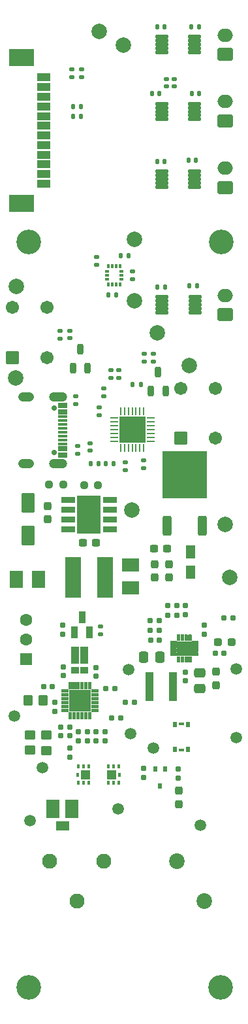
<source format=gts>
G04 #@! TF.GenerationSoftware,KiCad,Pcbnew,7.0.10*
G04 #@! TF.CreationDate,2024-11-08T14:21:27-05:00*
G04 #@! TF.ProjectId,Sensify Main Board,53656e73-6966-4792-904d-61696e20426f,rev?*
G04 #@! TF.SameCoordinates,Original*
G04 #@! TF.FileFunction,Soldermask,Top*
G04 #@! TF.FilePolarity,Negative*
%FSLAX46Y46*%
G04 Gerber Fmt 4.6, Leading zero omitted, Abs format (unit mm)*
G04 Created by KiCad (PCBNEW 7.0.10) date 2024-11-08 14:21:27*
%MOMM*%
%LPD*%
G01*
G04 APERTURE LIST*
G04 Aperture macros list*
%AMRoundRect*
0 Rectangle with rounded corners*
0 $1 Rounding radius*
0 $2 $3 $4 $5 $6 $7 $8 $9 X,Y pos of 4 corners*
0 Add a 4 corners polygon primitive as box body*
4,1,4,$2,$3,$4,$5,$6,$7,$8,$9,$2,$3,0*
0 Add four circle primitives for the rounded corners*
1,1,$1+$1,$2,$3*
1,1,$1+$1,$4,$5*
1,1,$1+$1,$6,$7*
1,1,$1+$1,$8,$9*
0 Add four rect primitives between the rounded corners*
20,1,$1+$1,$2,$3,$4,$5,0*
20,1,$1+$1,$4,$5,$6,$7,0*
20,1,$1+$1,$6,$7,$8,$9,0*
20,1,$1+$1,$8,$9,$2,$3,0*%
G04 Aperture macros list end*
%ADD10C,0.010000*%
%ADD11C,2.000000*%
%ADD12RoundRect,0.135000X-0.185000X0.135000X-0.185000X-0.135000X0.185000X-0.135000X0.185000X0.135000X0*%
%ADD13RoundRect,0.140000X-0.140000X-0.170000X0.140000X-0.170000X0.140000X0.170000X-0.140000X0.170000X0*%
%ADD14RoundRect,0.160000X0.160000X-0.197500X0.160000X0.197500X-0.160000X0.197500X-0.160000X-0.197500X0*%
%ADD15RoundRect,0.155000X0.212500X0.155000X-0.212500X0.155000X-0.212500X-0.155000X0.212500X-0.155000X0*%
%ADD16C,3.200000*%
%ADD17RoundRect,0.219250X0.657750X-1.047750X0.657750X1.047750X-0.657750X1.047750X-0.657750X-1.047750X0*%
%ADD18RoundRect,0.140000X-0.170000X0.140000X-0.170000X-0.140000X0.170000X-0.140000X0.170000X0.140000X0*%
%ADD19RoundRect,0.135000X0.185000X-0.135000X0.185000X0.135000X-0.185000X0.135000X-0.185000X-0.135000X0*%
%ADD20C,1.500000*%
%ADD21C,0.813600*%
%ADD22C,2.025000*%
%ADD23RoundRect,0.060500X-0.776500X-0.181500X0.776500X-0.181500X0.776500X0.181500X-0.776500X0.181500X0*%
%ADD24RoundRect,0.102000X0.749000X-0.749000X0.749000X0.749000X-0.749000X0.749000X-0.749000X-0.749000X0*%
%ADD25C,1.702000*%
%ADD26RoundRect,0.140000X0.170000X-0.140000X0.170000X0.140000X-0.170000X0.140000X-0.170000X-0.140000X0*%
%ADD27RoundRect,0.250000X0.750000X-0.600000X0.750000X0.600000X-0.750000X0.600000X-0.750000X-0.600000X0*%
%ADD28O,2.000000X1.700000*%
%ADD29RoundRect,0.155000X-0.212500X-0.155000X0.212500X-0.155000X0.212500X0.155000X-0.212500X0.155000X0*%
%ADD30RoundRect,0.237500X-0.237500X0.300000X-0.237500X-0.300000X0.237500X-0.300000X0.237500X0.300000X0*%
%ADD31RoundRect,0.135000X-0.135000X-0.185000X0.135000X-0.185000X0.135000X0.185000X-0.135000X0.185000X0*%
%ADD32RoundRect,0.135000X0.135000X0.185000X-0.135000X0.185000X-0.135000X-0.185000X0.135000X-0.185000X0*%
%ADD33RoundRect,0.160000X-0.160000X0.197500X-0.160000X-0.197500X0.160000X-0.197500X0.160000X0.197500X0*%
%ADD34RoundRect,0.160000X-0.197500X-0.160000X0.197500X-0.160000X0.197500X0.160000X-0.197500X0.160000X0*%
%ADD35RoundRect,0.237500X-0.300000X-0.237500X0.300000X-0.237500X0.300000X0.237500X-0.300000X0.237500X0*%
%ADD36RoundRect,0.237500X-0.250000X-0.237500X0.250000X-0.237500X0.250000X0.237500X-0.250000X0.237500X0*%
%ADD37R,0.304800X0.609600*%
%ADD38R,1.193800X1.295400*%
%ADD39RoundRect,0.155000X0.155000X-0.212500X0.155000X0.212500X-0.155000X0.212500X-0.155000X-0.212500X0*%
%ADD40RoundRect,0.250000X-0.337500X-0.475000X0.337500X-0.475000X0.337500X0.475000X-0.337500X0.475000X0*%
%ADD41RoundRect,0.237500X0.300000X0.237500X-0.300000X0.237500X-0.300000X-0.237500X0.300000X-0.237500X0*%
%ADD42RoundRect,0.237500X0.287500X0.237500X-0.287500X0.237500X-0.287500X-0.237500X0.287500X-0.237500X0*%
%ADD43R,1.066800X0.254000*%
%ADD44R,0.254000X1.066800*%
%ADD45R,3.352800X3.352800*%
%ADD46RoundRect,0.076200X-0.800000X0.400000X-0.800000X-0.400000X0.800000X-0.400000X0.800000X0.400000X0*%
%ADD47RoundRect,0.076200X-1.500000X1.050000X-1.500000X-1.050000X1.500000X-1.050000X1.500000X1.050000X0*%
%ADD48RoundRect,0.237500X0.237500X-0.300000X0.237500X0.300000X-0.237500X0.300000X-0.237500X-0.300000X0*%
%ADD49R,1.800000X2.250000*%
%ADD50RoundRect,0.250000X0.350000X0.450000X-0.350000X0.450000X-0.350000X-0.450000X0.350000X-0.450000X0*%
%ADD51RoundRect,0.250000X-0.475000X0.337500X-0.475000X-0.337500X0.475000X-0.337500X0.475000X0.337500X0*%
%ADD52R,0.863600X1.600200*%
%ADD53R,2.250000X1.800000*%
%ADD54R,1.651000X2.489200*%
%ADD55R,1.701800X1.295400*%
%ADD56RoundRect,0.160000X0.197500X0.160000X-0.197500X0.160000X-0.197500X-0.160000X0.197500X-0.160000X0*%
%ADD57R,0.990600X2.311400*%
%ADD58R,0.990600X0.812800*%
%ADD59R,0.500000X0.750000*%
%ADD60RoundRect,0.102000X-0.950000X-2.550000X0.950000X-2.550000X0.950000X2.550000X-0.950000X2.550000X0*%
%ADD61R,1.094700X3.708400*%
%ADD62R,1.600200X1.600200*%
%ADD63C,1.600200*%
%ADD64RoundRect,0.296000X0.296000X-1.006000X0.296000X1.006000X-0.296000X1.006000X-0.296000X-1.006000X0*%
%ADD65RoundRect,0.102000X2.785000X-2.980000X2.785000X2.980000X-2.785000X2.980000X-2.785000X-2.980000X0*%
%ADD66R,1.230000X1.800000*%
%ADD67RoundRect,0.198500X0.198500X-0.508500X0.198500X0.508500X-0.198500X0.508500X-0.198500X-0.508500X0*%
%ADD68C,1.950000*%
%ADD69R,0.351536X0.576580*%
%ADD70R,0.576580X0.351536*%
%ADD71R,0.600000X0.650000*%
%ADD72R,0.700000X0.350000*%
%ADD73C,0.700000*%
%ADD74RoundRect,0.050000X-0.570000X0.300000X-0.570000X-0.300000X0.570000X-0.300000X0.570000X0.300000X0*%
%ADD75RoundRect,0.050000X-0.570000X0.150000X-0.570000X-0.150000X0.570000X-0.150000X0.570000X0.150000X0*%
%ADD76O,2.354000X1.254000*%
%ADD77O,2.054000X1.254000*%
%ADD78RoundRect,0.250000X0.450000X-0.350000X0.450000X0.350000X-0.450000X0.350000X-0.450000X-0.350000X0*%
%ADD79RoundRect,0.250000X-0.450000X0.350000X-0.450000X-0.350000X0.450000X-0.350000X0.450000X0.350000X0*%
%ADD80RoundRect,0.237500X0.237500X-0.287500X0.237500X0.287500X-0.237500X0.287500X-0.237500X-0.287500X0*%
G04 APERTURE END LIST*
D10*
X152784300Y-145087000D02*
X152786300Y-145087000D01*
X152789300Y-145088000D01*
X152791300Y-145088000D01*
X152794300Y-145089000D01*
X152796300Y-145090000D01*
X152799300Y-145091000D01*
X152801300Y-145093000D01*
X152803300Y-145094000D01*
X152805300Y-145096000D01*
X152807300Y-145097000D01*
X152809300Y-145099000D01*
X152811300Y-145101000D01*
X152813300Y-145103000D01*
X152815300Y-145105000D01*
X152816300Y-145107000D01*
X152818300Y-145109000D01*
X152819300Y-145111000D01*
X152821300Y-145113000D01*
X152822300Y-145116000D01*
X152823300Y-145118000D01*
X152824300Y-145121000D01*
X152824300Y-145123000D01*
X152825300Y-145126000D01*
X152825300Y-145128000D01*
X152826300Y-145131000D01*
X152826300Y-145133000D01*
X152826300Y-145136000D01*
X152826300Y-145416000D01*
X152826300Y-145419000D01*
X152826300Y-145421000D01*
X152825300Y-145424000D01*
X152825300Y-145426000D01*
X152824300Y-145429000D01*
X152824300Y-145431000D01*
X152823300Y-145434000D01*
X152822300Y-145436000D01*
X152821300Y-145439000D01*
X152819300Y-145441000D01*
X152818300Y-145443000D01*
X152816300Y-145445000D01*
X152815300Y-145447000D01*
X152813300Y-145449000D01*
X152811300Y-145451000D01*
X152809300Y-145453000D01*
X152807300Y-145455000D01*
X152805300Y-145456000D01*
X152803300Y-145458000D01*
X152801300Y-145459000D01*
X152799300Y-145461000D01*
X152796300Y-145462000D01*
X152794300Y-145463000D01*
X152791300Y-145464000D01*
X152789300Y-145464000D01*
X152786300Y-145465000D01*
X152784300Y-145465000D01*
X152781300Y-145466000D01*
X152779300Y-145466000D01*
X152776300Y-145466000D01*
X152136300Y-145466000D01*
X152133300Y-145466000D01*
X152131300Y-145466000D01*
X152128300Y-145465000D01*
X152126300Y-145465000D01*
X152123300Y-145464000D01*
X152121300Y-145464000D01*
X152118300Y-145463000D01*
X152116300Y-145462000D01*
X152113300Y-145461000D01*
X152111300Y-145459000D01*
X152109300Y-145458000D01*
X152107300Y-145456000D01*
X152105300Y-145455000D01*
X152103300Y-145453000D01*
X152101300Y-145451000D01*
X152099300Y-145449000D01*
X152097300Y-145447000D01*
X152096300Y-145445000D01*
X152094300Y-145443000D01*
X152093300Y-145441000D01*
X152091300Y-145439000D01*
X152090300Y-145436000D01*
X152089300Y-145434000D01*
X152088300Y-145431000D01*
X152088300Y-145429000D01*
X152087300Y-145426000D01*
X152087300Y-145424000D01*
X152086300Y-145421000D01*
X152086300Y-145419000D01*
X152086300Y-145416000D01*
X152086300Y-145136000D01*
X152086300Y-145133000D01*
X152086300Y-145131000D01*
X152087300Y-145128000D01*
X152087300Y-145126000D01*
X152088300Y-145123000D01*
X152088300Y-145121000D01*
X152089300Y-145118000D01*
X152090300Y-145116000D01*
X152091300Y-145113000D01*
X152093300Y-145111000D01*
X152094300Y-145109000D01*
X152096300Y-145107000D01*
X152097300Y-145105000D01*
X152099300Y-145103000D01*
X152101300Y-145101000D01*
X152103300Y-145099000D01*
X152105300Y-145097000D01*
X152107300Y-145096000D01*
X152109300Y-145094000D01*
X152111300Y-145093000D01*
X152113300Y-145091000D01*
X152116300Y-145090000D01*
X152118300Y-145089000D01*
X152121300Y-145088000D01*
X152123300Y-145088000D01*
X152126300Y-145087000D01*
X152128300Y-145087000D01*
X152131300Y-145086000D01*
X152133300Y-145086000D01*
X152136300Y-145086000D01*
X152776300Y-145086000D01*
X152779300Y-145086000D01*
X152781300Y-145086000D01*
X152784300Y-145087000D01*
G36*
X152784300Y-145087000D02*
G01*
X152786300Y-145087000D01*
X152789300Y-145088000D01*
X152791300Y-145088000D01*
X152794300Y-145089000D01*
X152796300Y-145090000D01*
X152799300Y-145091000D01*
X152801300Y-145093000D01*
X152803300Y-145094000D01*
X152805300Y-145096000D01*
X152807300Y-145097000D01*
X152809300Y-145099000D01*
X152811300Y-145101000D01*
X152813300Y-145103000D01*
X152815300Y-145105000D01*
X152816300Y-145107000D01*
X152818300Y-145109000D01*
X152819300Y-145111000D01*
X152821300Y-145113000D01*
X152822300Y-145116000D01*
X152823300Y-145118000D01*
X152824300Y-145121000D01*
X152824300Y-145123000D01*
X152825300Y-145126000D01*
X152825300Y-145128000D01*
X152826300Y-145131000D01*
X152826300Y-145133000D01*
X152826300Y-145136000D01*
X152826300Y-145416000D01*
X152826300Y-145419000D01*
X152826300Y-145421000D01*
X152825300Y-145424000D01*
X152825300Y-145426000D01*
X152824300Y-145429000D01*
X152824300Y-145431000D01*
X152823300Y-145434000D01*
X152822300Y-145436000D01*
X152821300Y-145439000D01*
X152819300Y-145441000D01*
X152818300Y-145443000D01*
X152816300Y-145445000D01*
X152815300Y-145447000D01*
X152813300Y-145449000D01*
X152811300Y-145451000D01*
X152809300Y-145453000D01*
X152807300Y-145455000D01*
X152805300Y-145456000D01*
X152803300Y-145458000D01*
X152801300Y-145459000D01*
X152799300Y-145461000D01*
X152796300Y-145462000D01*
X152794300Y-145463000D01*
X152791300Y-145464000D01*
X152789300Y-145464000D01*
X152786300Y-145465000D01*
X152784300Y-145465000D01*
X152781300Y-145466000D01*
X152779300Y-145466000D01*
X152776300Y-145466000D01*
X152136300Y-145466000D01*
X152133300Y-145466000D01*
X152131300Y-145466000D01*
X152128300Y-145465000D01*
X152126300Y-145465000D01*
X152123300Y-145464000D01*
X152121300Y-145464000D01*
X152118300Y-145463000D01*
X152116300Y-145462000D01*
X152113300Y-145461000D01*
X152111300Y-145459000D01*
X152109300Y-145458000D01*
X152107300Y-145456000D01*
X152105300Y-145455000D01*
X152103300Y-145453000D01*
X152101300Y-145451000D01*
X152099300Y-145449000D01*
X152097300Y-145447000D01*
X152096300Y-145445000D01*
X152094300Y-145443000D01*
X152093300Y-145441000D01*
X152091300Y-145439000D01*
X152090300Y-145436000D01*
X152089300Y-145434000D01*
X152088300Y-145431000D01*
X152088300Y-145429000D01*
X152087300Y-145426000D01*
X152087300Y-145424000D01*
X152086300Y-145421000D01*
X152086300Y-145419000D01*
X152086300Y-145416000D01*
X152086300Y-145136000D01*
X152086300Y-145133000D01*
X152086300Y-145131000D01*
X152087300Y-145128000D01*
X152087300Y-145126000D01*
X152088300Y-145123000D01*
X152088300Y-145121000D01*
X152089300Y-145118000D01*
X152090300Y-145116000D01*
X152091300Y-145113000D01*
X152093300Y-145111000D01*
X152094300Y-145109000D01*
X152096300Y-145107000D01*
X152097300Y-145105000D01*
X152099300Y-145103000D01*
X152101300Y-145101000D01*
X152103300Y-145099000D01*
X152105300Y-145097000D01*
X152107300Y-145096000D01*
X152109300Y-145094000D01*
X152111300Y-145093000D01*
X152113300Y-145091000D01*
X152116300Y-145090000D01*
X152118300Y-145089000D01*
X152121300Y-145088000D01*
X152123300Y-145088000D01*
X152126300Y-145087000D01*
X152128300Y-145087000D01*
X152131300Y-145086000D01*
X152133300Y-145086000D01*
X152136300Y-145086000D01*
X152776300Y-145086000D01*
X152779300Y-145086000D01*
X152781300Y-145086000D01*
X152784300Y-145087000D01*
G37*
X152784300Y-144587000D02*
X152786300Y-144587000D01*
X152789300Y-144588000D01*
X152791300Y-144588000D01*
X152794300Y-144589000D01*
X152796300Y-144590000D01*
X152799300Y-144591000D01*
X152801300Y-144593000D01*
X152803300Y-144594000D01*
X152805300Y-144596000D01*
X152807300Y-144597000D01*
X152809300Y-144599000D01*
X152811300Y-144601000D01*
X152813300Y-144603000D01*
X152815300Y-144605000D01*
X152816300Y-144607000D01*
X152818300Y-144609000D01*
X152819300Y-144611000D01*
X152821300Y-144613000D01*
X152822300Y-144616000D01*
X152823300Y-144618000D01*
X152824300Y-144621000D01*
X152824300Y-144623000D01*
X152825300Y-144626000D01*
X152825300Y-144628000D01*
X152826300Y-144631000D01*
X152826300Y-144633000D01*
X152826300Y-144636000D01*
X152826300Y-144916000D01*
X152826300Y-144919000D01*
X152826300Y-144921000D01*
X152825300Y-144924000D01*
X152825300Y-144926000D01*
X152824300Y-144929000D01*
X152824300Y-144931000D01*
X152823300Y-144934000D01*
X152822300Y-144936000D01*
X152821300Y-144939000D01*
X152819300Y-144941000D01*
X152818300Y-144943000D01*
X152816300Y-144945000D01*
X152815300Y-144947000D01*
X152813300Y-144949000D01*
X152811300Y-144951000D01*
X152809300Y-144953000D01*
X152807300Y-144955000D01*
X152805300Y-144956000D01*
X152803300Y-144958000D01*
X152801300Y-144959000D01*
X152799300Y-144961000D01*
X152796300Y-144962000D01*
X152794300Y-144963000D01*
X152791300Y-144964000D01*
X152789300Y-144964000D01*
X152786300Y-144965000D01*
X152784300Y-144965000D01*
X152781300Y-144966000D01*
X152779300Y-144966000D01*
X152776300Y-144966000D01*
X152136300Y-144966000D01*
X152133300Y-144966000D01*
X152131300Y-144966000D01*
X152128300Y-144965000D01*
X152126300Y-144965000D01*
X152123300Y-144964000D01*
X152121300Y-144964000D01*
X152118300Y-144963000D01*
X152116300Y-144962000D01*
X152113300Y-144961000D01*
X152111300Y-144959000D01*
X152109300Y-144958000D01*
X152107300Y-144956000D01*
X152105300Y-144955000D01*
X152103300Y-144953000D01*
X152101300Y-144951000D01*
X152099300Y-144949000D01*
X152097300Y-144947000D01*
X152096300Y-144945000D01*
X152094300Y-144943000D01*
X152093300Y-144941000D01*
X152091300Y-144939000D01*
X152090300Y-144936000D01*
X152089300Y-144934000D01*
X152088300Y-144931000D01*
X152088300Y-144929000D01*
X152087300Y-144926000D01*
X152087300Y-144924000D01*
X152086300Y-144921000D01*
X152086300Y-144919000D01*
X152086300Y-144916000D01*
X152086300Y-144636000D01*
X152086300Y-144633000D01*
X152086300Y-144631000D01*
X152087300Y-144628000D01*
X152087300Y-144626000D01*
X152088300Y-144623000D01*
X152088300Y-144621000D01*
X152089300Y-144618000D01*
X152090300Y-144616000D01*
X152091300Y-144613000D01*
X152093300Y-144611000D01*
X152094300Y-144609000D01*
X152096300Y-144607000D01*
X152097300Y-144605000D01*
X152099300Y-144603000D01*
X152101300Y-144601000D01*
X152103300Y-144599000D01*
X152105300Y-144597000D01*
X152107300Y-144596000D01*
X152109300Y-144594000D01*
X152111300Y-144593000D01*
X152113300Y-144591000D01*
X152116300Y-144590000D01*
X152118300Y-144589000D01*
X152121300Y-144588000D01*
X152123300Y-144588000D01*
X152126300Y-144587000D01*
X152128300Y-144587000D01*
X152131300Y-144586000D01*
X152133300Y-144586000D01*
X152136300Y-144586000D01*
X152776300Y-144586000D01*
X152779300Y-144586000D01*
X152781300Y-144586000D01*
X152784300Y-144587000D01*
G36*
X152784300Y-144587000D02*
G01*
X152786300Y-144587000D01*
X152789300Y-144588000D01*
X152791300Y-144588000D01*
X152794300Y-144589000D01*
X152796300Y-144590000D01*
X152799300Y-144591000D01*
X152801300Y-144593000D01*
X152803300Y-144594000D01*
X152805300Y-144596000D01*
X152807300Y-144597000D01*
X152809300Y-144599000D01*
X152811300Y-144601000D01*
X152813300Y-144603000D01*
X152815300Y-144605000D01*
X152816300Y-144607000D01*
X152818300Y-144609000D01*
X152819300Y-144611000D01*
X152821300Y-144613000D01*
X152822300Y-144616000D01*
X152823300Y-144618000D01*
X152824300Y-144621000D01*
X152824300Y-144623000D01*
X152825300Y-144626000D01*
X152825300Y-144628000D01*
X152826300Y-144631000D01*
X152826300Y-144633000D01*
X152826300Y-144636000D01*
X152826300Y-144916000D01*
X152826300Y-144919000D01*
X152826300Y-144921000D01*
X152825300Y-144924000D01*
X152825300Y-144926000D01*
X152824300Y-144929000D01*
X152824300Y-144931000D01*
X152823300Y-144934000D01*
X152822300Y-144936000D01*
X152821300Y-144939000D01*
X152819300Y-144941000D01*
X152818300Y-144943000D01*
X152816300Y-144945000D01*
X152815300Y-144947000D01*
X152813300Y-144949000D01*
X152811300Y-144951000D01*
X152809300Y-144953000D01*
X152807300Y-144955000D01*
X152805300Y-144956000D01*
X152803300Y-144958000D01*
X152801300Y-144959000D01*
X152799300Y-144961000D01*
X152796300Y-144962000D01*
X152794300Y-144963000D01*
X152791300Y-144964000D01*
X152789300Y-144964000D01*
X152786300Y-144965000D01*
X152784300Y-144965000D01*
X152781300Y-144966000D01*
X152779300Y-144966000D01*
X152776300Y-144966000D01*
X152136300Y-144966000D01*
X152133300Y-144966000D01*
X152131300Y-144966000D01*
X152128300Y-144965000D01*
X152126300Y-144965000D01*
X152123300Y-144964000D01*
X152121300Y-144964000D01*
X152118300Y-144963000D01*
X152116300Y-144962000D01*
X152113300Y-144961000D01*
X152111300Y-144959000D01*
X152109300Y-144958000D01*
X152107300Y-144956000D01*
X152105300Y-144955000D01*
X152103300Y-144953000D01*
X152101300Y-144951000D01*
X152099300Y-144949000D01*
X152097300Y-144947000D01*
X152096300Y-144945000D01*
X152094300Y-144943000D01*
X152093300Y-144941000D01*
X152091300Y-144939000D01*
X152090300Y-144936000D01*
X152089300Y-144934000D01*
X152088300Y-144931000D01*
X152088300Y-144929000D01*
X152087300Y-144926000D01*
X152087300Y-144924000D01*
X152086300Y-144921000D01*
X152086300Y-144919000D01*
X152086300Y-144916000D01*
X152086300Y-144636000D01*
X152086300Y-144633000D01*
X152086300Y-144631000D01*
X152087300Y-144628000D01*
X152087300Y-144626000D01*
X152088300Y-144623000D01*
X152088300Y-144621000D01*
X152089300Y-144618000D01*
X152090300Y-144616000D01*
X152091300Y-144613000D01*
X152093300Y-144611000D01*
X152094300Y-144609000D01*
X152096300Y-144607000D01*
X152097300Y-144605000D01*
X152099300Y-144603000D01*
X152101300Y-144601000D01*
X152103300Y-144599000D01*
X152105300Y-144597000D01*
X152107300Y-144596000D01*
X152109300Y-144594000D01*
X152111300Y-144593000D01*
X152113300Y-144591000D01*
X152116300Y-144590000D01*
X152118300Y-144589000D01*
X152121300Y-144588000D01*
X152123300Y-144588000D01*
X152126300Y-144587000D01*
X152128300Y-144587000D01*
X152131300Y-144586000D01*
X152133300Y-144586000D01*
X152136300Y-144586000D01*
X152776300Y-144586000D01*
X152779300Y-144586000D01*
X152781300Y-144586000D01*
X152784300Y-144587000D01*
G37*
X152784300Y-144087000D02*
X152786300Y-144087000D01*
X152789300Y-144088000D01*
X152791300Y-144088000D01*
X152794300Y-144089000D01*
X152796300Y-144090000D01*
X152799300Y-144091000D01*
X152801300Y-144093000D01*
X152803300Y-144094000D01*
X152805300Y-144096000D01*
X152807300Y-144097000D01*
X152809300Y-144099000D01*
X152811300Y-144101000D01*
X152813300Y-144103000D01*
X152815300Y-144105000D01*
X152816300Y-144107000D01*
X152818300Y-144109000D01*
X152819300Y-144111000D01*
X152821300Y-144113000D01*
X152822300Y-144116000D01*
X152823300Y-144118000D01*
X152824300Y-144121000D01*
X152824300Y-144123000D01*
X152825300Y-144126000D01*
X152825300Y-144128000D01*
X152826300Y-144131000D01*
X152826300Y-144133000D01*
X152826300Y-144136000D01*
X152826300Y-144416000D01*
X152826300Y-144419000D01*
X152826300Y-144421000D01*
X152825300Y-144424000D01*
X152825300Y-144426000D01*
X152824300Y-144429000D01*
X152824300Y-144431000D01*
X152823300Y-144434000D01*
X152822300Y-144436000D01*
X152821300Y-144439000D01*
X152819300Y-144441000D01*
X152818300Y-144443000D01*
X152816300Y-144445000D01*
X152815300Y-144447000D01*
X152813300Y-144449000D01*
X152811300Y-144451000D01*
X152809300Y-144453000D01*
X152807300Y-144455000D01*
X152805300Y-144456000D01*
X152803300Y-144458000D01*
X152801300Y-144459000D01*
X152799300Y-144461000D01*
X152796300Y-144462000D01*
X152794300Y-144463000D01*
X152791300Y-144464000D01*
X152789300Y-144464000D01*
X152786300Y-144465000D01*
X152784300Y-144465000D01*
X152781300Y-144466000D01*
X152779300Y-144466000D01*
X152776300Y-144466000D01*
X152136300Y-144466000D01*
X152133300Y-144466000D01*
X152131300Y-144466000D01*
X152128300Y-144465000D01*
X152126300Y-144465000D01*
X152123300Y-144464000D01*
X152121300Y-144464000D01*
X152118300Y-144463000D01*
X152116300Y-144462000D01*
X152113300Y-144461000D01*
X152111300Y-144459000D01*
X152109300Y-144458000D01*
X152107300Y-144456000D01*
X152105300Y-144455000D01*
X152103300Y-144453000D01*
X152101300Y-144451000D01*
X152099300Y-144449000D01*
X152097300Y-144447000D01*
X152096300Y-144445000D01*
X152094300Y-144443000D01*
X152093300Y-144441000D01*
X152091300Y-144439000D01*
X152090300Y-144436000D01*
X152089300Y-144434000D01*
X152088300Y-144431000D01*
X152088300Y-144429000D01*
X152087300Y-144426000D01*
X152087300Y-144424000D01*
X152086300Y-144421000D01*
X152086300Y-144419000D01*
X152086300Y-144416000D01*
X152086300Y-144136000D01*
X152086300Y-144133000D01*
X152086300Y-144131000D01*
X152087300Y-144128000D01*
X152087300Y-144126000D01*
X152088300Y-144123000D01*
X152088300Y-144121000D01*
X152089300Y-144118000D01*
X152090300Y-144116000D01*
X152091300Y-144113000D01*
X152093300Y-144111000D01*
X152094300Y-144109000D01*
X152096300Y-144107000D01*
X152097300Y-144105000D01*
X152099300Y-144103000D01*
X152101300Y-144101000D01*
X152103300Y-144099000D01*
X152105300Y-144097000D01*
X152107300Y-144096000D01*
X152109300Y-144094000D01*
X152111300Y-144093000D01*
X152113300Y-144091000D01*
X152116300Y-144090000D01*
X152118300Y-144089000D01*
X152121300Y-144088000D01*
X152123300Y-144088000D01*
X152126300Y-144087000D01*
X152128300Y-144087000D01*
X152131300Y-144086000D01*
X152133300Y-144086000D01*
X152136300Y-144086000D01*
X152776300Y-144086000D01*
X152779300Y-144086000D01*
X152781300Y-144086000D01*
X152784300Y-144087000D01*
G36*
X152784300Y-144087000D02*
G01*
X152786300Y-144087000D01*
X152789300Y-144088000D01*
X152791300Y-144088000D01*
X152794300Y-144089000D01*
X152796300Y-144090000D01*
X152799300Y-144091000D01*
X152801300Y-144093000D01*
X152803300Y-144094000D01*
X152805300Y-144096000D01*
X152807300Y-144097000D01*
X152809300Y-144099000D01*
X152811300Y-144101000D01*
X152813300Y-144103000D01*
X152815300Y-144105000D01*
X152816300Y-144107000D01*
X152818300Y-144109000D01*
X152819300Y-144111000D01*
X152821300Y-144113000D01*
X152822300Y-144116000D01*
X152823300Y-144118000D01*
X152824300Y-144121000D01*
X152824300Y-144123000D01*
X152825300Y-144126000D01*
X152825300Y-144128000D01*
X152826300Y-144131000D01*
X152826300Y-144133000D01*
X152826300Y-144136000D01*
X152826300Y-144416000D01*
X152826300Y-144419000D01*
X152826300Y-144421000D01*
X152825300Y-144424000D01*
X152825300Y-144426000D01*
X152824300Y-144429000D01*
X152824300Y-144431000D01*
X152823300Y-144434000D01*
X152822300Y-144436000D01*
X152821300Y-144439000D01*
X152819300Y-144441000D01*
X152818300Y-144443000D01*
X152816300Y-144445000D01*
X152815300Y-144447000D01*
X152813300Y-144449000D01*
X152811300Y-144451000D01*
X152809300Y-144453000D01*
X152807300Y-144455000D01*
X152805300Y-144456000D01*
X152803300Y-144458000D01*
X152801300Y-144459000D01*
X152799300Y-144461000D01*
X152796300Y-144462000D01*
X152794300Y-144463000D01*
X152791300Y-144464000D01*
X152789300Y-144464000D01*
X152786300Y-144465000D01*
X152784300Y-144465000D01*
X152781300Y-144466000D01*
X152779300Y-144466000D01*
X152776300Y-144466000D01*
X152136300Y-144466000D01*
X152133300Y-144466000D01*
X152131300Y-144466000D01*
X152128300Y-144465000D01*
X152126300Y-144465000D01*
X152123300Y-144464000D01*
X152121300Y-144464000D01*
X152118300Y-144463000D01*
X152116300Y-144462000D01*
X152113300Y-144461000D01*
X152111300Y-144459000D01*
X152109300Y-144458000D01*
X152107300Y-144456000D01*
X152105300Y-144455000D01*
X152103300Y-144453000D01*
X152101300Y-144451000D01*
X152099300Y-144449000D01*
X152097300Y-144447000D01*
X152096300Y-144445000D01*
X152094300Y-144443000D01*
X152093300Y-144441000D01*
X152091300Y-144439000D01*
X152090300Y-144436000D01*
X152089300Y-144434000D01*
X152088300Y-144431000D01*
X152088300Y-144429000D01*
X152087300Y-144426000D01*
X152087300Y-144424000D01*
X152086300Y-144421000D01*
X152086300Y-144419000D01*
X152086300Y-144416000D01*
X152086300Y-144136000D01*
X152086300Y-144133000D01*
X152086300Y-144131000D01*
X152087300Y-144128000D01*
X152087300Y-144126000D01*
X152088300Y-144123000D01*
X152088300Y-144121000D01*
X152089300Y-144118000D01*
X152090300Y-144116000D01*
X152091300Y-144113000D01*
X152093300Y-144111000D01*
X152094300Y-144109000D01*
X152096300Y-144107000D01*
X152097300Y-144105000D01*
X152099300Y-144103000D01*
X152101300Y-144101000D01*
X152103300Y-144099000D01*
X152105300Y-144097000D01*
X152107300Y-144096000D01*
X152109300Y-144094000D01*
X152111300Y-144093000D01*
X152113300Y-144091000D01*
X152116300Y-144090000D01*
X152118300Y-144089000D01*
X152121300Y-144088000D01*
X152123300Y-144088000D01*
X152126300Y-144087000D01*
X152128300Y-144087000D01*
X152131300Y-144086000D01*
X152133300Y-144086000D01*
X152136300Y-144086000D01*
X152776300Y-144086000D01*
X152779300Y-144086000D01*
X152781300Y-144086000D01*
X152784300Y-144087000D01*
G37*
X152784300Y-143587000D02*
X152786300Y-143587000D01*
X152789300Y-143588000D01*
X152791300Y-143588000D01*
X152794300Y-143589000D01*
X152796300Y-143590000D01*
X152799300Y-143591000D01*
X152801300Y-143593000D01*
X152803300Y-143594000D01*
X152805300Y-143596000D01*
X152807300Y-143597000D01*
X152809300Y-143599000D01*
X152811300Y-143601000D01*
X152813300Y-143603000D01*
X152815300Y-143605000D01*
X152816300Y-143607000D01*
X152818300Y-143609000D01*
X152819300Y-143611000D01*
X152821300Y-143613000D01*
X152822300Y-143616000D01*
X152823300Y-143618000D01*
X152824300Y-143621000D01*
X152824300Y-143623000D01*
X152825300Y-143626000D01*
X152825300Y-143628000D01*
X152826300Y-143631000D01*
X152826300Y-143633000D01*
X152826300Y-143636000D01*
X152826300Y-143916000D01*
X152826300Y-143919000D01*
X152826300Y-143921000D01*
X152825300Y-143924000D01*
X152825300Y-143926000D01*
X152824300Y-143929000D01*
X152824300Y-143931000D01*
X152823300Y-143934000D01*
X152822300Y-143936000D01*
X152821300Y-143939000D01*
X152819300Y-143941000D01*
X152818300Y-143943000D01*
X152816300Y-143945000D01*
X152815300Y-143947000D01*
X152813300Y-143949000D01*
X152811300Y-143951000D01*
X152809300Y-143953000D01*
X152807300Y-143955000D01*
X152805300Y-143956000D01*
X152803300Y-143958000D01*
X152801300Y-143959000D01*
X152799300Y-143961000D01*
X152796300Y-143962000D01*
X152794300Y-143963000D01*
X152791300Y-143964000D01*
X152789300Y-143964000D01*
X152786300Y-143965000D01*
X152784300Y-143965000D01*
X152781300Y-143966000D01*
X152779300Y-143966000D01*
X152776300Y-143966000D01*
X152136300Y-143966000D01*
X152133300Y-143966000D01*
X152131300Y-143966000D01*
X152128300Y-143965000D01*
X152126300Y-143965000D01*
X152123300Y-143964000D01*
X152121300Y-143964000D01*
X152118300Y-143963000D01*
X152116300Y-143962000D01*
X152113300Y-143961000D01*
X152111300Y-143959000D01*
X152109300Y-143958000D01*
X152107300Y-143956000D01*
X152105300Y-143955000D01*
X152103300Y-143953000D01*
X152101300Y-143951000D01*
X152099300Y-143949000D01*
X152097300Y-143947000D01*
X152096300Y-143945000D01*
X152094300Y-143943000D01*
X152093300Y-143941000D01*
X152091300Y-143939000D01*
X152090300Y-143936000D01*
X152089300Y-143934000D01*
X152088300Y-143931000D01*
X152088300Y-143929000D01*
X152087300Y-143926000D01*
X152087300Y-143924000D01*
X152086300Y-143921000D01*
X152086300Y-143919000D01*
X152086300Y-143916000D01*
X152086300Y-143636000D01*
X152086300Y-143633000D01*
X152086300Y-143631000D01*
X152087300Y-143628000D01*
X152087300Y-143626000D01*
X152088300Y-143623000D01*
X152088300Y-143621000D01*
X152089300Y-143618000D01*
X152090300Y-143616000D01*
X152091300Y-143613000D01*
X152093300Y-143611000D01*
X152094300Y-143609000D01*
X152096300Y-143607000D01*
X152097300Y-143605000D01*
X152099300Y-143603000D01*
X152101300Y-143601000D01*
X152103300Y-143599000D01*
X152105300Y-143597000D01*
X152107300Y-143596000D01*
X152109300Y-143594000D01*
X152111300Y-143593000D01*
X152113300Y-143591000D01*
X152116300Y-143590000D01*
X152118300Y-143589000D01*
X152121300Y-143588000D01*
X152123300Y-143588000D01*
X152126300Y-143587000D01*
X152128300Y-143587000D01*
X152131300Y-143586000D01*
X152133300Y-143586000D01*
X152136300Y-143586000D01*
X152776300Y-143586000D01*
X152779300Y-143586000D01*
X152781300Y-143586000D01*
X152784300Y-143587000D01*
G36*
X152784300Y-143587000D02*
G01*
X152786300Y-143587000D01*
X152789300Y-143588000D01*
X152791300Y-143588000D01*
X152794300Y-143589000D01*
X152796300Y-143590000D01*
X152799300Y-143591000D01*
X152801300Y-143593000D01*
X152803300Y-143594000D01*
X152805300Y-143596000D01*
X152807300Y-143597000D01*
X152809300Y-143599000D01*
X152811300Y-143601000D01*
X152813300Y-143603000D01*
X152815300Y-143605000D01*
X152816300Y-143607000D01*
X152818300Y-143609000D01*
X152819300Y-143611000D01*
X152821300Y-143613000D01*
X152822300Y-143616000D01*
X152823300Y-143618000D01*
X152824300Y-143621000D01*
X152824300Y-143623000D01*
X152825300Y-143626000D01*
X152825300Y-143628000D01*
X152826300Y-143631000D01*
X152826300Y-143633000D01*
X152826300Y-143636000D01*
X152826300Y-143916000D01*
X152826300Y-143919000D01*
X152826300Y-143921000D01*
X152825300Y-143924000D01*
X152825300Y-143926000D01*
X152824300Y-143929000D01*
X152824300Y-143931000D01*
X152823300Y-143934000D01*
X152822300Y-143936000D01*
X152821300Y-143939000D01*
X152819300Y-143941000D01*
X152818300Y-143943000D01*
X152816300Y-143945000D01*
X152815300Y-143947000D01*
X152813300Y-143949000D01*
X152811300Y-143951000D01*
X152809300Y-143953000D01*
X152807300Y-143955000D01*
X152805300Y-143956000D01*
X152803300Y-143958000D01*
X152801300Y-143959000D01*
X152799300Y-143961000D01*
X152796300Y-143962000D01*
X152794300Y-143963000D01*
X152791300Y-143964000D01*
X152789300Y-143964000D01*
X152786300Y-143965000D01*
X152784300Y-143965000D01*
X152781300Y-143966000D01*
X152779300Y-143966000D01*
X152776300Y-143966000D01*
X152136300Y-143966000D01*
X152133300Y-143966000D01*
X152131300Y-143966000D01*
X152128300Y-143965000D01*
X152126300Y-143965000D01*
X152123300Y-143964000D01*
X152121300Y-143964000D01*
X152118300Y-143963000D01*
X152116300Y-143962000D01*
X152113300Y-143961000D01*
X152111300Y-143959000D01*
X152109300Y-143958000D01*
X152107300Y-143956000D01*
X152105300Y-143955000D01*
X152103300Y-143953000D01*
X152101300Y-143951000D01*
X152099300Y-143949000D01*
X152097300Y-143947000D01*
X152096300Y-143945000D01*
X152094300Y-143943000D01*
X152093300Y-143941000D01*
X152091300Y-143939000D01*
X152090300Y-143936000D01*
X152089300Y-143934000D01*
X152088300Y-143931000D01*
X152088300Y-143929000D01*
X152087300Y-143926000D01*
X152087300Y-143924000D01*
X152086300Y-143921000D01*
X152086300Y-143919000D01*
X152086300Y-143916000D01*
X152086300Y-143636000D01*
X152086300Y-143633000D01*
X152086300Y-143631000D01*
X152087300Y-143628000D01*
X152087300Y-143626000D01*
X152088300Y-143623000D01*
X152088300Y-143621000D01*
X152089300Y-143618000D01*
X152090300Y-143616000D01*
X152091300Y-143613000D01*
X152093300Y-143611000D01*
X152094300Y-143609000D01*
X152096300Y-143607000D01*
X152097300Y-143605000D01*
X152099300Y-143603000D01*
X152101300Y-143601000D01*
X152103300Y-143599000D01*
X152105300Y-143597000D01*
X152107300Y-143596000D01*
X152109300Y-143594000D01*
X152111300Y-143593000D01*
X152113300Y-143591000D01*
X152116300Y-143590000D01*
X152118300Y-143589000D01*
X152121300Y-143588000D01*
X152123300Y-143588000D01*
X152126300Y-143587000D01*
X152128300Y-143587000D01*
X152131300Y-143586000D01*
X152133300Y-143586000D01*
X152136300Y-143586000D01*
X152776300Y-143586000D01*
X152779300Y-143586000D01*
X152781300Y-143586000D01*
X152784300Y-143587000D01*
G37*
X151954300Y-145557000D02*
X151956300Y-145557000D01*
X151959300Y-145558000D01*
X151961300Y-145558000D01*
X151964300Y-145559000D01*
X151966300Y-145560000D01*
X151969300Y-145561000D01*
X151971300Y-145563000D01*
X151973300Y-145564000D01*
X151975300Y-145566000D01*
X151977300Y-145567000D01*
X151979300Y-145569000D01*
X151981300Y-145571000D01*
X151983300Y-145573000D01*
X151985300Y-145575000D01*
X151986300Y-145577000D01*
X151988300Y-145579000D01*
X151989300Y-145581000D01*
X151991300Y-145583000D01*
X151992300Y-145586000D01*
X151993300Y-145588000D01*
X151994300Y-145591000D01*
X151994300Y-145593000D01*
X151995300Y-145596000D01*
X151995300Y-145598000D01*
X151996300Y-145601000D01*
X151996300Y-145603000D01*
X151996300Y-145606000D01*
X151996300Y-146246000D01*
X151996300Y-146249000D01*
X151996300Y-146251000D01*
X151995300Y-146254000D01*
X151995300Y-146256000D01*
X151994300Y-146259000D01*
X151994300Y-146261000D01*
X151993300Y-146264000D01*
X151992300Y-146266000D01*
X151991300Y-146269000D01*
X151989300Y-146271000D01*
X151988300Y-146273000D01*
X151986300Y-146275000D01*
X151985300Y-146277000D01*
X151983300Y-146279000D01*
X151981300Y-146281000D01*
X151979300Y-146283000D01*
X151977300Y-146285000D01*
X151975300Y-146286000D01*
X151973300Y-146288000D01*
X151971300Y-146289000D01*
X151969300Y-146291000D01*
X151966300Y-146292000D01*
X151964300Y-146293000D01*
X151961300Y-146294000D01*
X151959300Y-146294000D01*
X151956300Y-146295000D01*
X151954300Y-146295000D01*
X151951300Y-146296000D01*
X151949300Y-146296000D01*
X151946300Y-146296000D01*
X151666300Y-146296000D01*
X151663300Y-146296000D01*
X151661300Y-146296000D01*
X151658300Y-146295000D01*
X151656300Y-146295000D01*
X151653300Y-146294000D01*
X151651300Y-146294000D01*
X151648300Y-146293000D01*
X151646300Y-146292000D01*
X151643300Y-146291000D01*
X151641300Y-146289000D01*
X151639300Y-146288000D01*
X151637300Y-146286000D01*
X151635300Y-146285000D01*
X151633300Y-146283000D01*
X151631300Y-146281000D01*
X151629300Y-146279000D01*
X151627300Y-146277000D01*
X151626300Y-146275000D01*
X151624300Y-146273000D01*
X151623300Y-146271000D01*
X151621300Y-146269000D01*
X151620300Y-146266000D01*
X151619300Y-146264000D01*
X151618300Y-146261000D01*
X151618300Y-146259000D01*
X151617300Y-146256000D01*
X151617300Y-146254000D01*
X151616300Y-146251000D01*
X151616300Y-146249000D01*
X151616300Y-146246000D01*
X151616300Y-145606000D01*
X151616300Y-145603000D01*
X151616300Y-145601000D01*
X151617300Y-145598000D01*
X151617300Y-145596000D01*
X151618300Y-145593000D01*
X151618300Y-145591000D01*
X151619300Y-145588000D01*
X151620300Y-145586000D01*
X151621300Y-145583000D01*
X151623300Y-145581000D01*
X151624300Y-145579000D01*
X151626300Y-145577000D01*
X151627300Y-145575000D01*
X151629300Y-145573000D01*
X151631300Y-145571000D01*
X151633300Y-145569000D01*
X151635300Y-145567000D01*
X151637300Y-145566000D01*
X151639300Y-145564000D01*
X151641300Y-145563000D01*
X151643300Y-145561000D01*
X151646300Y-145560000D01*
X151648300Y-145559000D01*
X151651300Y-145558000D01*
X151653300Y-145558000D01*
X151656300Y-145557000D01*
X151658300Y-145557000D01*
X151661300Y-145556000D01*
X151663300Y-145556000D01*
X151666300Y-145556000D01*
X151946300Y-145556000D01*
X151949300Y-145556000D01*
X151951300Y-145556000D01*
X151954300Y-145557000D01*
G36*
X151954300Y-145557000D02*
G01*
X151956300Y-145557000D01*
X151959300Y-145558000D01*
X151961300Y-145558000D01*
X151964300Y-145559000D01*
X151966300Y-145560000D01*
X151969300Y-145561000D01*
X151971300Y-145563000D01*
X151973300Y-145564000D01*
X151975300Y-145566000D01*
X151977300Y-145567000D01*
X151979300Y-145569000D01*
X151981300Y-145571000D01*
X151983300Y-145573000D01*
X151985300Y-145575000D01*
X151986300Y-145577000D01*
X151988300Y-145579000D01*
X151989300Y-145581000D01*
X151991300Y-145583000D01*
X151992300Y-145586000D01*
X151993300Y-145588000D01*
X151994300Y-145591000D01*
X151994300Y-145593000D01*
X151995300Y-145596000D01*
X151995300Y-145598000D01*
X151996300Y-145601000D01*
X151996300Y-145603000D01*
X151996300Y-145606000D01*
X151996300Y-146246000D01*
X151996300Y-146249000D01*
X151996300Y-146251000D01*
X151995300Y-146254000D01*
X151995300Y-146256000D01*
X151994300Y-146259000D01*
X151994300Y-146261000D01*
X151993300Y-146264000D01*
X151992300Y-146266000D01*
X151991300Y-146269000D01*
X151989300Y-146271000D01*
X151988300Y-146273000D01*
X151986300Y-146275000D01*
X151985300Y-146277000D01*
X151983300Y-146279000D01*
X151981300Y-146281000D01*
X151979300Y-146283000D01*
X151977300Y-146285000D01*
X151975300Y-146286000D01*
X151973300Y-146288000D01*
X151971300Y-146289000D01*
X151969300Y-146291000D01*
X151966300Y-146292000D01*
X151964300Y-146293000D01*
X151961300Y-146294000D01*
X151959300Y-146294000D01*
X151956300Y-146295000D01*
X151954300Y-146295000D01*
X151951300Y-146296000D01*
X151949300Y-146296000D01*
X151946300Y-146296000D01*
X151666300Y-146296000D01*
X151663300Y-146296000D01*
X151661300Y-146296000D01*
X151658300Y-146295000D01*
X151656300Y-146295000D01*
X151653300Y-146294000D01*
X151651300Y-146294000D01*
X151648300Y-146293000D01*
X151646300Y-146292000D01*
X151643300Y-146291000D01*
X151641300Y-146289000D01*
X151639300Y-146288000D01*
X151637300Y-146286000D01*
X151635300Y-146285000D01*
X151633300Y-146283000D01*
X151631300Y-146281000D01*
X151629300Y-146279000D01*
X151627300Y-146277000D01*
X151626300Y-146275000D01*
X151624300Y-146273000D01*
X151623300Y-146271000D01*
X151621300Y-146269000D01*
X151620300Y-146266000D01*
X151619300Y-146264000D01*
X151618300Y-146261000D01*
X151618300Y-146259000D01*
X151617300Y-146256000D01*
X151617300Y-146254000D01*
X151616300Y-146251000D01*
X151616300Y-146249000D01*
X151616300Y-146246000D01*
X151616300Y-145606000D01*
X151616300Y-145603000D01*
X151616300Y-145601000D01*
X151617300Y-145598000D01*
X151617300Y-145596000D01*
X151618300Y-145593000D01*
X151618300Y-145591000D01*
X151619300Y-145588000D01*
X151620300Y-145586000D01*
X151621300Y-145583000D01*
X151623300Y-145581000D01*
X151624300Y-145579000D01*
X151626300Y-145577000D01*
X151627300Y-145575000D01*
X151629300Y-145573000D01*
X151631300Y-145571000D01*
X151633300Y-145569000D01*
X151635300Y-145567000D01*
X151637300Y-145566000D01*
X151639300Y-145564000D01*
X151641300Y-145563000D01*
X151643300Y-145561000D01*
X151646300Y-145560000D01*
X151648300Y-145559000D01*
X151651300Y-145558000D01*
X151653300Y-145558000D01*
X151656300Y-145557000D01*
X151658300Y-145557000D01*
X151661300Y-145556000D01*
X151663300Y-145556000D01*
X151666300Y-145556000D01*
X151946300Y-145556000D01*
X151949300Y-145556000D01*
X151951300Y-145556000D01*
X151954300Y-145557000D01*
G37*
X151954300Y-142757000D02*
X151956300Y-142757000D01*
X151959300Y-142758000D01*
X151961300Y-142758000D01*
X151964300Y-142759000D01*
X151966300Y-142760000D01*
X151969300Y-142761000D01*
X151971300Y-142763000D01*
X151973300Y-142764000D01*
X151975300Y-142766000D01*
X151977300Y-142767000D01*
X151979300Y-142769000D01*
X151981300Y-142771000D01*
X151983300Y-142773000D01*
X151985300Y-142775000D01*
X151986300Y-142777000D01*
X151988300Y-142779000D01*
X151989300Y-142781000D01*
X151991300Y-142783000D01*
X151992300Y-142786000D01*
X151993300Y-142788000D01*
X151994300Y-142791000D01*
X151994300Y-142793000D01*
X151995300Y-142796000D01*
X151995300Y-142798000D01*
X151996300Y-142801000D01*
X151996300Y-142803000D01*
X151996300Y-142806000D01*
X151996300Y-143446000D01*
X151996300Y-143449000D01*
X151996300Y-143451000D01*
X151995300Y-143454000D01*
X151995300Y-143456000D01*
X151994300Y-143459000D01*
X151994300Y-143461000D01*
X151993300Y-143464000D01*
X151992300Y-143466000D01*
X151991300Y-143469000D01*
X151989300Y-143471000D01*
X151988300Y-143473000D01*
X151986300Y-143475000D01*
X151985300Y-143477000D01*
X151983300Y-143479000D01*
X151981300Y-143481000D01*
X151979300Y-143483000D01*
X151977300Y-143485000D01*
X151975300Y-143486000D01*
X151973300Y-143488000D01*
X151971300Y-143489000D01*
X151969300Y-143491000D01*
X151966300Y-143492000D01*
X151964300Y-143493000D01*
X151961300Y-143494000D01*
X151959300Y-143494000D01*
X151956300Y-143495000D01*
X151954300Y-143495000D01*
X151951300Y-143496000D01*
X151949300Y-143496000D01*
X151946300Y-143496000D01*
X151666300Y-143496000D01*
X151663300Y-143496000D01*
X151661300Y-143496000D01*
X151658300Y-143495000D01*
X151656300Y-143495000D01*
X151653300Y-143494000D01*
X151651300Y-143494000D01*
X151648300Y-143493000D01*
X151646300Y-143492000D01*
X151643300Y-143491000D01*
X151641300Y-143489000D01*
X151639300Y-143488000D01*
X151637300Y-143486000D01*
X151635300Y-143485000D01*
X151633300Y-143483000D01*
X151631300Y-143481000D01*
X151629300Y-143479000D01*
X151627300Y-143477000D01*
X151626300Y-143475000D01*
X151624300Y-143473000D01*
X151623300Y-143471000D01*
X151621300Y-143469000D01*
X151620300Y-143466000D01*
X151619300Y-143464000D01*
X151618300Y-143461000D01*
X151618300Y-143459000D01*
X151617300Y-143456000D01*
X151617300Y-143454000D01*
X151616300Y-143451000D01*
X151616300Y-143449000D01*
X151616300Y-143446000D01*
X151616300Y-142806000D01*
X151616300Y-142803000D01*
X151616300Y-142801000D01*
X151617300Y-142798000D01*
X151617300Y-142796000D01*
X151618300Y-142793000D01*
X151618300Y-142791000D01*
X151619300Y-142788000D01*
X151620300Y-142786000D01*
X151621300Y-142783000D01*
X151623300Y-142781000D01*
X151624300Y-142779000D01*
X151626300Y-142777000D01*
X151627300Y-142775000D01*
X151629300Y-142773000D01*
X151631300Y-142771000D01*
X151633300Y-142769000D01*
X151635300Y-142767000D01*
X151637300Y-142766000D01*
X151639300Y-142764000D01*
X151641300Y-142763000D01*
X151643300Y-142761000D01*
X151646300Y-142760000D01*
X151648300Y-142759000D01*
X151651300Y-142758000D01*
X151653300Y-142758000D01*
X151656300Y-142757000D01*
X151658300Y-142757000D01*
X151661300Y-142756000D01*
X151663300Y-142756000D01*
X151666300Y-142756000D01*
X151946300Y-142756000D01*
X151949300Y-142756000D01*
X151951300Y-142756000D01*
X151954300Y-142757000D01*
G36*
X151954300Y-142757000D02*
G01*
X151956300Y-142757000D01*
X151959300Y-142758000D01*
X151961300Y-142758000D01*
X151964300Y-142759000D01*
X151966300Y-142760000D01*
X151969300Y-142761000D01*
X151971300Y-142763000D01*
X151973300Y-142764000D01*
X151975300Y-142766000D01*
X151977300Y-142767000D01*
X151979300Y-142769000D01*
X151981300Y-142771000D01*
X151983300Y-142773000D01*
X151985300Y-142775000D01*
X151986300Y-142777000D01*
X151988300Y-142779000D01*
X151989300Y-142781000D01*
X151991300Y-142783000D01*
X151992300Y-142786000D01*
X151993300Y-142788000D01*
X151994300Y-142791000D01*
X151994300Y-142793000D01*
X151995300Y-142796000D01*
X151995300Y-142798000D01*
X151996300Y-142801000D01*
X151996300Y-142803000D01*
X151996300Y-142806000D01*
X151996300Y-143446000D01*
X151996300Y-143449000D01*
X151996300Y-143451000D01*
X151995300Y-143454000D01*
X151995300Y-143456000D01*
X151994300Y-143459000D01*
X151994300Y-143461000D01*
X151993300Y-143464000D01*
X151992300Y-143466000D01*
X151991300Y-143469000D01*
X151989300Y-143471000D01*
X151988300Y-143473000D01*
X151986300Y-143475000D01*
X151985300Y-143477000D01*
X151983300Y-143479000D01*
X151981300Y-143481000D01*
X151979300Y-143483000D01*
X151977300Y-143485000D01*
X151975300Y-143486000D01*
X151973300Y-143488000D01*
X151971300Y-143489000D01*
X151969300Y-143491000D01*
X151966300Y-143492000D01*
X151964300Y-143493000D01*
X151961300Y-143494000D01*
X151959300Y-143494000D01*
X151956300Y-143495000D01*
X151954300Y-143495000D01*
X151951300Y-143496000D01*
X151949300Y-143496000D01*
X151946300Y-143496000D01*
X151666300Y-143496000D01*
X151663300Y-143496000D01*
X151661300Y-143496000D01*
X151658300Y-143495000D01*
X151656300Y-143495000D01*
X151653300Y-143494000D01*
X151651300Y-143494000D01*
X151648300Y-143493000D01*
X151646300Y-143492000D01*
X151643300Y-143491000D01*
X151641300Y-143489000D01*
X151639300Y-143488000D01*
X151637300Y-143486000D01*
X151635300Y-143485000D01*
X151633300Y-143483000D01*
X151631300Y-143481000D01*
X151629300Y-143479000D01*
X151627300Y-143477000D01*
X151626300Y-143475000D01*
X151624300Y-143473000D01*
X151623300Y-143471000D01*
X151621300Y-143469000D01*
X151620300Y-143466000D01*
X151619300Y-143464000D01*
X151618300Y-143461000D01*
X151618300Y-143459000D01*
X151617300Y-143456000D01*
X151617300Y-143454000D01*
X151616300Y-143451000D01*
X151616300Y-143449000D01*
X151616300Y-143446000D01*
X151616300Y-142806000D01*
X151616300Y-142803000D01*
X151616300Y-142801000D01*
X151617300Y-142798000D01*
X151617300Y-142796000D01*
X151618300Y-142793000D01*
X151618300Y-142791000D01*
X151619300Y-142788000D01*
X151620300Y-142786000D01*
X151621300Y-142783000D01*
X151623300Y-142781000D01*
X151624300Y-142779000D01*
X151626300Y-142777000D01*
X151627300Y-142775000D01*
X151629300Y-142773000D01*
X151631300Y-142771000D01*
X151633300Y-142769000D01*
X151635300Y-142767000D01*
X151637300Y-142766000D01*
X151639300Y-142764000D01*
X151641300Y-142763000D01*
X151643300Y-142761000D01*
X151646300Y-142760000D01*
X151648300Y-142759000D01*
X151651300Y-142758000D01*
X151653300Y-142758000D01*
X151656300Y-142757000D01*
X151658300Y-142757000D01*
X151661300Y-142756000D01*
X151663300Y-142756000D01*
X151666300Y-142756000D01*
X151946300Y-142756000D01*
X151949300Y-142756000D01*
X151951300Y-142756000D01*
X151954300Y-142757000D01*
G37*
X151924300Y-143617000D02*
X151926300Y-143617000D01*
X151929300Y-143618000D01*
X151931300Y-143618000D01*
X151934300Y-143619000D01*
X151936300Y-143620000D01*
X151939300Y-143621000D01*
X151941300Y-143623000D01*
X151943300Y-143624000D01*
X151945300Y-143626000D01*
X151947300Y-143627000D01*
X151949300Y-143629000D01*
X151951300Y-143631000D01*
X151953300Y-143633000D01*
X151955300Y-143635000D01*
X151956300Y-143637000D01*
X151958300Y-143639000D01*
X151959300Y-143641000D01*
X151961300Y-143643000D01*
X151962300Y-143646000D01*
X151963300Y-143648000D01*
X151964300Y-143651000D01*
X151964300Y-143653000D01*
X151965300Y-143656000D01*
X151965300Y-143658000D01*
X151966300Y-143661000D01*
X151966300Y-143663000D01*
X151966300Y-143666000D01*
X151966300Y-145386000D01*
X151966300Y-145389000D01*
X151966300Y-145391000D01*
X151965300Y-145394000D01*
X151965300Y-145396000D01*
X151964300Y-145399000D01*
X151964300Y-145401000D01*
X151963300Y-145404000D01*
X151962300Y-145406000D01*
X151961300Y-145409000D01*
X151959300Y-145411000D01*
X151958300Y-145413000D01*
X151956300Y-145415000D01*
X151955300Y-145417000D01*
X151953300Y-145419000D01*
X151951300Y-145421000D01*
X151949300Y-145423000D01*
X151947300Y-145425000D01*
X151945300Y-145426000D01*
X151943300Y-145428000D01*
X151941300Y-145429000D01*
X151939300Y-145431000D01*
X151936300Y-145432000D01*
X151934300Y-145433000D01*
X151931300Y-145434000D01*
X151929300Y-145434000D01*
X151926300Y-145435000D01*
X151924300Y-145435000D01*
X151921300Y-145436000D01*
X151919300Y-145436000D01*
X151916300Y-145436000D01*
X150196300Y-145436000D01*
X150193300Y-145436000D01*
X150191300Y-145436000D01*
X150188300Y-145435000D01*
X150186300Y-145435000D01*
X150183300Y-145434000D01*
X150181300Y-145434000D01*
X150178300Y-145433000D01*
X150176300Y-145432000D01*
X150173300Y-145431000D01*
X150171300Y-145429000D01*
X150169300Y-145428000D01*
X150167300Y-145426000D01*
X150165300Y-145425000D01*
X150163300Y-145423000D01*
X150161300Y-145421000D01*
X150159300Y-145419000D01*
X150157300Y-145417000D01*
X150156300Y-145415000D01*
X150154300Y-145413000D01*
X150153300Y-145411000D01*
X150151300Y-145409000D01*
X150150300Y-145406000D01*
X150149300Y-145404000D01*
X150148300Y-145401000D01*
X150148300Y-145399000D01*
X150147300Y-145396000D01*
X150147300Y-145394000D01*
X150146300Y-145391000D01*
X150146300Y-145389000D01*
X150146300Y-145386000D01*
X150146300Y-143666000D01*
X150146300Y-143663000D01*
X150146300Y-143661000D01*
X150147300Y-143658000D01*
X150147300Y-143656000D01*
X150148300Y-143653000D01*
X150148300Y-143651000D01*
X150149300Y-143648000D01*
X150150300Y-143646000D01*
X150151300Y-143643000D01*
X150153300Y-143641000D01*
X150154300Y-143639000D01*
X150156300Y-143637000D01*
X150157300Y-143635000D01*
X150159300Y-143633000D01*
X150161300Y-143631000D01*
X150163300Y-143629000D01*
X150165300Y-143627000D01*
X150167300Y-143626000D01*
X150169300Y-143624000D01*
X150171300Y-143623000D01*
X150173300Y-143621000D01*
X150176300Y-143620000D01*
X150178300Y-143619000D01*
X150181300Y-143618000D01*
X150183300Y-143618000D01*
X150186300Y-143617000D01*
X150188300Y-143617000D01*
X150191300Y-143616000D01*
X150193300Y-143616000D01*
X150196300Y-143616000D01*
X151916300Y-143616000D01*
X151919300Y-143616000D01*
X151921300Y-143616000D01*
X151924300Y-143617000D01*
G36*
X151924300Y-143617000D02*
G01*
X151926300Y-143617000D01*
X151929300Y-143618000D01*
X151931300Y-143618000D01*
X151934300Y-143619000D01*
X151936300Y-143620000D01*
X151939300Y-143621000D01*
X151941300Y-143623000D01*
X151943300Y-143624000D01*
X151945300Y-143626000D01*
X151947300Y-143627000D01*
X151949300Y-143629000D01*
X151951300Y-143631000D01*
X151953300Y-143633000D01*
X151955300Y-143635000D01*
X151956300Y-143637000D01*
X151958300Y-143639000D01*
X151959300Y-143641000D01*
X151961300Y-143643000D01*
X151962300Y-143646000D01*
X151963300Y-143648000D01*
X151964300Y-143651000D01*
X151964300Y-143653000D01*
X151965300Y-143656000D01*
X151965300Y-143658000D01*
X151966300Y-143661000D01*
X151966300Y-143663000D01*
X151966300Y-143666000D01*
X151966300Y-145386000D01*
X151966300Y-145389000D01*
X151966300Y-145391000D01*
X151965300Y-145394000D01*
X151965300Y-145396000D01*
X151964300Y-145399000D01*
X151964300Y-145401000D01*
X151963300Y-145404000D01*
X151962300Y-145406000D01*
X151961300Y-145409000D01*
X151959300Y-145411000D01*
X151958300Y-145413000D01*
X151956300Y-145415000D01*
X151955300Y-145417000D01*
X151953300Y-145419000D01*
X151951300Y-145421000D01*
X151949300Y-145423000D01*
X151947300Y-145425000D01*
X151945300Y-145426000D01*
X151943300Y-145428000D01*
X151941300Y-145429000D01*
X151939300Y-145431000D01*
X151936300Y-145432000D01*
X151934300Y-145433000D01*
X151931300Y-145434000D01*
X151929300Y-145434000D01*
X151926300Y-145435000D01*
X151924300Y-145435000D01*
X151921300Y-145436000D01*
X151919300Y-145436000D01*
X151916300Y-145436000D01*
X150196300Y-145436000D01*
X150193300Y-145436000D01*
X150191300Y-145436000D01*
X150188300Y-145435000D01*
X150186300Y-145435000D01*
X150183300Y-145434000D01*
X150181300Y-145434000D01*
X150178300Y-145433000D01*
X150176300Y-145432000D01*
X150173300Y-145431000D01*
X150171300Y-145429000D01*
X150169300Y-145428000D01*
X150167300Y-145426000D01*
X150165300Y-145425000D01*
X150163300Y-145423000D01*
X150161300Y-145421000D01*
X150159300Y-145419000D01*
X150157300Y-145417000D01*
X150156300Y-145415000D01*
X150154300Y-145413000D01*
X150153300Y-145411000D01*
X150151300Y-145409000D01*
X150150300Y-145406000D01*
X150149300Y-145404000D01*
X150148300Y-145401000D01*
X150148300Y-145399000D01*
X150147300Y-145396000D01*
X150147300Y-145394000D01*
X150146300Y-145391000D01*
X150146300Y-145389000D01*
X150146300Y-145386000D01*
X150146300Y-143666000D01*
X150146300Y-143663000D01*
X150146300Y-143661000D01*
X150147300Y-143658000D01*
X150147300Y-143656000D01*
X150148300Y-143653000D01*
X150148300Y-143651000D01*
X150149300Y-143648000D01*
X150150300Y-143646000D01*
X150151300Y-143643000D01*
X150153300Y-143641000D01*
X150154300Y-143639000D01*
X150156300Y-143637000D01*
X150157300Y-143635000D01*
X150159300Y-143633000D01*
X150161300Y-143631000D01*
X150163300Y-143629000D01*
X150165300Y-143627000D01*
X150167300Y-143626000D01*
X150169300Y-143624000D01*
X150171300Y-143623000D01*
X150173300Y-143621000D01*
X150176300Y-143620000D01*
X150178300Y-143619000D01*
X150181300Y-143618000D01*
X150183300Y-143618000D01*
X150186300Y-143617000D01*
X150188300Y-143617000D01*
X150191300Y-143616000D01*
X150193300Y-143616000D01*
X150196300Y-143616000D01*
X151916300Y-143616000D01*
X151919300Y-143616000D01*
X151921300Y-143616000D01*
X151924300Y-143617000D01*
G37*
X151454300Y-145557000D02*
X151456300Y-145557000D01*
X151459300Y-145558000D01*
X151461300Y-145558000D01*
X151464300Y-145559000D01*
X151466300Y-145560000D01*
X151469300Y-145561000D01*
X151471300Y-145563000D01*
X151473300Y-145564000D01*
X151475300Y-145566000D01*
X151477300Y-145567000D01*
X151479300Y-145569000D01*
X151481300Y-145571000D01*
X151483300Y-145573000D01*
X151485300Y-145575000D01*
X151486300Y-145577000D01*
X151488300Y-145579000D01*
X151489300Y-145581000D01*
X151491300Y-145583000D01*
X151492300Y-145586000D01*
X151493300Y-145588000D01*
X151494300Y-145591000D01*
X151494300Y-145593000D01*
X151495300Y-145596000D01*
X151495300Y-145598000D01*
X151496300Y-145601000D01*
X151496300Y-145603000D01*
X151496300Y-145606000D01*
X151496300Y-146246000D01*
X151496300Y-146249000D01*
X151496300Y-146251000D01*
X151495300Y-146254000D01*
X151495300Y-146256000D01*
X151494300Y-146259000D01*
X151494300Y-146261000D01*
X151493300Y-146264000D01*
X151492300Y-146266000D01*
X151491300Y-146269000D01*
X151489300Y-146271000D01*
X151488300Y-146273000D01*
X151486300Y-146275000D01*
X151485300Y-146277000D01*
X151483300Y-146279000D01*
X151481300Y-146281000D01*
X151479300Y-146283000D01*
X151477300Y-146285000D01*
X151475300Y-146286000D01*
X151473300Y-146288000D01*
X151471300Y-146289000D01*
X151469300Y-146291000D01*
X151466300Y-146292000D01*
X151464300Y-146293000D01*
X151461300Y-146294000D01*
X151459300Y-146294000D01*
X151456300Y-146295000D01*
X151454300Y-146295000D01*
X151451300Y-146296000D01*
X151449300Y-146296000D01*
X151446300Y-146296000D01*
X151166300Y-146296000D01*
X151163300Y-146296000D01*
X151161300Y-146296000D01*
X151158300Y-146295000D01*
X151156300Y-146295000D01*
X151153300Y-146294000D01*
X151151300Y-146294000D01*
X151148300Y-146293000D01*
X151146300Y-146292000D01*
X151143300Y-146291000D01*
X151141300Y-146289000D01*
X151139300Y-146288000D01*
X151137300Y-146286000D01*
X151135300Y-146285000D01*
X151133300Y-146283000D01*
X151131300Y-146281000D01*
X151129300Y-146279000D01*
X151127300Y-146277000D01*
X151126300Y-146275000D01*
X151124300Y-146273000D01*
X151123300Y-146271000D01*
X151121300Y-146269000D01*
X151120300Y-146266000D01*
X151119300Y-146264000D01*
X151118300Y-146261000D01*
X151118300Y-146259000D01*
X151117300Y-146256000D01*
X151117300Y-146254000D01*
X151116300Y-146251000D01*
X151116300Y-146249000D01*
X151116300Y-146246000D01*
X151116300Y-145606000D01*
X151116300Y-145603000D01*
X151116300Y-145601000D01*
X151117300Y-145598000D01*
X151117300Y-145596000D01*
X151118300Y-145593000D01*
X151118300Y-145591000D01*
X151119300Y-145588000D01*
X151120300Y-145586000D01*
X151121300Y-145583000D01*
X151123300Y-145581000D01*
X151124300Y-145579000D01*
X151126300Y-145577000D01*
X151127300Y-145575000D01*
X151129300Y-145573000D01*
X151131300Y-145571000D01*
X151133300Y-145569000D01*
X151135300Y-145567000D01*
X151137300Y-145566000D01*
X151139300Y-145564000D01*
X151141300Y-145563000D01*
X151143300Y-145561000D01*
X151146300Y-145560000D01*
X151148300Y-145559000D01*
X151151300Y-145558000D01*
X151153300Y-145558000D01*
X151156300Y-145557000D01*
X151158300Y-145557000D01*
X151161300Y-145556000D01*
X151163300Y-145556000D01*
X151166300Y-145556000D01*
X151446300Y-145556000D01*
X151449300Y-145556000D01*
X151451300Y-145556000D01*
X151454300Y-145557000D01*
G36*
X151454300Y-145557000D02*
G01*
X151456300Y-145557000D01*
X151459300Y-145558000D01*
X151461300Y-145558000D01*
X151464300Y-145559000D01*
X151466300Y-145560000D01*
X151469300Y-145561000D01*
X151471300Y-145563000D01*
X151473300Y-145564000D01*
X151475300Y-145566000D01*
X151477300Y-145567000D01*
X151479300Y-145569000D01*
X151481300Y-145571000D01*
X151483300Y-145573000D01*
X151485300Y-145575000D01*
X151486300Y-145577000D01*
X151488300Y-145579000D01*
X151489300Y-145581000D01*
X151491300Y-145583000D01*
X151492300Y-145586000D01*
X151493300Y-145588000D01*
X151494300Y-145591000D01*
X151494300Y-145593000D01*
X151495300Y-145596000D01*
X151495300Y-145598000D01*
X151496300Y-145601000D01*
X151496300Y-145603000D01*
X151496300Y-145606000D01*
X151496300Y-146246000D01*
X151496300Y-146249000D01*
X151496300Y-146251000D01*
X151495300Y-146254000D01*
X151495300Y-146256000D01*
X151494300Y-146259000D01*
X151494300Y-146261000D01*
X151493300Y-146264000D01*
X151492300Y-146266000D01*
X151491300Y-146269000D01*
X151489300Y-146271000D01*
X151488300Y-146273000D01*
X151486300Y-146275000D01*
X151485300Y-146277000D01*
X151483300Y-146279000D01*
X151481300Y-146281000D01*
X151479300Y-146283000D01*
X151477300Y-146285000D01*
X151475300Y-146286000D01*
X151473300Y-146288000D01*
X151471300Y-146289000D01*
X151469300Y-146291000D01*
X151466300Y-146292000D01*
X151464300Y-146293000D01*
X151461300Y-146294000D01*
X151459300Y-146294000D01*
X151456300Y-146295000D01*
X151454300Y-146295000D01*
X151451300Y-146296000D01*
X151449300Y-146296000D01*
X151446300Y-146296000D01*
X151166300Y-146296000D01*
X151163300Y-146296000D01*
X151161300Y-146296000D01*
X151158300Y-146295000D01*
X151156300Y-146295000D01*
X151153300Y-146294000D01*
X151151300Y-146294000D01*
X151148300Y-146293000D01*
X151146300Y-146292000D01*
X151143300Y-146291000D01*
X151141300Y-146289000D01*
X151139300Y-146288000D01*
X151137300Y-146286000D01*
X151135300Y-146285000D01*
X151133300Y-146283000D01*
X151131300Y-146281000D01*
X151129300Y-146279000D01*
X151127300Y-146277000D01*
X151126300Y-146275000D01*
X151124300Y-146273000D01*
X151123300Y-146271000D01*
X151121300Y-146269000D01*
X151120300Y-146266000D01*
X151119300Y-146264000D01*
X151118300Y-146261000D01*
X151118300Y-146259000D01*
X151117300Y-146256000D01*
X151117300Y-146254000D01*
X151116300Y-146251000D01*
X151116300Y-146249000D01*
X151116300Y-146246000D01*
X151116300Y-145606000D01*
X151116300Y-145603000D01*
X151116300Y-145601000D01*
X151117300Y-145598000D01*
X151117300Y-145596000D01*
X151118300Y-145593000D01*
X151118300Y-145591000D01*
X151119300Y-145588000D01*
X151120300Y-145586000D01*
X151121300Y-145583000D01*
X151123300Y-145581000D01*
X151124300Y-145579000D01*
X151126300Y-145577000D01*
X151127300Y-145575000D01*
X151129300Y-145573000D01*
X151131300Y-145571000D01*
X151133300Y-145569000D01*
X151135300Y-145567000D01*
X151137300Y-145566000D01*
X151139300Y-145564000D01*
X151141300Y-145563000D01*
X151143300Y-145561000D01*
X151146300Y-145560000D01*
X151148300Y-145559000D01*
X151151300Y-145558000D01*
X151153300Y-145558000D01*
X151156300Y-145557000D01*
X151158300Y-145557000D01*
X151161300Y-145556000D01*
X151163300Y-145556000D01*
X151166300Y-145556000D01*
X151446300Y-145556000D01*
X151449300Y-145556000D01*
X151451300Y-145556000D01*
X151454300Y-145557000D01*
G37*
X151454300Y-142757000D02*
X151456300Y-142757000D01*
X151459300Y-142758000D01*
X151461300Y-142758000D01*
X151464300Y-142759000D01*
X151466300Y-142760000D01*
X151469300Y-142761000D01*
X151471300Y-142763000D01*
X151473300Y-142764000D01*
X151475300Y-142766000D01*
X151477300Y-142767000D01*
X151479300Y-142769000D01*
X151481300Y-142771000D01*
X151483300Y-142773000D01*
X151485300Y-142775000D01*
X151486300Y-142777000D01*
X151488300Y-142779000D01*
X151489300Y-142781000D01*
X151491300Y-142783000D01*
X151492300Y-142786000D01*
X151493300Y-142788000D01*
X151494300Y-142791000D01*
X151494300Y-142793000D01*
X151495300Y-142796000D01*
X151495300Y-142798000D01*
X151496300Y-142801000D01*
X151496300Y-142803000D01*
X151496300Y-142806000D01*
X151496300Y-143446000D01*
X151496300Y-143449000D01*
X151496300Y-143451000D01*
X151495300Y-143454000D01*
X151495300Y-143456000D01*
X151494300Y-143459000D01*
X151494300Y-143461000D01*
X151493300Y-143464000D01*
X151492300Y-143466000D01*
X151491300Y-143469000D01*
X151489300Y-143471000D01*
X151488300Y-143473000D01*
X151486300Y-143475000D01*
X151485300Y-143477000D01*
X151483300Y-143479000D01*
X151481300Y-143481000D01*
X151479300Y-143483000D01*
X151477300Y-143485000D01*
X151475300Y-143486000D01*
X151473300Y-143488000D01*
X151471300Y-143489000D01*
X151469300Y-143491000D01*
X151466300Y-143492000D01*
X151464300Y-143493000D01*
X151461300Y-143494000D01*
X151459300Y-143494000D01*
X151456300Y-143495000D01*
X151454300Y-143495000D01*
X151451300Y-143496000D01*
X151449300Y-143496000D01*
X151446300Y-143496000D01*
X151166300Y-143496000D01*
X151163300Y-143496000D01*
X151161300Y-143496000D01*
X151158300Y-143495000D01*
X151156300Y-143495000D01*
X151153300Y-143494000D01*
X151151300Y-143494000D01*
X151148300Y-143493000D01*
X151146300Y-143492000D01*
X151143300Y-143491000D01*
X151141300Y-143489000D01*
X151139300Y-143488000D01*
X151137300Y-143486000D01*
X151135300Y-143485000D01*
X151133300Y-143483000D01*
X151131300Y-143481000D01*
X151129300Y-143479000D01*
X151127300Y-143477000D01*
X151126300Y-143475000D01*
X151124300Y-143473000D01*
X151123300Y-143471000D01*
X151121300Y-143469000D01*
X151120300Y-143466000D01*
X151119300Y-143464000D01*
X151118300Y-143461000D01*
X151118300Y-143459000D01*
X151117300Y-143456000D01*
X151117300Y-143454000D01*
X151116300Y-143451000D01*
X151116300Y-143449000D01*
X151116300Y-143446000D01*
X151116300Y-142806000D01*
X151116300Y-142803000D01*
X151116300Y-142801000D01*
X151117300Y-142798000D01*
X151117300Y-142796000D01*
X151118300Y-142793000D01*
X151118300Y-142791000D01*
X151119300Y-142788000D01*
X151120300Y-142786000D01*
X151121300Y-142783000D01*
X151123300Y-142781000D01*
X151124300Y-142779000D01*
X151126300Y-142777000D01*
X151127300Y-142775000D01*
X151129300Y-142773000D01*
X151131300Y-142771000D01*
X151133300Y-142769000D01*
X151135300Y-142767000D01*
X151137300Y-142766000D01*
X151139300Y-142764000D01*
X151141300Y-142763000D01*
X151143300Y-142761000D01*
X151146300Y-142760000D01*
X151148300Y-142759000D01*
X151151300Y-142758000D01*
X151153300Y-142758000D01*
X151156300Y-142757000D01*
X151158300Y-142757000D01*
X151161300Y-142756000D01*
X151163300Y-142756000D01*
X151166300Y-142756000D01*
X151446300Y-142756000D01*
X151449300Y-142756000D01*
X151451300Y-142756000D01*
X151454300Y-142757000D01*
G36*
X151454300Y-142757000D02*
G01*
X151456300Y-142757000D01*
X151459300Y-142758000D01*
X151461300Y-142758000D01*
X151464300Y-142759000D01*
X151466300Y-142760000D01*
X151469300Y-142761000D01*
X151471300Y-142763000D01*
X151473300Y-142764000D01*
X151475300Y-142766000D01*
X151477300Y-142767000D01*
X151479300Y-142769000D01*
X151481300Y-142771000D01*
X151483300Y-142773000D01*
X151485300Y-142775000D01*
X151486300Y-142777000D01*
X151488300Y-142779000D01*
X151489300Y-142781000D01*
X151491300Y-142783000D01*
X151492300Y-142786000D01*
X151493300Y-142788000D01*
X151494300Y-142791000D01*
X151494300Y-142793000D01*
X151495300Y-142796000D01*
X151495300Y-142798000D01*
X151496300Y-142801000D01*
X151496300Y-142803000D01*
X151496300Y-142806000D01*
X151496300Y-143446000D01*
X151496300Y-143449000D01*
X151496300Y-143451000D01*
X151495300Y-143454000D01*
X151495300Y-143456000D01*
X151494300Y-143459000D01*
X151494300Y-143461000D01*
X151493300Y-143464000D01*
X151492300Y-143466000D01*
X151491300Y-143469000D01*
X151489300Y-143471000D01*
X151488300Y-143473000D01*
X151486300Y-143475000D01*
X151485300Y-143477000D01*
X151483300Y-143479000D01*
X151481300Y-143481000D01*
X151479300Y-143483000D01*
X151477300Y-143485000D01*
X151475300Y-143486000D01*
X151473300Y-143488000D01*
X151471300Y-143489000D01*
X151469300Y-143491000D01*
X151466300Y-143492000D01*
X151464300Y-143493000D01*
X151461300Y-143494000D01*
X151459300Y-143494000D01*
X151456300Y-143495000D01*
X151454300Y-143495000D01*
X151451300Y-143496000D01*
X151449300Y-143496000D01*
X151446300Y-143496000D01*
X151166300Y-143496000D01*
X151163300Y-143496000D01*
X151161300Y-143496000D01*
X151158300Y-143495000D01*
X151156300Y-143495000D01*
X151153300Y-143494000D01*
X151151300Y-143494000D01*
X151148300Y-143493000D01*
X151146300Y-143492000D01*
X151143300Y-143491000D01*
X151141300Y-143489000D01*
X151139300Y-143488000D01*
X151137300Y-143486000D01*
X151135300Y-143485000D01*
X151133300Y-143483000D01*
X151131300Y-143481000D01*
X151129300Y-143479000D01*
X151127300Y-143477000D01*
X151126300Y-143475000D01*
X151124300Y-143473000D01*
X151123300Y-143471000D01*
X151121300Y-143469000D01*
X151120300Y-143466000D01*
X151119300Y-143464000D01*
X151118300Y-143461000D01*
X151118300Y-143459000D01*
X151117300Y-143456000D01*
X151117300Y-143454000D01*
X151116300Y-143451000D01*
X151116300Y-143449000D01*
X151116300Y-143446000D01*
X151116300Y-142806000D01*
X151116300Y-142803000D01*
X151116300Y-142801000D01*
X151117300Y-142798000D01*
X151117300Y-142796000D01*
X151118300Y-142793000D01*
X151118300Y-142791000D01*
X151119300Y-142788000D01*
X151120300Y-142786000D01*
X151121300Y-142783000D01*
X151123300Y-142781000D01*
X151124300Y-142779000D01*
X151126300Y-142777000D01*
X151127300Y-142775000D01*
X151129300Y-142773000D01*
X151131300Y-142771000D01*
X151133300Y-142769000D01*
X151135300Y-142767000D01*
X151137300Y-142766000D01*
X151139300Y-142764000D01*
X151141300Y-142763000D01*
X151143300Y-142761000D01*
X151146300Y-142760000D01*
X151148300Y-142759000D01*
X151151300Y-142758000D01*
X151153300Y-142758000D01*
X151156300Y-142757000D01*
X151158300Y-142757000D01*
X151161300Y-142756000D01*
X151163300Y-142756000D01*
X151166300Y-142756000D01*
X151446300Y-142756000D01*
X151449300Y-142756000D01*
X151451300Y-142756000D01*
X151454300Y-142757000D01*
G37*
X150954300Y-145557000D02*
X150956300Y-145557000D01*
X150959300Y-145558000D01*
X150961300Y-145558000D01*
X150964300Y-145559000D01*
X150966300Y-145560000D01*
X150969300Y-145561000D01*
X150971300Y-145563000D01*
X150973300Y-145564000D01*
X150975300Y-145566000D01*
X150977300Y-145567000D01*
X150979300Y-145569000D01*
X150981300Y-145571000D01*
X150983300Y-145573000D01*
X150985300Y-145575000D01*
X150986300Y-145577000D01*
X150988300Y-145579000D01*
X150989300Y-145581000D01*
X150991300Y-145583000D01*
X150992300Y-145586000D01*
X150993300Y-145588000D01*
X150994300Y-145591000D01*
X150994300Y-145593000D01*
X150995300Y-145596000D01*
X150995300Y-145598000D01*
X150996300Y-145601000D01*
X150996300Y-145603000D01*
X150996300Y-145606000D01*
X150996300Y-146246000D01*
X150996300Y-146249000D01*
X150996300Y-146251000D01*
X150995300Y-146254000D01*
X150995300Y-146256000D01*
X150994300Y-146259000D01*
X150994300Y-146261000D01*
X150993300Y-146264000D01*
X150992300Y-146266000D01*
X150991300Y-146269000D01*
X150989300Y-146271000D01*
X150988300Y-146273000D01*
X150986300Y-146275000D01*
X150985300Y-146277000D01*
X150983300Y-146279000D01*
X150981300Y-146281000D01*
X150979300Y-146283000D01*
X150977300Y-146285000D01*
X150975300Y-146286000D01*
X150973300Y-146288000D01*
X150971300Y-146289000D01*
X150969300Y-146291000D01*
X150966300Y-146292000D01*
X150964300Y-146293000D01*
X150961300Y-146294000D01*
X150959300Y-146294000D01*
X150956300Y-146295000D01*
X150954300Y-146295000D01*
X150951300Y-146296000D01*
X150949300Y-146296000D01*
X150946300Y-146296000D01*
X150666300Y-146296000D01*
X150663300Y-146296000D01*
X150661300Y-146296000D01*
X150658300Y-146295000D01*
X150656300Y-146295000D01*
X150653300Y-146294000D01*
X150651300Y-146294000D01*
X150648300Y-146293000D01*
X150646300Y-146292000D01*
X150643300Y-146291000D01*
X150641300Y-146289000D01*
X150639300Y-146288000D01*
X150637300Y-146286000D01*
X150635300Y-146285000D01*
X150633300Y-146283000D01*
X150631300Y-146281000D01*
X150629300Y-146279000D01*
X150627300Y-146277000D01*
X150626300Y-146275000D01*
X150624300Y-146273000D01*
X150623300Y-146271000D01*
X150621300Y-146269000D01*
X150620300Y-146266000D01*
X150619300Y-146264000D01*
X150618300Y-146261000D01*
X150618300Y-146259000D01*
X150617300Y-146256000D01*
X150617300Y-146254000D01*
X150616300Y-146251000D01*
X150616300Y-146249000D01*
X150616300Y-146246000D01*
X150616300Y-145606000D01*
X150616300Y-145603000D01*
X150616300Y-145601000D01*
X150617300Y-145598000D01*
X150617300Y-145596000D01*
X150618300Y-145593000D01*
X150618300Y-145591000D01*
X150619300Y-145588000D01*
X150620300Y-145586000D01*
X150621300Y-145583000D01*
X150623300Y-145581000D01*
X150624300Y-145579000D01*
X150626300Y-145577000D01*
X150627300Y-145575000D01*
X150629300Y-145573000D01*
X150631300Y-145571000D01*
X150633300Y-145569000D01*
X150635300Y-145567000D01*
X150637300Y-145566000D01*
X150639300Y-145564000D01*
X150641300Y-145563000D01*
X150643300Y-145561000D01*
X150646300Y-145560000D01*
X150648300Y-145559000D01*
X150651300Y-145558000D01*
X150653300Y-145558000D01*
X150656300Y-145557000D01*
X150658300Y-145557000D01*
X150661300Y-145556000D01*
X150663300Y-145556000D01*
X150666300Y-145556000D01*
X150946300Y-145556000D01*
X150949300Y-145556000D01*
X150951300Y-145556000D01*
X150954300Y-145557000D01*
G36*
X150954300Y-145557000D02*
G01*
X150956300Y-145557000D01*
X150959300Y-145558000D01*
X150961300Y-145558000D01*
X150964300Y-145559000D01*
X150966300Y-145560000D01*
X150969300Y-145561000D01*
X150971300Y-145563000D01*
X150973300Y-145564000D01*
X150975300Y-145566000D01*
X150977300Y-145567000D01*
X150979300Y-145569000D01*
X150981300Y-145571000D01*
X150983300Y-145573000D01*
X150985300Y-145575000D01*
X150986300Y-145577000D01*
X150988300Y-145579000D01*
X150989300Y-145581000D01*
X150991300Y-145583000D01*
X150992300Y-145586000D01*
X150993300Y-145588000D01*
X150994300Y-145591000D01*
X150994300Y-145593000D01*
X150995300Y-145596000D01*
X150995300Y-145598000D01*
X150996300Y-145601000D01*
X150996300Y-145603000D01*
X150996300Y-145606000D01*
X150996300Y-146246000D01*
X150996300Y-146249000D01*
X150996300Y-146251000D01*
X150995300Y-146254000D01*
X150995300Y-146256000D01*
X150994300Y-146259000D01*
X150994300Y-146261000D01*
X150993300Y-146264000D01*
X150992300Y-146266000D01*
X150991300Y-146269000D01*
X150989300Y-146271000D01*
X150988300Y-146273000D01*
X150986300Y-146275000D01*
X150985300Y-146277000D01*
X150983300Y-146279000D01*
X150981300Y-146281000D01*
X150979300Y-146283000D01*
X150977300Y-146285000D01*
X150975300Y-146286000D01*
X150973300Y-146288000D01*
X150971300Y-146289000D01*
X150969300Y-146291000D01*
X150966300Y-146292000D01*
X150964300Y-146293000D01*
X150961300Y-146294000D01*
X150959300Y-146294000D01*
X150956300Y-146295000D01*
X150954300Y-146295000D01*
X150951300Y-146296000D01*
X150949300Y-146296000D01*
X150946300Y-146296000D01*
X150666300Y-146296000D01*
X150663300Y-146296000D01*
X150661300Y-146296000D01*
X150658300Y-146295000D01*
X150656300Y-146295000D01*
X150653300Y-146294000D01*
X150651300Y-146294000D01*
X150648300Y-146293000D01*
X150646300Y-146292000D01*
X150643300Y-146291000D01*
X150641300Y-146289000D01*
X150639300Y-146288000D01*
X150637300Y-146286000D01*
X150635300Y-146285000D01*
X150633300Y-146283000D01*
X150631300Y-146281000D01*
X150629300Y-146279000D01*
X150627300Y-146277000D01*
X150626300Y-146275000D01*
X150624300Y-146273000D01*
X150623300Y-146271000D01*
X150621300Y-146269000D01*
X150620300Y-146266000D01*
X150619300Y-146264000D01*
X150618300Y-146261000D01*
X150618300Y-146259000D01*
X150617300Y-146256000D01*
X150617300Y-146254000D01*
X150616300Y-146251000D01*
X150616300Y-146249000D01*
X150616300Y-146246000D01*
X150616300Y-145606000D01*
X150616300Y-145603000D01*
X150616300Y-145601000D01*
X150617300Y-145598000D01*
X150617300Y-145596000D01*
X150618300Y-145593000D01*
X150618300Y-145591000D01*
X150619300Y-145588000D01*
X150620300Y-145586000D01*
X150621300Y-145583000D01*
X150623300Y-145581000D01*
X150624300Y-145579000D01*
X150626300Y-145577000D01*
X150627300Y-145575000D01*
X150629300Y-145573000D01*
X150631300Y-145571000D01*
X150633300Y-145569000D01*
X150635300Y-145567000D01*
X150637300Y-145566000D01*
X150639300Y-145564000D01*
X150641300Y-145563000D01*
X150643300Y-145561000D01*
X150646300Y-145560000D01*
X150648300Y-145559000D01*
X150651300Y-145558000D01*
X150653300Y-145558000D01*
X150656300Y-145557000D01*
X150658300Y-145557000D01*
X150661300Y-145556000D01*
X150663300Y-145556000D01*
X150666300Y-145556000D01*
X150946300Y-145556000D01*
X150949300Y-145556000D01*
X150951300Y-145556000D01*
X150954300Y-145557000D01*
G37*
X150954300Y-142757000D02*
X150956300Y-142757000D01*
X150959300Y-142758000D01*
X150961300Y-142758000D01*
X150964300Y-142759000D01*
X150966300Y-142760000D01*
X150969300Y-142761000D01*
X150971300Y-142763000D01*
X150973300Y-142764000D01*
X150975300Y-142766000D01*
X150977300Y-142767000D01*
X150979300Y-142769000D01*
X150981300Y-142771000D01*
X150983300Y-142773000D01*
X150985300Y-142775000D01*
X150986300Y-142777000D01*
X150988300Y-142779000D01*
X150989300Y-142781000D01*
X150991300Y-142783000D01*
X150992300Y-142786000D01*
X150993300Y-142788000D01*
X150994300Y-142791000D01*
X150994300Y-142793000D01*
X150995300Y-142796000D01*
X150995300Y-142798000D01*
X150996300Y-142801000D01*
X150996300Y-142803000D01*
X150996300Y-142806000D01*
X150996300Y-143446000D01*
X150996300Y-143449000D01*
X150996300Y-143451000D01*
X150995300Y-143454000D01*
X150995300Y-143456000D01*
X150994300Y-143459000D01*
X150994300Y-143461000D01*
X150993300Y-143464000D01*
X150992300Y-143466000D01*
X150991300Y-143469000D01*
X150989300Y-143471000D01*
X150988300Y-143473000D01*
X150986300Y-143475000D01*
X150985300Y-143477000D01*
X150983300Y-143479000D01*
X150981300Y-143481000D01*
X150979300Y-143483000D01*
X150977300Y-143485000D01*
X150975300Y-143486000D01*
X150973300Y-143488000D01*
X150971300Y-143489000D01*
X150969300Y-143491000D01*
X150966300Y-143492000D01*
X150964300Y-143493000D01*
X150961300Y-143494000D01*
X150959300Y-143494000D01*
X150956300Y-143495000D01*
X150954300Y-143495000D01*
X150951300Y-143496000D01*
X150949300Y-143496000D01*
X150946300Y-143496000D01*
X150666300Y-143496000D01*
X150663300Y-143496000D01*
X150661300Y-143496000D01*
X150658300Y-143495000D01*
X150656300Y-143495000D01*
X150653300Y-143494000D01*
X150651300Y-143494000D01*
X150648300Y-143493000D01*
X150646300Y-143492000D01*
X150643300Y-143491000D01*
X150641300Y-143489000D01*
X150639300Y-143488000D01*
X150637300Y-143486000D01*
X150635300Y-143485000D01*
X150633300Y-143483000D01*
X150631300Y-143481000D01*
X150629300Y-143479000D01*
X150627300Y-143477000D01*
X150626300Y-143475000D01*
X150624300Y-143473000D01*
X150623300Y-143471000D01*
X150621300Y-143469000D01*
X150620300Y-143466000D01*
X150619300Y-143464000D01*
X150618300Y-143461000D01*
X150618300Y-143459000D01*
X150617300Y-143456000D01*
X150617300Y-143454000D01*
X150616300Y-143451000D01*
X150616300Y-143449000D01*
X150616300Y-143446000D01*
X150616300Y-142806000D01*
X150616300Y-142803000D01*
X150616300Y-142801000D01*
X150617300Y-142798000D01*
X150617300Y-142796000D01*
X150618300Y-142793000D01*
X150618300Y-142791000D01*
X150619300Y-142788000D01*
X150620300Y-142786000D01*
X150621300Y-142783000D01*
X150623300Y-142781000D01*
X150624300Y-142779000D01*
X150626300Y-142777000D01*
X150627300Y-142775000D01*
X150629300Y-142773000D01*
X150631300Y-142771000D01*
X150633300Y-142769000D01*
X150635300Y-142767000D01*
X150637300Y-142766000D01*
X150639300Y-142764000D01*
X150641300Y-142763000D01*
X150643300Y-142761000D01*
X150646300Y-142760000D01*
X150648300Y-142759000D01*
X150651300Y-142758000D01*
X150653300Y-142758000D01*
X150656300Y-142757000D01*
X150658300Y-142757000D01*
X150661300Y-142756000D01*
X150663300Y-142756000D01*
X150666300Y-142756000D01*
X150946300Y-142756000D01*
X150949300Y-142756000D01*
X150951300Y-142756000D01*
X150954300Y-142757000D01*
G36*
X150954300Y-142757000D02*
G01*
X150956300Y-142757000D01*
X150959300Y-142758000D01*
X150961300Y-142758000D01*
X150964300Y-142759000D01*
X150966300Y-142760000D01*
X150969300Y-142761000D01*
X150971300Y-142763000D01*
X150973300Y-142764000D01*
X150975300Y-142766000D01*
X150977300Y-142767000D01*
X150979300Y-142769000D01*
X150981300Y-142771000D01*
X150983300Y-142773000D01*
X150985300Y-142775000D01*
X150986300Y-142777000D01*
X150988300Y-142779000D01*
X150989300Y-142781000D01*
X150991300Y-142783000D01*
X150992300Y-142786000D01*
X150993300Y-142788000D01*
X150994300Y-142791000D01*
X150994300Y-142793000D01*
X150995300Y-142796000D01*
X150995300Y-142798000D01*
X150996300Y-142801000D01*
X150996300Y-142803000D01*
X150996300Y-142806000D01*
X150996300Y-143446000D01*
X150996300Y-143449000D01*
X150996300Y-143451000D01*
X150995300Y-143454000D01*
X150995300Y-143456000D01*
X150994300Y-143459000D01*
X150994300Y-143461000D01*
X150993300Y-143464000D01*
X150992300Y-143466000D01*
X150991300Y-143469000D01*
X150989300Y-143471000D01*
X150988300Y-143473000D01*
X150986300Y-143475000D01*
X150985300Y-143477000D01*
X150983300Y-143479000D01*
X150981300Y-143481000D01*
X150979300Y-143483000D01*
X150977300Y-143485000D01*
X150975300Y-143486000D01*
X150973300Y-143488000D01*
X150971300Y-143489000D01*
X150969300Y-143491000D01*
X150966300Y-143492000D01*
X150964300Y-143493000D01*
X150961300Y-143494000D01*
X150959300Y-143494000D01*
X150956300Y-143495000D01*
X150954300Y-143495000D01*
X150951300Y-143496000D01*
X150949300Y-143496000D01*
X150946300Y-143496000D01*
X150666300Y-143496000D01*
X150663300Y-143496000D01*
X150661300Y-143496000D01*
X150658300Y-143495000D01*
X150656300Y-143495000D01*
X150653300Y-143494000D01*
X150651300Y-143494000D01*
X150648300Y-143493000D01*
X150646300Y-143492000D01*
X150643300Y-143491000D01*
X150641300Y-143489000D01*
X150639300Y-143488000D01*
X150637300Y-143486000D01*
X150635300Y-143485000D01*
X150633300Y-143483000D01*
X150631300Y-143481000D01*
X150629300Y-143479000D01*
X150627300Y-143477000D01*
X150626300Y-143475000D01*
X150624300Y-143473000D01*
X150623300Y-143471000D01*
X150621300Y-143469000D01*
X150620300Y-143466000D01*
X150619300Y-143464000D01*
X150618300Y-143461000D01*
X150618300Y-143459000D01*
X150617300Y-143456000D01*
X150617300Y-143454000D01*
X150616300Y-143451000D01*
X150616300Y-143449000D01*
X150616300Y-143446000D01*
X150616300Y-142806000D01*
X150616300Y-142803000D01*
X150616300Y-142801000D01*
X150617300Y-142798000D01*
X150617300Y-142796000D01*
X150618300Y-142793000D01*
X150618300Y-142791000D01*
X150619300Y-142788000D01*
X150620300Y-142786000D01*
X150621300Y-142783000D01*
X150623300Y-142781000D01*
X150624300Y-142779000D01*
X150626300Y-142777000D01*
X150627300Y-142775000D01*
X150629300Y-142773000D01*
X150631300Y-142771000D01*
X150633300Y-142769000D01*
X150635300Y-142767000D01*
X150637300Y-142766000D01*
X150639300Y-142764000D01*
X150641300Y-142763000D01*
X150643300Y-142761000D01*
X150646300Y-142760000D01*
X150648300Y-142759000D01*
X150651300Y-142758000D01*
X150653300Y-142758000D01*
X150656300Y-142757000D01*
X150658300Y-142757000D01*
X150661300Y-142756000D01*
X150663300Y-142756000D01*
X150666300Y-142756000D01*
X150946300Y-142756000D01*
X150949300Y-142756000D01*
X150951300Y-142756000D01*
X150954300Y-142757000D01*
G37*
X150454300Y-145557000D02*
X150456300Y-145557000D01*
X150459300Y-145558000D01*
X150461300Y-145558000D01*
X150464300Y-145559000D01*
X150466300Y-145560000D01*
X150469300Y-145561000D01*
X150471300Y-145563000D01*
X150473300Y-145564000D01*
X150475300Y-145566000D01*
X150477300Y-145567000D01*
X150479300Y-145569000D01*
X150481300Y-145571000D01*
X150483300Y-145573000D01*
X150485300Y-145575000D01*
X150486300Y-145577000D01*
X150488300Y-145579000D01*
X150489300Y-145581000D01*
X150491300Y-145583000D01*
X150492300Y-145586000D01*
X150493300Y-145588000D01*
X150494300Y-145591000D01*
X150494300Y-145593000D01*
X150495300Y-145596000D01*
X150495300Y-145598000D01*
X150496300Y-145601000D01*
X150496300Y-145603000D01*
X150496300Y-145606000D01*
X150496300Y-146246000D01*
X150496300Y-146249000D01*
X150496300Y-146251000D01*
X150495300Y-146254000D01*
X150495300Y-146256000D01*
X150494300Y-146259000D01*
X150494300Y-146261000D01*
X150493300Y-146264000D01*
X150492300Y-146266000D01*
X150491300Y-146269000D01*
X150489300Y-146271000D01*
X150488300Y-146273000D01*
X150486300Y-146275000D01*
X150485300Y-146277000D01*
X150483300Y-146279000D01*
X150481300Y-146281000D01*
X150479300Y-146283000D01*
X150477300Y-146285000D01*
X150475300Y-146286000D01*
X150473300Y-146288000D01*
X150471300Y-146289000D01*
X150469300Y-146291000D01*
X150466300Y-146292000D01*
X150464300Y-146293000D01*
X150461300Y-146294000D01*
X150459300Y-146294000D01*
X150456300Y-146295000D01*
X150454300Y-146295000D01*
X150451300Y-146296000D01*
X150449300Y-146296000D01*
X150446300Y-146296000D01*
X150166300Y-146296000D01*
X150163300Y-146296000D01*
X150161300Y-146296000D01*
X150158300Y-146295000D01*
X150156300Y-146295000D01*
X150153300Y-146294000D01*
X150151300Y-146294000D01*
X150148300Y-146293000D01*
X150146300Y-146292000D01*
X150143300Y-146291000D01*
X150141300Y-146289000D01*
X150139300Y-146288000D01*
X150137300Y-146286000D01*
X150135300Y-146285000D01*
X150133300Y-146283000D01*
X150131300Y-146281000D01*
X150129300Y-146279000D01*
X150127300Y-146277000D01*
X150126300Y-146275000D01*
X150124300Y-146273000D01*
X150123300Y-146271000D01*
X150121300Y-146269000D01*
X150120300Y-146266000D01*
X150119300Y-146264000D01*
X150118300Y-146261000D01*
X150118300Y-146259000D01*
X150117300Y-146256000D01*
X150117300Y-146254000D01*
X150116300Y-146251000D01*
X150116300Y-146249000D01*
X150116300Y-146246000D01*
X150116300Y-145606000D01*
X150116300Y-145603000D01*
X150116300Y-145601000D01*
X150117300Y-145598000D01*
X150117300Y-145596000D01*
X150118300Y-145593000D01*
X150118300Y-145591000D01*
X150119300Y-145588000D01*
X150120300Y-145586000D01*
X150121300Y-145583000D01*
X150123300Y-145581000D01*
X150124300Y-145579000D01*
X150126300Y-145577000D01*
X150127300Y-145575000D01*
X150129300Y-145573000D01*
X150131300Y-145571000D01*
X150133300Y-145569000D01*
X150135300Y-145567000D01*
X150137300Y-145566000D01*
X150139300Y-145564000D01*
X150141300Y-145563000D01*
X150143300Y-145561000D01*
X150146300Y-145560000D01*
X150148300Y-145559000D01*
X150151300Y-145558000D01*
X150153300Y-145558000D01*
X150156300Y-145557000D01*
X150158300Y-145557000D01*
X150161300Y-145556000D01*
X150163300Y-145556000D01*
X150166300Y-145556000D01*
X150446300Y-145556000D01*
X150449300Y-145556000D01*
X150451300Y-145556000D01*
X150454300Y-145557000D01*
G36*
X150454300Y-145557000D02*
G01*
X150456300Y-145557000D01*
X150459300Y-145558000D01*
X150461300Y-145558000D01*
X150464300Y-145559000D01*
X150466300Y-145560000D01*
X150469300Y-145561000D01*
X150471300Y-145563000D01*
X150473300Y-145564000D01*
X150475300Y-145566000D01*
X150477300Y-145567000D01*
X150479300Y-145569000D01*
X150481300Y-145571000D01*
X150483300Y-145573000D01*
X150485300Y-145575000D01*
X150486300Y-145577000D01*
X150488300Y-145579000D01*
X150489300Y-145581000D01*
X150491300Y-145583000D01*
X150492300Y-145586000D01*
X150493300Y-145588000D01*
X150494300Y-145591000D01*
X150494300Y-145593000D01*
X150495300Y-145596000D01*
X150495300Y-145598000D01*
X150496300Y-145601000D01*
X150496300Y-145603000D01*
X150496300Y-145606000D01*
X150496300Y-146246000D01*
X150496300Y-146249000D01*
X150496300Y-146251000D01*
X150495300Y-146254000D01*
X150495300Y-146256000D01*
X150494300Y-146259000D01*
X150494300Y-146261000D01*
X150493300Y-146264000D01*
X150492300Y-146266000D01*
X150491300Y-146269000D01*
X150489300Y-146271000D01*
X150488300Y-146273000D01*
X150486300Y-146275000D01*
X150485300Y-146277000D01*
X150483300Y-146279000D01*
X150481300Y-146281000D01*
X150479300Y-146283000D01*
X150477300Y-146285000D01*
X150475300Y-146286000D01*
X150473300Y-146288000D01*
X150471300Y-146289000D01*
X150469300Y-146291000D01*
X150466300Y-146292000D01*
X150464300Y-146293000D01*
X150461300Y-146294000D01*
X150459300Y-146294000D01*
X150456300Y-146295000D01*
X150454300Y-146295000D01*
X150451300Y-146296000D01*
X150449300Y-146296000D01*
X150446300Y-146296000D01*
X150166300Y-146296000D01*
X150163300Y-146296000D01*
X150161300Y-146296000D01*
X150158300Y-146295000D01*
X150156300Y-146295000D01*
X150153300Y-146294000D01*
X150151300Y-146294000D01*
X150148300Y-146293000D01*
X150146300Y-146292000D01*
X150143300Y-146291000D01*
X150141300Y-146289000D01*
X150139300Y-146288000D01*
X150137300Y-146286000D01*
X150135300Y-146285000D01*
X150133300Y-146283000D01*
X150131300Y-146281000D01*
X150129300Y-146279000D01*
X150127300Y-146277000D01*
X150126300Y-146275000D01*
X150124300Y-146273000D01*
X150123300Y-146271000D01*
X150121300Y-146269000D01*
X150120300Y-146266000D01*
X150119300Y-146264000D01*
X150118300Y-146261000D01*
X150118300Y-146259000D01*
X150117300Y-146256000D01*
X150117300Y-146254000D01*
X150116300Y-146251000D01*
X150116300Y-146249000D01*
X150116300Y-146246000D01*
X150116300Y-145606000D01*
X150116300Y-145603000D01*
X150116300Y-145601000D01*
X150117300Y-145598000D01*
X150117300Y-145596000D01*
X150118300Y-145593000D01*
X150118300Y-145591000D01*
X150119300Y-145588000D01*
X150120300Y-145586000D01*
X150121300Y-145583000D01*
X150123300Y-145581000D01*
X150124300Y-145579000D01*
X150126300Y-145577000D01*
X150127300Y-145575000D01*
X150129300Y-145573000D01*
X150131300Y-145571000D01*
X150133300Y-145569000D01*
X150135300Y-145567000D01*
X150137300Y-145566000D01*
X150139300Y-145564000D01*
X150141300Y-145563000D01*
X150143300Y-145561000D01*
X150146300Y-145560000D01*
X150148300Y-145559000D01*
X150151300Y-145558000D01*
X150153300Y-145558000D01*
X150156300Y-145557000D01*
X150158300Y-145557000D01*
X150161300Y-145556000D01*
X150163300Y-145556000D01*
X150166300Y-145556000D01*
X150446300Y-145556000D01*
X150449300Y-145556000D01*
X150451300Y-145556000D01*
X150454300Y-145557000D01*
G37*
X150454300Y-142757000D02*
X150456300Y-142757000D01*
X150459300Y-142758000D01*
X150461300Y-142758000D01*
X150464300Y-142759000D01*
X150466300Y-142760000D01*
X150469300Y-142761000D01*
X150471300Y-142763000D01*
X150473300Y-142764000D01*
X150475300Y-142766000D01*
X150477300Y-142767000D01*
X150479300Y-142769000D01*
X150481300Y-142771000D01*
X150483300Y-142773000D01*
X150485300Y-142775000D01*
X150486300Y-142777000D01*
X150488300Y-142779000D01*
X150489300Y-142781000D01*
X150491300Y-142783000D01*
X150492300Y-142786000D01*
X150493300Y-142788000D01*
X150494300Y-142791000D01*
X150494300Y-142793000D01*
X150495300Y-142796000D01*
X150495300Y-142798000D01*
X150496300Y-142801000D01*
X150496300Y-142803000D01*
X150496300Y-142806000D01*
X150496300Y-143446000D01*
X150496300Y-143449000D01*
X150496300Y-143451000D01*
X150495300Y-143454000D01*
X150495300Y-143456000D01*
X150494300Y-143459000D01*
X150494300Y-143461000D01*
X150493300Y-143464000D01*
X150492300Y-143466000D01*
X150491300Y-143469000D01*
X150489300Y-143471000D01*
X150488300Y-143473000D01*
X150486300Y-143475000D01*
X150485300Y-143477000D01*
X150483300Y-143479000D01*
X150481300Y-143481000D01*
X150479300Y-143483000D01*
X150477300Y-143485000D01*
X150475300Y-143486000D01*
X150473300Y-143488000D01*
X150471300Y-143489000D01*
X150469300Y-143491000D01*
X150466300Y-143492000D01*
X150464300Y-143493000D01*
X150461300Y-143494000D01*
X150459300Y-143494000D01*
X150456300Y-143495000D01*
X150454300Y-143495000D01*
X150451300Y-143496000D01*
X150449300Y-143496000D01*
X150446300Y-143496000D01*
X150166300Y-143496000D01*
X150163300Y-143496000D01*
X150161300Y-143496000D01*
X150158300Y-143495000D01*
X150156300Y-143495000D01*
X150153300Y-143494000D01*
X150151300Y-143494000D01*
X150148300Y-143493000D01*
X150146300Y-143492000D01*
X150143300Y-143491000D01*
X150141300Y-143489000D01*
X150139300Y-143488000D01*
X150137300Y-143486000D01*
X150135300Y-143485000D01*
X150133300Y-143483000D01*
X150131300Y-143481000D01*
X150129300Y-143479000D01*
X150127300Y-143477000D01*
X150126300Y-143475000D01*
X150124300Y-143473000D01*
X150123300Y-143471000D01*
X150121300Y-143469000D01*
X150120300Y-143466000D01*
X150119300Y-143464000D01*
X150118300Y-143461000D01*
X150118300Y-143459000D01*
X150117300Y-143456000D01*
X150117300Y-143454000D01*
X150116300Y-143451000D01*
X150116300Y-143449000D01*
X150116300Y-143446000D01*
X150116300Y-142806000D01*
X150116300Y-142803000D01*
X150116300Y-142801000D01*
X150117300Y-142798000D01*
X150117300Y-142796000D01*
X150118300Y-142793000D01*
X150118300Y-142791000D01*
X150119300Y-142788000D01*
X150120300Y-142786000D01*
X150121300Y-142783000D01*
X150123300Y-142781000D01*
X150124300Y-142779000D01*
X150126300Y-142777000D01*
X150127300Y-142775000D01*
X150129300Y-142773000D01*
X150131300Y-142771000D01*
X150133300Y-142769000D01*
X150135300Y-142767000D01*
X150137300Y-142766000D01*
X150139300Y-142764000D01*
X150141300Y-142763000D01*
X150143300Y-142761000D01*
X150146300Y-142760000D01*
X150148300Y-142759000D01*
X150151300Y-142758000D01*
X150153300Y-142758000D01*
X150156300Y-142757000D01*
X150158300Y-142757000D01*
X150161300Y-142756000D01*
X150163300Y-142756000D01*
X150166300Y-142756000D01*
X150446300Y-142756000D01*
X150449300Y-142756000D01*
X150451300Y-142756000D01*
X150454300Y-142757000D01*
G36*
X150454300Y-142757000D02*
G01*
X150456300Y-142757000D01*
X150459300Y-142758000D01*
X150461300Y-142758000D01*
X150464300Y-142759000D01*
X150466300Y-142760000D01*
X150469300Y-142761000D01*
X150471300Y-142763000D01*
X150473300Y-142764000D01*
X150475300Y-142766000D01*
X150477300Y-142767000D01*
X150479300Y-142769000D01*
X150481300Y-142771000D01*
X150483300Y-142773000D01*
X150485300Y-142775000D01*
X150486300Y-142777000D01*
X150488300Y-142779000D01*
X150489300Y-142781000D01*
X150491300Y-142783000D01*
X150492300Y-142786000D01*
X150493300Y-142788000D01*
X150494300Y-142791000D01*
X150494300Y-142793000D01*
X150495300Y-142796000D01*
X150495300Y-142798000D01*
X150496300Y-142801000D01*
X150496300Y-142803000D01*
X150496300Y-142806000D01*
X150496300Y-143446000D01*
X150496300Y-143449000D01*
X150496300Y-143451000D01*
X150495300Y-143454000D01*
X150495300Y-143456000D01*
X150494300Y-143459000D01*
X150494300Y-143461000D01*
X150493300Y-143464000D01*
X150492300Y-143466000D01*
X150491300Y-143469000D01*
X150489300Y-143471000D01*
X150488300Y-143473000D01*
X150486300Y-143475000D01*
X150485300Y-143477000D01*
X150483300Y-143479000D01*
X150481300Y-143481000D01*
X150479300Y-143483000D01*
X150477300Y-143485000D01*
X150475300Y-143486000D01*
X150473300Y-143488000D01*
X150471300Y-143489000D01*
X150469300Y-143491000D01*
X150466300Y-143492000D01*
X150464300Y-143493000D01*
X150461300Y-143494000D01*
X150459300Y-143494000D01*
X150456300Y-143495000D01*
X150454300Y-143495000D01*
X150451300Y-143496000D01*
X150449300Y-143496000D01*
X150446300Y-143496000D01*
X150166300Y-143496000D01*
X150163300Y-143496000D01*
X150161300Y-143496000D01*
X150158300Y-143495000D01*
X150156300Y-143495000D01*
X150153300Y-143494000D01*
X150151300Y-143494000D01*
X150148300Y-143493000D01*
X150146300Y-143492000D01*
X150143300Y-143491000D01*
X150141300Y-143489000D01*
X150139300Y-143488000D01*
X150137300Y-143486000D01*
X150135300Y-143485000D01*
X150133300Y-143483000D01*
X150131300Y-143481000D01*
X150129300Y-143479000D01*
X150127300Y-143477000D01*
X150126300Y-143475000D01*
X150124300Y-143473000D01*
X150123300Y-143471000D01*
X150121300Y-143469000D01*
X150120300Y-143466000D01*
X150119300Y-143464000D01*
X150118300Y-143461000D01*
X150118300Y-143459000D01*
X150117300Y-143456000D01*
X150117300Y-143454000D01*
X150116300Y-143451000D01*
X150116300Y-143449000D01*
X150116300Y-143446000D01*
X150116300Y-142806000D01*
X150116300Y-142803000D01*
X150116300Y-142801000D01*
X150117300Y-142798000D01*
X150117300Y-142796000D01*
X150118300Y-142793000D01*
X150118300Y-142791000D01*
X150119300Y-142788000D01*
X150120300Y-142786000D01*
X150121300Y-142783000D01*
X150123300Y-142781000D01*
X150124300Y-142779000D01*
X150126300Y-142777000D01*
X150127300Y-142775000D01*
X150129300Y-142773000D01*
X150131300Y-142771000D01*
X150133300Y-142769000D01*
X150135300Y-142767000D01*
X150137300Y-142766000D01*
X150139300Y-142764000D01*
X150141300Y-142763000D01*
X150143300Y-142761000D01*
X150146300Y-142760000D01*
X150148300Y-142759000D01*
X150151300Y-142758000D01*
X150153300Y-142758000D01*
X150156300Y-142757000D01*
X150158300Y-142757000D01*
X150161300Y-142756000D01*
X150163300Y-142756000D01*
X150166300Y-142756000D01*
X150446300Y-142756000D01*
X150449300Y-142756000D01*
X150451300Y-142756000D01*
X150454300Y-142757000D01*
G37*
X149984300Y-145087000D02*
X149986300Y-145087000D01*
X149989300Y-145088000D01*
X149991300Y-145088000D01*
X149994300Y-145089000D01*
X149996300Y-145090000D01*
X149999300Y-145091000D01*
X150001300Y-145093000D01*
X150003300Y-145094000D01*
X150005300Y-145096000D01*
X150007300Y-145097000D01*
X150009300Y-145099000D01*
X150011300Y-145101000D01*
X150013300Y-145103000D01*
X150015300Y-145105000D01*
X150016300Y-145107000D01*
X150018300Y-145109000D01*
X150019300Y-145111000D01*
X150021300Y-145113000D01*
X150022300Y-145116000D01*
X150023300Y-145118000D01*
X150024300Y-145121000D01*
X150024300Y-145123000D01*
X150025300Y-145126000D01*
X150025300Y-145128000D01*
X150026300Y-145131000D01*
X150026300Y-145133000D01*
X150026300Y-145136000D01*
X150026300Y-145416000D01*
X150026300Y-145419000D01*
X150026300Y-145421000D01*
X150025300Y-145424000D01*
X150025300Y-145426000D01*
X150024300Y-145429000D01*
X150024300Y-145431000D01*
X150023300Y-145434000D01*
X150022300Y-145436000D01*
X150021300Y-145439000D01*
X150019300Y-145441000D01*
X150018300Y-145443000D01*
X150016300Y-145445000D01*
X150015300Y-145447000D01*
X150013300Y-145449000D01*
X150011300Y-145451000D01*
X150009300Y-145453000D01*
X150007300Y-145455000D01*
X150005300Y-145456000D01*
X150003300Y-145458000D01*
X150001300Y-145459000D01*
X149999300Y-145461000D01*
X149996300Y-145462000D01*
X149994300Y-145463000D01*
X149991300Y-145464000D01*
X149989300Y-145464000D01*
X149986300Y-145465000D01*
X149984300Y-145465000D01*
X149981300Y-145466000D01*
X149979300Y-145466000D01*
X149976300Y-145466000D01*
X149336300Y-145466000D01*
X149333300Y-145466000D01*
X149331300Y-145466000D01*
X149328300Y-145465000D01*
X149326300Y-145465000D01*
X149323300Y-145464000D01*
X149321300Y-145464000D01*
X149318300Y-145463000D01*
X149316300Y-145462000D01*
X149313300Y-145461000D01*
X149311300Y-145459000D01*
X149309300Y-145458000D01*
X149307300Y-145456000D01*
X149305300Y-145455000D01*
X149303300Y-145453000D01*
X149301300Y-145451000D01*
X149299300Y-145449000D01*
X149297300Y-145447000D01*
X149296300Y-145445000D01*
X149294300Y-145443000D01*
X149293300Y-145441000D01*
X149291300Y-145439000D01*
X149290300Y-145436000D01*
X149289300Y-145434000D01*
X149288300Y-145431000D01*
X149288300Y-145429000D01*
X149287300Y-145426000D01*
X149287300Y-145424000D01*
X149286300Y-145421000D01*
X149286300Y-145419000D01*
X149286300Y-145416000D01*
X149286300Y-145136000D01*
X149286300Y-145133000D01*
X149286300Y-145131000D01*
X149287300Y-145128000D01*
X149287300Y-145126000D01*
X149288300Y-145123000D01*
X149288300Y-145121000D01*
X149289300Y-145118000D01*
X149290300Y-145116000D01*
X149291300Y-145113000D01*
X149293300Y-145111000D01*
X149294300Y-145109000D01*
X149296300Y-145107000D01*
X149297300Y-145105000D01*
X149299300Y-145103000D01*
X149301300Y-145101000D01*
X149303300Y-145099000D01*
X149305300Y-145097000D01*
X149307300Y-145096000D01*
X149309300Y-145094000D01*
X149311300Y-145093000D01*
X149313300Y-145091000D01*
X149316300Y-145090000D01*
X149318300Y-145089000D01*
X149321300Y-145088000D01*
X149323300Y-145088000D01*
X149326300Y-145087000D01*
X149328300Y-145087000D01*
X149331300Y-145086000D01*
X149333300Y-145086000D01*
X149336300Y-145086000D01*
X149976300Y-145086000D01*
X149979300Y-145086000D01*
X149981300Y-145086000D01*
X149984300Y-145087000D01*
G36*
X149984300Y-145087000D02*
G01*
X149986300Y-145087000D01*
X149989300Y-145088000D01*
X149991300Y-145088000D01*
X149994300Y-145089000D01*
X149996300Y-145090000D01*
X149999300Y-145091000D01*
X150001300Y-145093000D01*
X150003300Y-145094000D01*
X150005300Y-145096000D01*
X150007300Y-145097000D01*
X150009300Y-145099000D01*
X150011300Y-145101000D01*
X150013300Y-145103000D01*
X150015300Y-145105000D01*
X150016300Y-145107000D01*
X150018300Y-145109000D01*
X150019300Y-145111000D01*
X150021300Y-145113000D01*
X150022300Y-145116000D01*
X150023300Y-145118000D01*
X150024300Y-145121000D01*
X150024300Y-145123000D01*
X150025300Y-145126000D01*
X150025300Y-145128000D01*
X150026300Y-145131000D01*
X150026300Y-145133000D01*
X150026300Y-145136000D01*
X150026300Y-145416000D01*
X150026300Y-145419000D01*
X150026300Y-145421000D01*
X150025300Y-145424000D01*
X150025300Y-145426000D01*
X150024300Y-145429000D01*
X150024300Y-145431000D01*
X150023300Y-145434000D01*
X150022300Y-145436000D01*
X150021300Y-145439000D01*
X150019300Y-145441000D01*
X150018300Y-145443000D01*
X150016300Y-145445000D01*
X150015300Y-145447000D01*
X150013300Y-145449000D01*
X150011300Y-145451000D01*
X150009300Y-145453000D01*
X150007300Y-145455000D01*
X150005300Y-145456000D01*
X150003300Y-145458000D01*
X150001300Y-145459000D01*
X149999300Y-145461000D01*
X149996300Y-145462000D01*
X149994300Y-145463000D01*
X149991300Y-145464000D01*
X149989300Y-145464000D01*
X149986300Y-145465000D01*
X149984300Y-145465000D01*
X149981300Y-145466000D01*
X149979300Y-145466000D01*
X149976300Y-145466000D01*
X149336300Y-145466000D01*
X149333300Y-145466000D01*
X149331300Y-145466000D01*
X149328300Y-145465000D01*
X149326300Y-145465000D01*
X149323300Y-145464000D01*
X149321300Y-145464000D01*
X149318300Y-145463000D01*
X149316300Y-145462000D01*
X149313300Y-145461000D01*
X149311300Y-145459000D01*
X149309300Y-145458000D01*
X149307300Y-145456000D01*
X149305300Y-145455000D01*
X149303300Y-145453000D01*
X149301300Y-145451000D01*
X149299300Y-145449000D01*
X149297300Y-145447000D01*
X149296300Y-145445000D01*
X149294300Y-145443000D01*
X149293300Y-145441000D01*
X149291300Y-145439000D01*
X149290300Y-145436000D01*
X149289300Y-145434000D01*
X149288300Y-145431000D01*
X149288300Y-145429000D01*
X149287300Y-145426000D01*
X149287300Y-145424000D01*
X149286300Y-145421000D01*
X149286300Y-145419000D01*
X149286300Y-145416000D01*
X149286300Y-145136000D01*
X149286300Y-145133000D01*
X149286300Y-145131000D01*
X149287300Y-145128000D01*
X149287300Y-145126000D01*
X149288300Y-145123000D01*
X149288300Y-145121000D01*
X149289300Y-145118000D01*
X149290300Y-145116000D01*
X149291300Y-145113000D01*
X149293300Y-145111000D01*
X149294300Y-145109000D01*
X149296300Y-145107000D01*
X149297300Y-145105000D01*
X149299300Y-145103000D01*
X149301300Y-145101000D01*
X149303300Y-145099000D01*
X149305300Y-145097000D01*
X149307300Y-145096000D01*
X149309300Y-145094000D01*
X149311300Y-145093000D01*
X149313300Y-145091000D01*
X149316300Y-145090000D01*
X149318300Y-145089000D01*
X149321300Y-145088000D01*
X149323300Y-145088000D01*
X149326300Y-145087000D01*
X149328300Y-145087000D01*
X149331300Y-145086000D01*
X149333300Y-145086000D01*
X149336300Y-145086000D01*
X149976300Y-145086000D01*
X149979300Y-145086000D01*
X149981300Y-145086000D01*
X149984300Y-145087000D01*
G37*
X149984300Y-144587000D02*
X149986300Y-144587000D01*
X149989300Y-144588000D01*
X149991300Y-144588000D01*
X149994300Y-144589000D01*
X149996300Y-144590000D01*
X149999300Y-144591000D01*
X150001300Y-144593000D01*
X150003300Y-144594000D01*
X150005300Y-144596000D01*
X150007300Y-144597000D01*
X150009300Y-144599000D01*
X150011300Y-144601000D01*
X150013300Y-144603000D01*
X150015300Y-144605000D01*
X150016300Y-144607000D01*
X150018300Y-144609000D01*
X150019300Y-144611000D01*
X150021300Y-144613000D01*
X150022300Y-144616000D01*
X150023300Y-144618000D01*
X150024300Y-144621000D01*
X150024300Y-144623000D01*
X150025300Y-144626000D01*
X150025300Y-144628000D01*
X150026300Y-144631000D01*
X150026300Y-144633000D01*
X150026300Y-144636000D01*
X150026300Y-144916000D01*
X150026300Y-144919000D01*
X150026300Y-144921000D01*
X150025300Y-144924000D01*
X150025300Y-144926000D01*
X150024300Y-144929000D01*
X150024300Y-144931000D01*
X150023300Y-144934000D01*
X150022300Y-144936000D01*
X150021300Y-144939000D01*
X150019300Y-144941000D01*
X150018300Y-144943000D01*
X150016300Y-144945000D01*
X150015300Y-144947000D01*
X150013300Y-144949000D01*
X150011300Y-144951000D01*
X150009300Y-144953000D01*
X150007300Y-144955000D01*
X150005300Y-144956000D01*
X150003300Y-144958000D01*
X150001300Y-144959000D01*
X149999300Y-144961000D01*
X149996300Y-144962000D01*
X149994300Y-144963000D01*
X149991300Y-144964000D01*
X149989300Y-144964000D01*
X149986300Y-144965000D01*
X149984300Y-144965000D01*
X149981300Y-144966000D01*
X149979300Y-144966000D01*
X149976300Y-144966000D01*
X149336300Y-144966000D01*
X149333300Y-144966000D01*
X149331300Y-144966000D01*
X149328300Y-144965000D01*
X149326300Y-144965000D01*
X149323300Y-144964000D01*
X149321300Y-144964000D01*
X149318300Y-144963000D01*
X149316300Y-144962000D01*
X149313300Y-144961000D01*
X149311300Y-144959000D01*
X149309300Y-144958000D01*
X149307300Y-144956000D01*
X149305300Y-144955000D01*
X149303300Y-144953000D01*
X149301300Y-144951000D01*
X149299300Y-144949000D01*
X149297300Y-144947000D01*
X149296300Y-144945000D01*
X149294300Y-144943000D01*
X149293300Y-144941000D01*
X149291300Y-144939000D01*
X149290300Y-144936000D01*
X149289300Y-144934000D01*
X149288300Y-144931000D01*
X149288300Y-144929000D01*
X149287300Y-144926000D01*
X149287300Y-144924000D01*
X149286300Y-144921000D01*
X149286300Y-144919000D01*
X149286300Y-144916000D01*
X149286300Y-144636000D01*
X149286300Y-144633000D01*
X149286300Y-144631000D01*
X149287300Y-144628000D01*
X149287300Y-144626000D01*
X149288300Y-144623000D01*
X149288300Y-144621000D01*
X149289300Y-144618000D01*
X149290300Y-144616000D01*
X149291300Y-144613000D01*
X149293300Y-144611000D01*
X149294300Y-144609000D01*
X149296300Y-144607000D01*
X149297300Y-144605000D01*
X149299300Y-144603000D01*
X149301300Y-144601000D01*
X149303300Y-144599000D01*
X149305300Y-144597000D01*
X149307300Y-144596000D01*
X149309300Y-144594000D01*
X149311300Y-144593000D01*
X149313300Y-144591000D01*
X149316300Y-144590000D01*
X149318300Y-144589000D01*
X149321300Y-144588000D01*
X149323300Y-144588000D01*
X149326300Y-144587000D01*
X149328300Y-144587000D01*
X149331300Y-144586000D01*
X149333300Y-144586000D01*
X149336300Y-144586000D01*
X149976300Y-144586000D01*
X149979300Y-144586000D01*
X149981300Y-144586000D01*
X149984300Y-144587000D01*
G36*
X149984300Y-144587000D02*
G01*
X149986300Y-144587000D01*
X149989300Y-144588000D01*
X149991300Y-144588000D01*
X149994300Y-144589000D01*
X149996300Y-144590000D01*
X149999300Y-144591000D01*
X150001300Y-144593000D01*
X150003300Y-144594000D01*
X150005300Y-144596000D01*
X150007300Y-144597000D01*
X150009300Y-144599000D01*
X150011300Y-144601000D01*
X150013300Y-144603000D01*
X150015300Y-144605000D01*
X150016300Y-144607000D01*
X150018300Y-144609000D01*
X150019300Y-144611000D01*
X150021300Y-144613000D01*
X150022300Y-144616000D01*
X150023300Y-144618000D01*
X150024300Y-144621000D01*
X150024300Y-144623000D01*
X150025300Y-144626000D01*
X150025300Y-144628000D01*
X150026300Y-144631000D01*
X150026300Y-144633000D01*
X150026300Y-144636000D01*
X150026300Y-144916000D01*
X150026300Y-144919000D01*
X150026300Y-144921000D01*
X150025300Y-144924000D01*
X150025300Y-144926000D01*
X150024300Y-144929000D01*
X150024300Y-144931000D01*
X150023300Y-144934000D01*
X150022300Y-144936000D01*
X150021300Y-144939000D01*
X150019300Y-144941000D01*
X150018300Y-144943000D01*
X150016300Y-144945000D01*
X150015300Y-144947000D01*
X150013300Y-144949000D01*
X150011300Y-144951000D01*
X150009300Y-144953000D01*
X150007300Y-144955000D01*
X150005300Y-144956000D01*
X150003300Y-144958000D01*
X150001300Y-144959000D01*
X149999300Y-144961000D01*
X149996300Y-144962000D01*
X149994300Y-144963000D01*
X149991300Y-144964000D01*
X149989300Y-144964000D01*
X149986300Y-144965000D01*
X149984300Y-144965000D01*
X149981300Y-144966000D01*
X149979300Y-144966000D01*
X149976300Y-144966000D01*
X149336300Y-144966000D01*
X149333300Y-144966000D01*
X149331300Y-144966000D01*
X149328300Y-144965000D01*
X149326300Y-144965000D01*
X149323300Y-144964000D01*
X149321300Y-144964000D01*
X149318300Y-144963000D01*
X149316300Y-144962000D01*
X149313300Y-144961000D01*
X149311300Y-144959000D01*
X149309300Y-144958000D01*
X149307300Y-144956000D01*
X149305300Y-144955000D01*
X149303300Y-144953000D01*
X149301300Y-144951000D01*
X149299300Y-144949000D01*
X149297300Y-144947000D01*
X149296300Y-144945000D01*
X149294300Y-144943000D01*
X149293300Y-144941000D01*
X149291300Y-144939000D01*
X149290300Y-144936000D01*
X149289300Y-144934000D01*
X149288300Y-144931000D01*
X149288300Y-144929000D01*
X149287300Y-144926000D01*
X149287300Y-144924000D01*
X149286300Y-144921000D01*
X149286300Y-144919000D01*
X149286300Y-144916000D01*
X149286300Y-144636000D01*
X149286300Y-144633000D01*
X149286300Y-144631000D01*
X149287300Y-144628000D01*
X149287300Y-144626000D01*
X149288300Y-144623000D01*
X149288300Y-144621000D01*
X149289300Y-144618000D01*
X149290300Y-144616000D01*
X149291300Y-144613000D01*
X149293300Y-144611000D01*
X149294300Y-144609000D01*
X149296300Y-144607000D01*
X149297300Y-144605000D01*
X149299300Y-144603000D01*
X149301300Y-144601000D01*
X149303300Y-144599000D01*
X149305300Y-144597000D01*
X149307300Y-144596000D01*
X149309300Y-144594000D01*
X149311300Y-144593000D01*
X149313300Y-144591000D01*
X149316300Y-144590000D01*
X149318300Y-144589000D01*
X149321300Y-144588000D01*
X149323300Y-144588000D01*
X149326300Y-144587000D01*
X149328300Y-144587000D01*
X149331300Y-144586000D01*
X149333300Y-144586000D01*
X149336300Y-144586000D01*
X149976300Y-144586000D01*
X149979300Y-144586000D01*
X149981300Y-144586000D01*
X149984300Y-144587000D01*
G37*
X149984300Y-144087000D02*
X149986300Y-144087000D01*
X149989300Y-144088000D01*
X149991300Y-144088000D01*
X149994300Y-144089000D01*
X149996300Y-144090000D01*
X149999300Y-144091000D01*
X150001300Y-144093000D01*
X150003300Y-144094000D01*
X150005300Y-144096000D01*
X150007300Y-144097000D01*
X150009300Y-144099000D01*
X150011300Y-144101000D01*
X150013300Y-144103000D01*
X150015300Y-144105000D01*
X150016300Y-144107000D01*
X150018300Y-144109000D01*
X150019300Y-144111000D01*
X150021300Y-144113000D01*
X150022300Y-144116000D01*
X150023300Y-144118000D01*
X150024300Y-144121000D01*
X150024300Y-144123000D01*
X150025300Y-144126000D01*
X150025300Y-144128000D01*
X150026300Y-144131000D01*
X150026300Y-144133000D01*
X150026300Y-144136000D01*
X150026300Y-144416000D01*
X150026300Y-144419000D01*
X150026300Y-144421000D01*
X150025300Y-144424000D01*
X150025300Y-144426000D01*
X150024300Y-144429000D01*
X150024300Y-144431000D01*
X150023300Y-144434000D01*
X150022300Y-144436000D01*
X150021300Y-144439000D01*
X150019300Y-144441000D01*
X150018300Y-144443000D01*
X150016300Y-144445000D01*
X150015300Y-144447000D01*
X150013300Y-144449000D01*
X150011300Y-144451000D01*
X150009300Y-144453000D01*
X150007300Y-144455000D01*
X150005300Y-144456000D01*
X150003300Y-144458000D01*
X150001300Y-144459000D01*
X149999300Y-144461000D01*
X149996300Y-144462000D01*
X149994300Y-144463000D01*
X149991300Y-144464000D01*
X149989300Y-144464000D01*
X149986300Y-144465000D01*
X149984300Y-144465000D01*
X149981300Y-144466000D01*
X149979300Y-144466000D01*
X149976300Y-144466000D01*
X149336300Y-144466000D01*
X149333300Y-144466000D01*
X149331300Y-144466000D01*
X149328300Y-144465000D01*
X149326300Y-144465000D01*
X149323300Y-144464000D01*
X149321300Y-144464000D01*
X149318300Y-144463000D01*
X149316300Y-144462000D01*
X149313300Y-144461000D01*
X149311300Y-144459000D01*
X149309300Y-144458000D01*
X149307300Y-144456000D01*
X149305300Y-144455000D01*
X149303300Y-144453000D01*
X149301300Y-144451000D01*
X149299300Y-144449000D01*
X149297300Y-144447000D01*
X149296300Y-144445000D01*
X149294300Y-144443000D01*
X149293300Y-144441000D01*
X149291300Y-144439000D01*
X149290300Y-144436000D01*
X149289300Y-144434000D01*
X149288300Y-144431000D01*
X149288300Y-144429000D01*
X149287300Y-144426000D01*
X149287300Y-144424000D01*
X149286300Y-144421000D01*
X149286300Y-144419000D01*
X149286300Y-144416000D01*
X149286300Y-144136000D01*
X149286300Y-144133000D01*
X149286300Y-144131000D01*
X149287300Y-144128000D01*
X149287300Y-144126000D01*
X149288300Y-144123000D01*
X149288300Y-144121000D01*
X149289300Y-144118000D01*
X149290300Y-144116000D01*
X149291300Y-144113000D01*
X149293300Y-144111000D01*
X149294300Y-144109000D01*
X149296300Y-144107000D01*
X149297300Y-144105000D01*
X149299300Y-144103000D01*
X149301300Y-144101000D01*
X149303300Y-144099000D01*
X149305300Y-144097000D01*
X149307300Y-144096000D01*
X149309300Y-144094000D01*
X149311300Y-144093000D01*
X149313300Y-144091000D01*
X149316300Y-144090000D01*
X149318300Y-144089000D01*
X149321300Y-144088000D01*
X149323300Y-144088000D01*
X149326300Y-144087000D01*
X149328300Y-144087000D01*
X149331300Y-144086000D01*
X149333300Y-144086000D01*
X149336300Y-144086000D01*
X149976300Y-144086000D01*
X149979300Y-144086000D01*
X149981300Y-144086000D01*
X149984300Y-144087000D01*
G36*
X149984300Y-144087000D02*
G01*
X149986300Y-144087000D01*
X149989300Y-144088000D01*
X149991300Y-144088000D01*
X149994300Y-144089000D01*
X149996300Y-144090000D01*
X149999300Y-144091000D01*
X150001300Y-144093000D01*
X150003300Y-144094000D01*
X150005300Y-144096000D01*
X150007300Y-144097000D01*
X150009300Y-144099000D01*
X150011300Y-144101000D01*
X150013300Y-144103000D01*
X150015300Y-144105000D01*
X150016300Y-144107000D01*
X150018300Y-144109000D01*
X150019300Y-144111000D01*
X150021300Y-144113000D01*
X150022300Y-144116000D01*
X150023300Y-144118000D01*
X150024300Y-144121000D01*
X150024300Y-144123000D01*
X150025300Y-144126000D01*
X150025300Y-144128000D01*
X150026300Y-144131000D01*
X150026300Y-144133000D01*
X150026300Y-144136000D01*
X150026300Y-144416000D01*
X150026300Y-144419000D01*
X150026300Y-144421000D01*
X150025300Y-144424000D01*
X150025300Y-144426000D01*
X150024300Y-144429000D01*
X150024300Y-144431000D01*
X150023300Y-144434000D01*
X150022300Y-144436000D01*
X150021300Y-144439000D01*
X150019300Y-144441000D01*
X150018300Y-144443000D01*
X150016300Y-144445000D01*
X150015300Y-144447000D01*
X150013300Y-144449000D01*
X150011300Y-144451000D01*
X150009300Y-144453000D01*
X150007300Y-144455000D01*
X150005300Y-144456000D01*
X150003300Y-144458000D01*
X150001300Y-144459000D01*
X149999300Y-144461000D01*
X149996300Y-144462000D01*
X149994300Y-144463000D01*
X149991300Y-144464000D01*
X149989300Y-144464000D01*
X149986300Y-144465000D01*
X149984300Y-144465000D01*
X149981300Y-144466000D01*
X149979300Y-144466000D01*
X149976300Y-144466000D01*
X149336300Y-144466000D01*
X149333300Y-144466000D01*
X149331300Y-144466000D01*
X149328300Y-144465000D01*
X149326300Y-144465000D01*
X149323300Y-144464000D01*
X149321300Y-144464000D01*
X149318300Y-144463000D01*
X149316300Y-144462000D01*
X149313300Y-144461000D01*
X149311300Y-144459000D01*
X149309300Y-144458000D01*
X149307300Y-144456000D01*
X149305300Y-144455000D01*
X149303300Y-144453000D01*
X149301300Y-144451000D01*
X149299300Y-144449000D01*
X149297300Y-144447000D01*
X149296300Y-144445000D01*
X149294300Y-144443000D01*
X149293300Y-144441000D01*
X149291300Y-144439000D01*
X149290300Y-144436000D01*
X149289300Y-144434000D01*
X149288300Y-144431000D01*
X149288300Y-144429000D01*
X149287300Y-144426000D01*
X149287300Y-144424000D01*
X149286300Y-144421000D01*
X149286300Y-144419000D01*
X149286300Y-144416000D01*
X149286300Y-144136000D01*
X149286300Y-144133000D01*
X149286300Y-144131000D01*
X149287300Y-144128000D01*
X149287300Y-144126000D01*
X149288300Y-144123000D01*
X149288300Y-144121000D01*
X149289300Y-144118000D01*
X149290300Y-144116000D01*
X149291300Y-144113000D01*
X149293300Y-144111000D01*
X149294300Y-144109000D01*
X149296300Y-144107000D01*
X149297300Y-144105000D01*
X149299300Y-144103000D01*
X149301300Y-144101000D01*
X149303300Y-144099000D01*
X149305300Y-144097000D01*
X149307300Y-144096000D01*
X149309300Y-144094000D01*
X149311300Y-144093000D01*
X149313300Y-144091000D01*
X149316300Y-144090000D01*
X149318300Y-144089000D01*
X149321300Y-144088000D01*
X149323300Y-144088000D01*
X149326300Y-144087000D01*
X149328300Y-144087000D01*
X149331300Y-144086000D01*
X149333300Y-144086000D01*
X149336300Y-144086000D01*
X149976300Y-144086000D01*
X149979300Y-144086000D01*
X149981300Y-144086000D01*
X149984300Y-144087000D01*
G37*
X149984300Y-143587000D02*
X149986300Y-143587000D01*
X149989300Y-143588000D01*
X149991300Y-143588000D01*
X149994300Y-143589000D01*
X149996300Y-143590000D01*
X149999300Y-143591000D01*
X150001300Y-143593000D01*
X150003300Y-143594000D01*
X150005300Y-143596000D01*
X150007300Y-143597000D01*
X150009300Y-143599000D01*
X150011300Y-143601000D01*
X150013300Y-143603000D01*
X150015300Y-143605000D01*
X150016300Y-143607000D01*
X150018300Y-143609000D01*
X150019300Y-143611000D01*
X150021300Y-143613000D01*
X150022300Y-143616000D01*
X150023300Y-143618000D01*
X150024300Y-143621000D01*
X150024300Y-143623000D01*
X150025300Y-143626000D01*
X150025300Y-143628000D01*
X150026300Y-143631000D01*
X150026300Y-143633000D01*
X150026300Y-143636000D01*
X150026300Y-143916000D01*
X150026300Y-143919000D01*
X150026300Y-143921000D01*
X150025300Y-143924000D01*
X150025300Y-143926000D01*
X150024300Y-143929000D01*
X150024300Y-143931000D01*
X150023300Y-143934000D01*
X150022300Y-143936000D01*
X150021300Y-143939000D01*
X150019300Y-143941000D01*
X150018300Y-143943000D01*
X150016300Y-143945000D01*
X150015300Y-143947000D01*
X150013300Y-143949000D01*
X150011300Y-143951000D01*
X150009300Y-143953000D01*
X150007300Y-143955000D01*
X150005300Y-143956000D01*
X150003300Y-143958000D01*
X150001300Y-143959000D01*
X149999300Y-143961000D01*
X149996300Y-143962000D01*
X149994300Y-143963000D01*
X149991300Y-143964000D01*
X149989300Y-143964000D01*
X149986300Y-143965000D01*
X149984300Y-143965000D01*
X149981300Y-143966000D01*
X149979300Y-143966000D01*
X149976300Y-143966000D01*
X149336300Y-143966000D01*
X149333300Y-143966000D01*
X149331300Y-143966000D01*
X149328300Y-143965000D01*
X149326300Y-143965000D01*
X149323300Y-143964000D01*
X149321300Y-143964000D01*
X149318300Y-143963000D01*
X149316300Y-143962000D01*
X149313300Y-143961000D01*
X149311300Y-143959000D01*
X149309300Y-143958000D01*
X149307300Y-143956000D01*
X149305300Y-143955000D01*
X149303300Y-143953000D01*
X149301300Y-143951000D01*
X149299300Y-143949000D01*
X149297300Y-143947000D01*
X149296300Y-143945000D01*
X149294300Y-143943000D01*
X149293300Y-143941000D01*
X149291300Y-143939000D01*
X149290300Y-143936000D01*
X149289300Y-143934000D01*
X149288300Y-143931000D01*
X149288300Y-143929000D01*
X149287300Y-143926000D01*
X149287300Y-143924000D01*
X149286300Y-143921000D01*
X149286300Y-143919000D01*
X149286300Y-143916000D01*
X149286300Y-143636000D01*
X149286300Y-143633000D01*
X149286300Y-143631000D01*
X149287300Y-143628000D01*
X149287300Y-143626000D01*
X149288300Y-143623000D01*
X149288300Y-143621000D01*
X149289300Y-143618000D01*
X149290300Y-143616000D01*
X149291300Y-143613000D01*
X149293300Y-143611000D01*
X149294300Y-143609000D01*
X149296300Y-143607000D01*
X149297300Y-143605000D01*
X149299300Y-143603000D01*
X149301300Y-143601000D01*
X149303300Y-143599000D01*
X149305300Y-143597000D01*
X149307300Y-143596000D01*
X149309300Y-143594000D01*
X149311300Y-143593000D01*
X149313300Y-143591000D01*
X149316300Y-143590000D01*
X149318300Y-143589000D01*
X149321300Y-143588000D01*
X149323300Y-143588000D01*
X149326300Y-143587000D01*
X149328300Y-143587000D01*
X149331300Y-143586000D01*
X149333300Y-143586000D01*
X149336300Y-143586000D01*
X149976300Y-143586000D01*
X149979300Y-143586000D01*
X149981300Y-143586000D01*
X149984300Y-143587000D01*
G36*
X149984300Y-143587000D02*
G01*
X149986300Y-143587000D01*
X149989300Y-143588000D01*
X149991300Y-143588000D01*
X149994300Y-143589000D01*
X149996300Y-143590000D01*
X149999300Y-143591000D01*
X150001300Y-143593000D01*
X150003300Y-143594000D01*
X150005300Y-143596000D01*
X150007300Y-143597000D01*
X150009300Y-143599000D01*
X150011300Y-143601000D01*
X150013300Y-143603000D01*
X150015300Y-143605000D01*
X150016300Y-143607000D01*
X150018300Y-143609000D01*
X150019300Y-143611000D01*
X150021300Y-143613000D01*
X150022300Y-143616000D01*
X150023300Y-143618000D01*
X150024300Y-143621000D01*
X150024300Y-143623000D01*
X150025300Y-143626000D01*
X150025300Y-143628000D01*
X150026300Y-143631000D01*
X150026300Y-143633000D01*
X150026300Y-143636000D01*
X150026300Y-143916000D01*
X150026300Y-143919000D01*
X150026300Y-143921000D01*
X150025300Y-143924000D01*
X150025300Y-143926000D01*
X150024300Y-143929000D01*
X150024300Y-143931000D01*
X150023300Y-143934000D01*
X150022300Y-143936000D01*
X150021300Y-143939000D01*
X150019300Y-143941000D01*
X150018300Y-143943000D01*
X150016300Y-143945000D01*
X150015300Y-143947000D01*
X150013300Y-143949000D01*
X150011300Y-143951000D01*
X150009300Y-143953000D01*
X150007300Y-143955000D01*
X150005300Y-143956000D01*
X150003300Y-143958000D01*
X150001300Y-143959000D01*
X149999300Y-143961000D01*
X149996300Y-143962000D01*
X149994300Y-143963000D01*
X149991300Y-143964000D01*
X149989300Y-143964000D01*
X149986300Y-143965000D01*
X149984300Y-143965000D01*
X149981300Y-143966000D01*
X149979300Y-143966000D01*
X149976300Y-143966000D01*
X149336300Y-143966000D01*
X149333300Y-143966000D01*
X149331300Y-143966000D01*
X149328300Y-143965000D01*
X149326300Y-143965000D01*
X149323300Y-143964000D01*
X149321300Y-143964000D01*
X149318300Y-143963000D01*
X149316300Y-143962000D01*
X149313300Y-143961000D01*
X149311300Y-143959000D01*
X149309300Y-143958000D01*
X149307300Y-143956000D01*
X149305300Y-143955000D01*
X149303300Y-143953000D01*
X149301300Y-143951000D01*
X149299300Y-143949000D01*
X149297300Y-143947000D01*
X149296300Y-143945000D01*
X149294300Y-143943000D01*
X149293300Y-143941000D01*
X149291300Y-143939000D01*
X149290300Y-143936000D01*
X149289300Y-143934000D01*
X149288300Y-143931000D01*
X149288300Y-143929000D01*
X149287300Y-143926000D01*
X149287300Y-143924000D01*
X149286300Y-143921000D01*
X149286300Y-143919000D01*
X149286300Y-143916000D01*
X149286300Y-143636000D01*
X149286300Y-143633000D01*
X149286300Y-143631000D01*
X149287300Y-143628000D01*
X149287300Y-143626000D01*
X149288300Y-143623000D01*
X149288300Y-143621000D01*
X149289300Y-143618000D01*
X149290300Y-143616000D01*
X149291300Y-143613000D01*
X149293300Y-143611000D01*
X149294300Y-143609000D01*
X149296300Y-143607000D01*
X149297300Y-143605000D01*
X149299300Y-143603000D01*
X149301300Y-143601000D01*
X149303300Y-143599000D01*
X149305300Y-143597000D01*
X149307300Y-143596000D01*
X149309300Y-143594000D01*
X149311300Y-143593000D01*
X149313300Y-143591000D01*
X149316300Y-143590000D01*
X149318300Y-143589000D01*
X149321300Y-143588000D01*
X149323300Y-143588000D01*
X149326300Y-143587000D01*
X149328300Y-143587000D01*
X149331300Y-143586000D01*
X149333300Y-143586000D01*
X149336300Y-143586000D01*
X149976300Y-143586000D01*
X149979300Y-143586000D01*
X149981300Y-143586000D01*
X149984300Y-143587000D01*
G37*
X140172200Y-129632200D02*
X137225800Y-129610400D01*
X137225800Y-124733600D01*
X140146800Y-124733600D01*
X140172200Y-129632200D01*
G36*
X140172200Y-129632200D02*
G01*
X137225800Y-129610400D01*
X137225800Y-124733600D01*
X140146800Y-124733600D01*
X140172200Y-129632200D01*
G37*
X142202000Y-128708000D02*
X142204000Y-128708000D01*
X142207000Y-128709000D01*
X142209000Y-128709000D01*
X142212000Y-128710000D01*
X142214000Y-128711000D01*
X142217000Y-128712000D01*
X142219000Y-128714000D01*
X142221000Y-128715000D01*
X142223000Y-128717000D01*
X142225000Y-128718000D01*
X142227000Y-128720000D01*
X142229000Y-128722000D01*
X142231000Y-128724000D01*
X142233000Y-128726000D01*
X142234000Y-128728000D01*
X142236000Y-128730000D01*
X142237000Y-128732000D01*
X142239000Y-128734000D01*
X142240000Y-128737000D01*
X142241000Y-128739000D01*
X142242000Y-128742000D01*
X142242000Y-128744000D01*
X142243000Y-128747000D01*
X142243000Y-128749000D01*
X142244000Y-128752000D01*
X142244000Y-128754000D01*
X142244000Y-128757000D01*
X142244000Y-129397000D01*
X142244000Y-129400000D01*
X142244000Y-129402000D01*
X142243000Y-129405000D01*
X142243000Y-129407000D01*
X142242000Y-129410000D01*
X142242000Y-129412000D01*
X142241000Y-129415000D01*
X142240000Y-129417000D01*
X142239000Y-129420000D01*
X142237000Y-129422000D01*
X142236000Y-129424000D01*
X142234000Y-129426000D01*
X142233000Y-129428000D01*
X142231000Y-129430000D01*
X142229000Y-129432000D01*
X142227000Y-129434000D01*
X142225000Y-129436000D01*
X142223000Y-129437000D01*
X142221000Y-129439000D01*
X142219000Y-129440000D01*
X142217000Y-129442000D01*
X142214000Y-129443000D01*
X142212000Y-129444000D01*
X142209000Y-129445000D01*
X142207000Y-129445000D01*
X142204000Y-129446000D01*
X142202000Y-129446000D01*
X142199000Y-129447000D01*
X142197000Y-129447000D01*
X142194000Y-129447000D01*
X140604000Y-129447000D01*
X140601000Y-129447000D01*
X140599000Y-129447000D01*
X140596000Y-129446000D01*
X140594000Y-129446000D01*
X140591000Y-129445000D01*
X140589000Y-129445000D01*
X140586000Y-129444000D01*
X140584000Y-129443000D01*
X140581000Y-129442000D01*
X140579000Y-129440000D01*
X140577000Y-129439000D01*
X140575000Y-129437000D01*
X140573000Y-129436000D01*
X140571000Y-129434000D01*
X140569000Y-129432000D01*
X140567000Y-129430000D01*
X140565000Y-129428000D01*
X140564000Y-129426000D01*
X140562000Y-129424000D01*
X140561000Y-129422000D01*
X140559000Y-129420000D01*
X140558000Y-129417000D01*
X140557000Y-129415000D01*
X140556000Y-129412000D01*
X140556000Y-129410000D01*
X140555000Y-129407000D01*
X140555000Y-129405000D01*
X140554000Y-129402000D01*
X140554000Y-129400000D01*
X140554000Y-129397000D01*
X140554000Y-128757000D01*
X140554000Y-128754000D01*
X140554000Y-128752000D01*
X140555000Y-128749000D01*
X140555000Y-128747000D01*
X140556000Y-128744000D01*
X140556000Y-128742000D01*
X140557000Y-128739000D01*
X140558000Y-128737000D01*
X140559000Y-128734000D01*
X140561000Y-128732000D01*
X140562000Y-128730000D01*
X140564000Y-128728000D01*
X140565000Y-128726000D01*
X140567000Y-128724000D01*
X140569000Y-128722000D01*
X140571000Y-128720000D01*
X140573000Y-128718000D01*
X140575000Y-128717000D01*
X140577000Y-128715000D01*
X140579000Y-128714000D01*
X140581000Y-128712000D01*
X140584000Y-128711000D01*
X140586000Y-128710000D01*
X140589000Y-128709000D01*
X140591000Y-128709000D01*
X140594000Y-128708000D01*
X140596000Y-128708000D01*
X140599000Y-128707000D01*
X140601000Y-128707000D01*
X140604000Y-128707000D01*
X142194000Y-128707000D01*
X142197000Y-128707000D01*
X142199000Y-128707000D01*
X142202000Y-128708000D01*
G36*
X142202000Y-128708000D02*
G01*
X142204000Y-128708000D01*
X142207000Y-128709000D01*
X142209000Y-128709000D01*
X142212000Y-128710000D01*
X142214000Y-128711000D01*
X142217000Y-128712000D01*
X142219000Y-128714000D01*
X142221000Y-128715000D01*
X142223000Y-128717000D01*
X142225000Y-128718000D01*
X142227000Y-128720000D01*
X142229000Y-128722000D01*
X142231000Y-128724000D01*
X142233000Y-128726000D01*
X142234000Y-128728000D01*
X142236000Y-128730000D01*
X142237000Y-128732000D01*
X142239000Y-128734000D01*
X142240000Y-128737000D01*
X142241000Y-128739000D01*
X142242000Y-128742000D01*
X142242000Y-128744000D01*
X142243000Y-128747000D01*
X142243000Y-128749000D01*
X142244000Y-128752000D01*
X142244000Y-128754000D01*
X142244000Y-128757000D01*
X142244000Y-129397000D01*
X142244000Y-129400000D01*
X142244000Y-129402000D01*
X142243000Y-129405000D01*
X142243000Y-129407000D01*
X142242000Y-129410000D01*
X142242000Y-129412000D01*
X142241000Y-129415000D01*
X142240000Y-129417000D01*
X142239000Y-129420000D01*
X142237000Y-129422000D01*
X142236000Y-129424000D01*
X142234000Y-129426000D01*
X142233000Y-129428000D01*
X142231000Y-129430000D01*
X142229000Y-129432000D01*
X142227000Y-129434000D01*
X142225000Y-129436000D01*
X142223000Y-129437000D01*
X142221000Y-129439000D01*
X142219000Y-129440000D01*
X142217000Y-129442000D01*
X142214000Y-129443000D01*
X142212000Y-129444000D01*
X142209000Y-129445000D01*
X142207000Y-129445000D01*
X142204000Y-129446000D01*
X142202000Y-129446000D01*
X142199000Y-129447000D01*
X142197000Y-129447000D01*
X142194000Y-129447000D01*
X140604000Y-129447000D01*
X140601000Y-129447000D01*
X140599000Y-129447000D01*
X140596000Y-129446000D01*
X140594000Y-129446000D01*
X140591000Y-129445000D01*
X140589000Y-129445000D01*
X140586000Y-129444000D01*
X140584000Y-129443000D01*
X140581000Y-129442000D01*
X140579000Y-129440000D01*
X140577000Y-129439000D01*
X140575000Y-129437000D01*
X140573000Y-129436000D01*
X140571000Y-129434000D01*
X140569000Y-129432000D01*
X140567000Y-129430000D01*
X140565000Y-129428000D01*
X140564000Y-129426000D01*
X140562000Y-129424000D01*
X140561000Y-129422000D01*
X140559000Y-129420000D01*
X140558000Y-129417000D01*
X140557000Y-129415000D01*
X140556000Y-129412000D01*
X140556000Y-129410000D01*
X140555000Y-129407000D01*
X140555000Y-129405000D01*
X140554000Y-129402000D01*
X140554000Y-129400000D01*
X140554000Y-129397000D01*
X140554000Y-128757000D01*
X140554000Y-128754000D01*
X140554000Y-128752000D01*
X140555000Y-128749000D01*
X140555000Y-128747000D01*
X140556000Y-128744000D01*
X140556000Y-128742000D01*
X140557000Y-128739000D01*
X140558000Y-128737000D01*
X140559000Y-128734000D01*
X140561000Y-128732000D01*
X140562000Y-128730000D01*
X140564000Y-128728000D01*
X140565000Y-128726000D01*
X140567000Y-128724000D01*
X140569000Y-128722000D01*
X140571000Y-128720000D01*
X140573000Y-128718000D01*
X140575000Y-128717000D01*
X140577000Y-128715000D01*
X140579000Y-128714000D01*
X140581000Y-128712000D01*
X140584000Y-128711000D01*
X140586000Y-128710000D01*
X140589000Y-128709000D01*
X140591000Y-128709000D01*
X140594000Y-128708000D01*
X140596000Y-128708000D01*
X140599000Y-128707000D01*
X140601000Y-128707000D01*
X140604000Y-128707000D01*
X142194000Y-128707000D01*
X142197000Y-128707000D01*
X142199000Y-128707000D01*
X142202000Y-128708000D01*
G37*
X142202000Y-127438000D02*
X142204000Y-127438000D01*
X142207000Y-127439000D01*
X142209000Y-127439000D01*
X142212000Y-127440000D01*
X142214000Y-127441000D01*
X142217000Y-127442000D01*
X142219000Y-127444000D01*
X142221000Y-127445000D01*
X142223000Y-127447000D01*
X142225000Y-127448000D01*
X142227000Y-127450000D01*
X142229000Y-127452000D01*
X142231000Y-127454000D01*
X142233000Y-127456000D01*
X142234000Y-127458000D01*
X142236000Y-127460000D01*
X142237000Y-127462000D01*
X142239000Y-127464000D01*
X142240000Y-127467000D01*
X142241000Y-127469000D01*
X142242000Y-127472000D01*
X142242000Y-127474000D01*
X142243000Y-127477000D01*
X142243000Y-127479000D01*
X142244000Y-127482000D01*
X142244000Y-127484000D01*
X142244000Y-127487000D01*
X142244000Y-128127000D01*
X142244000Y-128130000D01*
X142244000Y-128132000D01*
X142243000Y-128135000D01*
X142243000Y-128137000D01*
X142242000Y-128140000D01*
X142242000Y-128142000D01*
X142241000Y-128145000D01*
X142240000Y-128147000D01*
X142239000Y-128150000D01*
X142237000Y-128152000D01*
X142236000Y-128154000D01*
X142234000Y-128156000D01*
X142233000Y-128158000D01*
X142231000Y-128160000D01*
X142229000Y-128162000D01*
X142227000Y-128164000D01*
X142225000Y-128166000D01*
X142223000Y-128167000D01*
X142221000Y-128169000D01*
X142219000Y-128170000D01*
X142217000Y-128172000D01*
X142214000Y-128173000D01*
X142212000Y-128174000D01*
X142209000Y-128175000D01*
X142207000Y-128175000D01*
X142204000Y-128176000D01*
X142202000Y-128176000D01*
X142199000Y-128177000D01*
X142197000Y-128177000D01*
X142194000Y-128177000D01*
X140604000Y-128177000D01*
X140601000Y-128177000D01*
X140599000Y-128177000D01*
X140596000Y-128176000D01*
X140594000Y-128176000D01*
X140591000Y-128175000D01*
X140589000Y-128175000D01*
X140586000Y-128174000D01*
X140584000Y-128173000D01*
X140581000Y-128172000D01*
X140579000Y-128170000D01*
X140577000Y-128169000D01*
X140575000Y-128167000D01*
X140573000Y-128166000D01*
X140571000Y-128164000D01*
X140569000Y-128162000D01*
X140567000Y-128160000D01*
X140565000Y-128158000D01*
X140564000Y-128156000D01*
X140562000Y-128154000D01*
X140561000Y-128152000D01*
X140559000Y-128150000D01*
X140558000Y-128147000D01*
X140557000Y-128145000D01*
X140556000Y-128142000D01*
X140556000Y-128140000D01*
X140555000Y-128137000D01*
X140555000Y-128135000D01*
X140554000Y-128132000D01*
X140554000Y-128130000D01*
X140554000Y-128127000D01*
X140554000Y-127487000D01*
X140554000Y-127484000D01*
X140554000Y-127482000D01*
X140555000Y-127479000D01*
X140555000Y-127477000D01*
X140556000Y-127474000D01*
X140556000Y-127472000D01*
X140557000Y-127469000D01*
X140558000Y-127467000D01*
X140559000Y-127464000D01*
X140561000Y-127462000D01*
X140562000Y-127460000D01*
X140564000Y-127458000D01*
X140565000Y-127456000D01*
X140567000Y-127454000D01*
X140569000Y-127452000D01*
X140571000Y-127450000D01*
X140573000Y-127448000D01*
X140575000Y-127447000D01*
X140577000Y-127445000D01*
X140579000Y-127444000D01*
X140581000Y-127442000D01*
X140584000Y-127441000D01*
X140586000Y-127440000D01*
X140589000Y-127439000D01*
X140591000Y-127439000D01*
X140594000Y-127438000D01*
X140596000Y-127438000D01*
X140599000Y-127437000D01*
X140601000Y-127437000D01*
X140604000Y-127437000D01*
X142194000Y-127437000D01*
X142197000Y-127437000D01*
X142199000Y-127437000D01*
X142202000Y-127438000D01*
G36*
X142202000Y-127438000D02*
G01*
X142204000Y-127438000D01*
X142207000Y-127439000D01*
X142209000Y-127439000D01*
X142212000Y-127440000D01*
X142214000Y-127441000D01*
X142217000Y-127442000D01*
X142219000Y-127444000D01*
X142221000Y-127445000D01*
X142223000Y-127447000D01*
X142225000Y-127448000D01*
X142227000Y-127450000D01*
X142229000Y-127452000D01*
X142231000Y-127454000D01*
X142233000Y-127456000D01*
X142234000Y-127458000D01*
X142236000Y-127460000D01*
X142237000Y-127462000D01*
X142239000Y-127464000D01*
X142240000Y-127467000D01*
X142241000Y-127469000D01*
X142242000Y-127472000D01*
X142242000Y-127474000D01*
X142243000Y-127477000D01*
X142243000Y-127479000D01*
X142244000Y-127482000D01*
X142244000Y-127484000D01*
X142244000Y-127487000D01*
X142244000Y-128127000D01*
X142244000Y-128130000D01*
X142244000Y-128132000D01*
X142243000Y-128135000D01*
X142243000Y-128137000D01*
X142242000Y-128140000D01*
X142242000Y-128142000D01*
X142241000Y-128145000D01*
X142240000Y-128147000D01*
X142239000Y-128150000D01*
X142237000Y-128152000D01*
X142236000Y-128154000D01*
X142234000Y-128156000D01*
X142233000Y-128158000D01*
X142231000Y-128160000D01*
X142229000Y-128162000D01*
X142227000Y-128164000D01*
X142225000Y-128166000D01*
X142223000Y-128167000D01*
X142221000Y-128169000D01*
X142219000Y-128170000D01*
X142217000Y-128172000D01*
X142214000Y-128173000D01*
X142212000Y-128174000D01*
X142209000Y-128175000D01*
X142207000Y-128175000D01*
X142204000Y-128176000D01*
X142202000Y-128176000D01*
X142199000Y-128177000D01*
X142197000Y-128177000D01*
X142194000Y-128177000D01*
X140604000Y-128177000D01*
X140601000Y-128177000D01*
X140599000Y-128177000D01*
X140596000Y-128176000D01*
X140594000Y-128176000D01*
X140591000Y-128175000D01*
X140589000Y-128175000D01*
X140586000Y-128174000D01*
X140584000Y-128173000D01*
X140581000Y-128172000D01*
X140579000Y-128170000D01*
X140577000Y-128169000D01*
X140575000Y-128167000D01*
X140573000Y-128166000D01*
X140571000Y-128164000D01*
X140569000Y-128162000D01*
X140567000Y-128160000D01*
X140565000Y-128158000D01*
X140564000Y-128156000D01*
X140562000Y-128154000D01*
X140561000Y-128152000D01*
X140559000Y-128150000D01*
X140558000Y-128147000D01*
X140557000Y-128145000D01*
X140556000Y-128142000D01*
X140556000Y-128140000D01*
X140555000Y-128137000D01*
X140555000Y-128135000D01*
X140554000Y-128132000D01*
X140554000Y-128130000D01*
X140554000Y-128127000D01*
X140554000Y-127487000D01*
X140554000Y-127484000D01*
X140554000Y-127482000D01*
X140555000Y-127479000D01*
X140555000Y-127477000D01*
X140556000Y-127474000D01*
X140556000Y-127472000D01*
X140557000Y-127469000D01*
X140558000Y-127467000D01*
X140559000Y-127464000D01*
X140561000Y-127462000D01*
X140562000Y-127460000D01*
X140564000Y-127458000D01*
X140565000Y-127456000D01*
X140567000Y-127454000D01*
X140569000Y-127452000D01*
X140571000Y-127450000D01*
X140573000Y-127448000D01*
X140575000Y-127447000D01*
X140577000Y-127445000D01*
X140579000Y-127444000D01*
X140581000Y-127442000D01*
X140584000Y-127441000D01*
X140586000Y-127440000D01*
X140589000Y-127439000D01*
X140591000Y-127439000D01*
X140594000Y-127438000D01*
X140596000Y-127438000D01*
X140599000Y-127437000D01*
X140601000Y-127437000D01*
X140604000Y-127437000D01*
X142194000Y-127437000D01*
X142197000Y-127437000D01*
X142199000Y-127437000D01*
X142202000Y-127438000D01*
G37*
X142202000Y-126168000D02*
X142204000Y-126168000D01*
X142207000Y-126169000D01*
X142209000Y-126169000D01*
X142212000Y-126170000D01*
X142214000Y-126171000D01*
X142217000Y-126172000D01*
X142219000Y-126174000D01*
X142221000Y-126175000D01*
X142223000Y-126177000D01*
X142225000Y-126178000D01*
X142227000Y-126180000D01*
X142229000Y-126182000D01*
X142231000Y-126184000D01*
X142233000Y-126186000D01*
X142234000Y-126188000D01*
X142236000Y-126190000D01*
X142237000Y-126192000D01*
X142239000Y-126194000D01*
X142240000Y-126197000D01*
X142241000Y-126199000D01*
X142242000Y-126202000D01*
X142242000Y-126204000D01*
X142243000Y-126207000D01*
X142243000Y-126209000D01*
X142244000Y-126212000D01*
X142244000Y-126214000D01*
X142244000Y-126217000D01*
X142244000Y-126857000D01*
X142244000Y-126860000D01*
X142244000Y-126862000D01*
X142243000Y-126865000D01*
X142243000Y-126867000D01*
X142242000Y-126870000D01*
X142242000Y-126872000D01*
X142241000Y-126875000D01*
X142240000Y-126877000D01*
X142239000Y-126880000D01*
X142237000Y-126882000D01*
X142236000Y-126884000D01*
X142234000Y-126886000D01*
X142233000Y-126888000D01*
X142231000Y-126890000D01*
X142229000Y-126892000D01*
X142227000Y-126894000D01*
X142225000Y-126896000D01*
X142223000Y-126897000D01*
X142221000Y-126899000D01*
X142219000Y-126900000D01*
X142217000Y-126902000D01*
X142214000Y-126903000D01*
X142212000Y-126904000D01*
X142209000Y-126905000D01*
X142207000Y-126905000D01*
X142204000Y-126906000D01*
X142202000Y-126906000D01*
X142199000Y-126907000D01*
X142197000Y-126907000D01*
X142194000Y-126907000D01*
X140604000Y-126907000D01*
X140601000Y-126907000D01*
X140599000Y-126907000D01*
X140596000Y-126906000D01*
X140594000Y-126906000D01*
X140591000Y-126905000D01*
X140589000Y-126905000D01*
X140586000Y-126904000D01*
X140584000Y-126903000D01*
X140581000Y-126902000D01*
X140579000Y-126900000D01*
X140577000Y-126899000D01*
X140575000Y-126897000D01*
X140573000Y-126896000D01*
X140571000Y-126894000D01*
X140569000Y-126892000D01*
X140567000Y-126890000D01*
X140565000Y-126888000D01*
X140564000Y-126886000D01*
X140562000Y-126884000D01*
X140561000Y-126882000D01*
X140559000Y-126880000D01*
X140558000Y-126877000D01*
X140557000Y-126875000D01*
X140556000Y-126872000D01*
X140556000Y-126870000D01*
X140555000Y-126867000D01*
X140555000Y-126865000D01*
X140554000Y-126862000D01*
X140554000Y-126860000D01*
X140554000Y-126857000D01*
X140554000Y-126217000D01*
X140554000Y-126214000D01*
X140554000Y-126212000D01*
X140555000Y-126209000D01*
X140555000Y-126207000D01*
X140556000Y-126204000D01*
X140556000Y-126202000D01*
X140557000Y-126199000D01*
X140558000Y-126197000D01*
X140559000Y-126194000D01*
X140561000Y-126192000D01*
X140562000Y-126190000D01*
X140564000Y-126188000D01*
X140565000Y-126186000D01*
X140567000Y-126184000D01*
X140569000Y-126182000D01*
X140571000Y-126180000D01*
X140573000Y-126178000D01*
X140575000Y-126177000D01*
X140577000Y-126175000D01*
X140579000Y-126174000D01*
X140581000Y-126172000D01*
X140584000Y-126171000D01*
X140586000Y-126170000D01*
X140589000Y-126169000D01*
X140591000Y-126169000D01*
X140594000Y-126168000D01*
X140596000Y-126168000D01*
X140599000Y-126167000D01*
X140601000Y-126167000D01*
X140604000Y-126167000D01*
X142194000Y-126167000D01*
X142197000Y-126167000D01*
X142199000Y-126167000D01*
X142202000Y-126168000D01*
G36*
X142202000Y-126168000D02*
G01*
X142204000Y-126168000D01*
X142207000Y-126169000D01*
X142209000Y-126169000D01*
X142212000Y-126170000D01*
X142214000Y-126171000D01*
X142217000Y-126172000D01*
X142219000Y-126174000D01*
X142221000Y-126175000D01*
X142223000Y-126177000D01*
X142225000Y-126178000D01*
X142227000Y-126180000D01*
X142229000Y-126182000D01*
X142231000Y-126184000D01*
X142233000Y-126186000D01*
X142234000Y-126188000D01*
X142236000Y-126190000D01*
X142237000Y-126192000D01*
X142239000Y-126194000D01*
X142240000Y-126197000D01*
X142241000Y-126199000D01*
X142242000Y-126202000D01*
X142242000Y-126204000D01*
X142243000Y-126207000D01*
X142243000Y-126209000D01*
X142244000Y-126212000D01*
X142244000Y-126214000D01*
X142244000Y-126217000D01*
X142244000Y-126857000D01*
X142244000Y-126860000D01*
X142244000Y-126862000D01*
X142243000Y-126865000D01*
X142243000Y-126867000D01*
X142242000Y-126870000D01*
X142242000Y-126872000D01*
X142241000Y-126875000D01*
X142240000Y-126877000D01*
X142239000Y-126880000D01*
X142237000Y-126882000D01*
X142236000Y-126884000D01*
X142234000Y-126886000D01*
X142233000Y-126888000D01*
X142231000Y-126890000D01*
X142229000Y-126892000D01*
X142227000Y-126894000D01*
X142225000Y-126896000D01*
X142223000Y-126897000D01*
X142221000Y-126899000D01*
X142219000Y-126900000D01*
X142217000Y-126902000D01*
X142214000Y-126903000D01*
X142212000Y-126904000D01*
X142209000Y-126905000D01*
X142207000Y-126905000D01*
X142204000Y-126906000D01*
X142202000Y-126906000D01*
X142199000Y-126907000D01*
X142197000Y-126907000D01*
X142194000Y-126907000D01*
X140604000Y-126907000D01*
X140601000Y-126907000D01*
X140599000Y-126907000D01*
X140596000Y-126906000D01*
X140594000Y-126906000D01*
X140591000Y-126905000D01*
X140589000Y-126905000D01*
X140586000Y-126904000D01*
X140584000Y-126903000D01*
X140581000Y-126902000D01*
X140579000Y-126900000D01*
X140577000Y-126899000D01*
X140575000Y-126897000D01*
X140573000Y-126896000D01*
X140571000Y-126894000D01*
X140569000Y-126892000D01*
X140567000Y-126890000D01*
X140565000Y-126888000D01*
X140564000Y-126886000D01*
X140562000Y-126884000D01*
X140561000Y-126882000D01*
X140559000Y-126880000D01*
X140558000Y-126877000D01*
X140557000Y-126875000D01*
X140556000Y-126872000D01*
X140556000Y-126870000D01*
X140555000Y-126867000D01*
X140555000Y-126865000D01*
X140554000Y-126862000D01*
X140554000Y-126860000D01*
X140554000Y-126857000D01*
X140554000Y-126217000D01*
X140554000Y-126214000D01*
X140554000Y-126212000D01*
X140555000Y-126209000D01*
X140555000Y-126207000D01*
X140556000Y-126204000D01*
X140556000Y-126202000D01*
X140557000Y-126199000D01*
X140558000Y-126197000D01*
X140559000Y-126194000D01*
X140561000Y-126192000D01*
X140562000Y-126190000D01*
X140564000Y-126188000D01*
X140565000Y-126186000D01*
X140567000Y-126184000D01*
X140569000Y-126182000D01*
X140571000Y-126180000D01*
X140573000Y-126178000D01*
X140575000Y-126177000D01*
X140577000Y-126175000D01*
X140579000Y-126174000D01*
X140581000Y-126172000D01*
X140584000Y-126171000D01*
X140586000Y-126170000D01*
X140589000Y-126169000D01*
X140591000Y-126169000D01*
X140594000Y-126168000D01*
X140596000Y-126168000D01*
X140599000Y-126167000D01*
X140601000Y-126167000D01*
X140604000Y-126167000D01*
X142194000Y-126167000D01*
X142197000Y-126167000D01*
X142199000Y-126167000D01*
X142202000Y-126168000D01*
G37*
X142202000Y-124898000D02*
X142204000Y-124898000D01*
X142207000Y-124899000D01*
X142209000Y-124899000D01*
X142212000Y-124900000D01*
X142214000Y-124901000D01*
X142217000Y-124902000D01*
X142219000Y-124904000D01*
X142221000Y-124905000D01*
X142223000Y-124907000D01*
X142225000Y-124908000D01*
X142227000Y-124910000D01*
X142229000Y-124912000D01*
X142231000Y-124914000D01*
X142233000Y-124916000D01*
X142234000Y-124918000D01*
X142236000Y-124920000D01*
X142237000Y-124922000D01*
X142239000Y-124924000D01*
X142240000Y-124927000D01*
X142241000Y-124929000D01*
X142242000Y-124932000D01*
X142242000Y-124934000D01*
X142243000Y-124937000D01*
X142243000Y-124939000D01*
X142244000Y-124942000D01*
X142244000Y-124944000D01*
X142244000Y-124947000D01*
X142244000Y-125587000D01*
X142244000Y-125590000D01*
X142244000Y-125592000D01*
X142243000Y-125595000D01*
X142243000Y-125597000D01*
X142242000Y-125600000D01*
X142242000Y-125602000D01*
X142241000Y-125605000D01*
X142240000Y-125607000D01*
X142239000Y-125610000D01*
X142237000Y-125612000D01*
X142236000Y-125614000D01*
X142234000Y-125616000D01*
X142233000Y-125618000D01*
X142231000Y-125620000D01*
X142229000Y-125622000D01*
X142227000Y-125624000D01*
X142225000Y-125626000D01*
X142223000Y-125627000D01*
X142221000Y-125629000D01*
X142219000Y-125630000D01*
X142217000Y-125632000D01*
X142214000Y-125633000D01*
X142212000Y-125634000D01*
X142209000Y-125635000D01*
X142207000Y-125635000D01*
X142204000Y-125636000D01*
X142202000Y-125636000D01*
X142199000Y-125637000D01*
X142197000Y-125637000D01*
X142194000Y-125637000D01*
X140604000Y-125637000D01*
X140601000Y-125637000D01*
X140599000Y-125637000D01*
X140596000Y-125636000D01*
X140594000Y-125636000D01*
X140591000Y-125635000D01*
X140589000Y-125635000D01*
X140586000Y-125634000D01*
X140584000Y-125633000D01*
X140581000Y-125632000D01*
X140579000Y-125630000D01*
X140577000Y-125629000D01*
X140575000Y-125627000D01*
X140573000Y-125626000D01*
X140571000Y-125624000D01*
X140569000Y-125622000D01*
X140567000Y-125620000D01*
X140565000Y-125618000D01*
X140564000Y-125616000D01*
X140562000Y-125614000D01*
X140561000Y-125612000D01*
X140559000Y-125610000D01*
X140558000Y-125607000D01*
X140557000Y-125605000D01*
X140556000Y-125602000D01*
X140556000Y-125600000D01*
X140555000Y-125597000D01*
X140555000Y-125595000D01*
X140554000Y-125592000D01*
X140554000Y-125590000D01*
X140554000Y-125587000D01*
X140554000Y-124947000D01*
X140554000Y-124944000D01*
X140554000Y-124942000D01*
X140555000Y-124939000D01*
X140555000Y-124937000D01*
X140556000Y-124934000D01*
X140556000Y-124932000D01*
X140557000Y-124929000D01*
X140558000Y-124927000D01*
X140559000Y-124924000D01*
X140561000Y-124922000D01*
X140562000Y-124920000D01*
X140564000Y-124918000D01*
X140565000Y-124916000D01*
X140567000Y-124914000D01*
X140569000Y-124912000D01*
X140571000Y-124910000D01*
X140573000Y-124908000D01*
X140575000Y-124907000D01*
X140577000Y-124905000D01*
X140579000Y-124904000D01*
X140581000Y-124902000D01*
X140584000Y-124901000D01*
X140586000Y-124900000D01*
X140589000Y-124899000D01*
X140591000Y-124899000D01*
X140594000Y-124898000D01*
X140596000Y-124898000D01*
X140599000Y-124897000D01*
X140601000Y-124897000D01*
X140604000Y-124897000D01*
X142194000Y-124897000D01*
X142197000Y-124897000D01*
X142199000Y-124897000D01*
X142202000Y-124898000D01*
G36*
X142202000Y-124898000D02*
G01*
X142204000Y-124898000D01*
X142207000Y-124899000D01*
X142209000Y-124899000D01*
X142212000Y-124900000D01*
X142214000Y-124901000D01*
X142217000Y-124902000D01*
X142219000Y-124904000D01*
X142221000Y-124905000D01*
X142223000Y-124907000D01*
X142225000Y-124908000D01*
X142227000Y-124910000D01*
X142229000Y-124912000D01*
X142231000Y-124914000D01*
X142233000Y-124916000D01*
X142234000Y-124918000D01*
X142236000Y-124920000D01*
X142237000Y-124922000D01*
X142239000Y-124924000D01*
X142240000Y-124927000D01*
X142241000Y-124929000D01*
X142242000Y-124932000D01*
X142242000Y-124934000D01*
X142243000Y-124937000D01*
X142243000Y-124939000D01*
X142244000Y-124942000D01*
X142244000Y-124944000D01*
X142244000Y-124947000D01*
X142244000Y-125587000D01*
X142244000Y-125590000D01*
X142244000Y-125592000D01*
X142243000Y-125595000D01*
X142243000Y-125597000D01*
X142242000Y-125600000D01*
X142242000Y-125602000D01*
X142241000Y-125605000D01*
X142240000Y-125607000D01*
X142239000Y-125610000D01*
X142237000Y-125612000D01*
X142236000Y-125614000D01*
X142234000Y-125616000D01*
X142233000Y-125618000D01*
X142231000Y-125620000D01*
X142229000Y-125622000D01*
X142227000Y-125624000D01*
X142225000Y-125626000D01*
X142223000Y-125627000D01*
X142221000Y-125629000D01*
X142219000Y-125630000D01*
X142217000Y-125632000D01*
X142214000Y-125633000D01*
X142212000Y-125634000D01*
X142209000Y-125635000D01*
X142207000Y-125635000D01*
X142204000Y-125636000D01*
X142202000Y-125636000D01*
X142199000Y-125637000D01*
X142197000Y-125637000D01*
X142194000Y-125637000D01*
X140604000Y-125637000D01*
X140601000Y-125637000D01*
X140599000Y-125637000D01*
X140596000Y-125636000D01*
X140594000Y-125636000D01*
X140591000Y-125635000D01*
X140589000Y-125635000D01*
X140586000Y-125634000D01*
X140584000Y-125633000D01*
X140581000Y-125632000D01*
X140579000Y-125630000D01*
X140577000Y-125629000D01*
X140575000Y-125627000D01*
X140573000Y-125626000D01*
X140571000Y-125624000D01*
X140569000Y-125622000D01*
X140567000Y-125620000D01*
X140565000Y-125618000D01*
X140564000Y-125616000D01*
X140562000Y-125614000D01*
X140561000Y-125612000D01*
X140559000Y-125610000D01*
X140558000Y-125607000D01*
X140557000Y-125605000D01*
X140556000Y-125602000D01*
X140556000Y-125600000D01*
X140555000Y-125597000D01*
X140555000Y-125595000D01*
X140554000Y-125592000D01*
X140554000Y-125590000D01*
X140554000Y-125587000D01*
X140554000Y-124947000D01*
X140554000Y-124944000D01*
X140554000Y-124942000D01*
X140555000Y-124939000D01*
X140555000Y-124937000D01*
X140556000Y-124934000D01*
X140556000Y-124932000D01*
X140557000Y-124929000D01*
X140558000Y-124927000D01*
X140559000Y-124924000D01*
X140561000Y-124922000D01*
X140562000Y-124920000D01*
X140564000Y-124918000D01*
X140565000Y-124916000D01*
X140567000Y-124914000D01*
X140569000Y-124912000D01*
X140571000Y-124910000D01*
X140573000Y-124908000D01*
X140575000Y-124907000D01*
X140577000Y-124905000D01*
X140579000Y-124904000D01*
X140581000Y-124902000D01*
X140584000Y-124901000D01*
X140586000Y-124900000D01*
X140589000Y-124899000D01*
X140591000Y-124899000D01*
X140594000Y-124898000D01*
X140596000Y-124898000D01*
X140599000Y-124897000D01*
X140601000Y-124897000D01*
X140604000Y-124897000D01*
X142194000Y-124897000D01*
X142197000Y-124897000D01*
X142199000Y-124897000D01*
X142202000Y-124898000D01*
G37*
X136802000Y-128708000D02*
X136804000Y-128708000D01*
X136807000Y-128709000D01*
X136809000Y-128709000D01*
X136812000Y-128710000D01*
X136814000Y-128711000D01*
X136817000Y-128712000D01*
X136819000Y-128714000D01*
X136821000Y-128715000D01*
X136823000Y-128717000D01*
X136825000Y-128718000D01*
X136827000Y-128720000D01*
X136829000Y-128722000D01*
X136831000Y-128724000D01*
X136833000Y-128726000D01*
X136834000Y-128728000D01*
X136836000Y-128730000D01*
X136837000Y-128732000D01*
X136839000Y-128734000D01*
X136840000Y-128737000D01*
X136841000Y-128739000D01*
X136842000Y-128742000D01*
X136842000Y-128744000D01*
X136843000Y-128747000D01*
X136843000Y-128749000D01*
X136844000Y-128752000D01*
X136844000Y-128754000D01*
X136844000Y-128757000D01*
X136844000Y-129397000D01*
X136844000Y-129400000D01*
X136844000Y-129402000D01*
X136843000Y-129405000D01*
X136843000Y-129407000D01*
X136842000Y-129410000D01*
X136842000Y-129412000D01*
X136841000Y-129415000D01*
X136840000Y-129417000D01*
X136839000Y-129420000D01*
X136837000Y-129422000D01*
X136836000Y-129424000D01*
X136834000Y-129426000D01*
X136833000Y-129428000D01*
X136831000Y-129430000D01*
X136829000Y-129432000D01*
X136827000Y-129434000D01*
X136825000Y-129436000D01*
X136823000Y-129437000D01*
X136821000Y-129439000D01*
X136819000Y-129440000D01*
X136817000Y-129442000D01*
X136814000Y-129443000D01*
X136812000Y-129444000D01*
X136809000Y-129445000D01*
X136807000Y-129445000D01*
X136804000Y-129446000D01*
X136802000Y-129446000D01*
X136799000Y-129447000D01*
X136797000Y-129447000D01*
X136794000Y-129447000D01*
X135204000Y-129447000D01*
X135201000Y-129447000D01*
X135199000Y-129447000D01*
X135196000Y-129446000D01*
X135194000Y-129446000D01*
X135191000Y-129445000D01*
X135189000Y-129445000D01*
X135186000Y-129444000D01*
X135184000Y-129443000D01*
X135181000Y-129442000D01*
X135179000Y-129440000D01*
X135177000Y-129439000D01*
X135175000Y-129437000D01*
X135173000Y-129436000D01*
X135171000Y-129434000D01*
X135169000Y-129432000D01*
X135167000Y-129430000D01*
X135165000Y-129428000D01*
X135164000Y-129426000D01*
X135162000Y-129424000D01*
X135161000Y-129422000D01*
X135159000Y-129420000D01*
X135158000Y-129417000D01*
X135157000Y-129415000D01*
X135156000Y-129412000D01*
X135156000Y-129410000D01*
X135155000Y-129407000D01*
X135155000Y-129405000D01*
X135154000Y-129402000D01*
X135154000Y-129400000D01*
X135154000Y-129397000D01*
X135154000Y-128757000D01*
X135154000Y-128754000D01*
X135154000Y-128752000D01*
X135155000Y-128749000D01*
X135155000Y-128747000D01*
X135156000Y-128744000D01*
X135156000Y-128742000D01*
X135157000Y-128739000D01*
X135158000Y-128737000D01*
X135159000Y-128734000D01*
X135161000Y-128732000D01*
X135162000Y-128730000D01*
X135164000Y-128728000D01*
X135165000Y-128726000D01*
X135167000Y-128724000D01*
X135169000Y-128722000D01*
X135171000Y-128720000D01*
X135173000Y-128718000D01*
X135175000Y-128717000D01*
X135177000Y-128715000D01*
X135179000Y-128714000D01*
X135181000Y-128712000D01*
X135184000Y-128711000D01*
X135186000Y-128710000D01*
X135189000Y-128709000D01*
X135191000Y-128709000D01*
X135194000Y-128708000D01*
X135196000Y-128708000D01*
X135199000Y-128707000D01*
X135201000Y-128707000D01*
X135204000Y-128707000D01*
X136794000Y-128707000D01*
X136797000Y-128707000D01*
X136799000Y-128707000D01*
X136802000Y-128708000D01*
G36*
X136802000Y-128708000D02*
G01*
X136804000Y-128708000D01*
X136807000Y-128709000D01*
X136809000Y-128709000D01*
X136812000Y-128710000D01*
X136814000Y-128711000D01*
X136817000Y-128712000D01*
X136819000Y-128714000D01*
X136821000Y-128715000D01*
X136823000Y-128717000D01*
X136825000Y-128718000D01*
X136827000Y-128720000D01*
X136829000Y-128722000D01*
X136831000Y-128724000D01*
X136833000Y-128726000D01*
X136834000Y-128728000D01*
X136836000Y-128730000D01*
X136837000Y-128732000D01*
X136839000Y-128734000D01*
X136840000Y-128737000D01*
X136841000Y-128739000D01*
X136842000Y-128742000D01*
X136842000Y-128744000D01*
X136843000Y-128747000D01*
X136843000Y-128749000D01*
X136844000Y-128752000D01*
X136844000Y-128754000D01*
X136844000Y-128757000D01*
X136844000Y-129397000D01*
X136844000Y-129400000D01*
X136844000Y-129402000D01*
X136843000Y-129405000D01*
X136843000Y-129407000D01*
X136842000Y-129410000D01*
X136842000Y-129412000D01*
X136841000Y-129415000D01*
X136840000Y-129417000D01*
X136839000Y-129420000D01*
X136837000Y-129422000D01*
X136836000Y-129424000D01*
X136834000Y-129426000D01*
X136833000Y-129428000D01*
X136831000Y-129430000D01*
X136829000Y-129432000D01*
X136827000Y-129434000D01*
X136825000Y-129436000D01*
X136823000Y-129437000D01*
X136821000Y-129439000D01*
X136819000Y-129440000D01*
X136817000Y-129442000D01*
X136814000Y-129443000D01*
X136812000Y-129444000D01*
X136809000Y-129445000D01*
X136807000Y-129445000D01*
X136804000Y-129446000D01*
X136802000Y-129446000D01*
X136799000Y-129447000D01*
X136797000Y-129447000D01*
X136794000Y-129447000D01*
X135204000Y-129447000D01*
X135201000Y-129447000D01*
X135199000Y-129447000D01*
X135196000Y-129446000D01*
X135194000Y-129446000D01*
X135191000Y-129445000D01*
X135189000Y-129445000D01*
X135186000Y-129444000D01*
X135184000Y-129443000D01*
X135181000Y-129442000D01*
X135179000Y-129440000D01*
X135177000Y-129439000D01*
X135175000Y-129437000D01*
X135173000Y-129436000D01*
X135171000Y-129434000D01*
X135169000Y-129432000D01*
X135167000Y-129430000D01*
X135165000Y-129428000D01*
X135164000Y-129426000D01*
X135162000Y-129424000D01*
X135161000Y-129422000D01*
X135159000Y-129420000D01*
X135158000Y-129417000D01*
X135157000Y-129415000D01*
X135156000Y-129412000D01*
X135156000Y-129410000D01*
X135155000Y-129407000D01*
X135155000Y-129405000D01*
X135154000Y-129402000D01*
X135154000Y-129400000D01*
X135154000Y-129397000D01*
X135154000Y-128757000D01*
X135154000Y-128754000D01*
X135154000Y-128752000D01*
X135155000Y-128749000D01*
X135155000Y-128747000D01*
X135156000Y-128744000D01*
X135156000Y-128742000D01*
X135157000Y-128739000D01*
X135158000Y-128737000D01*
X135159000Y-128734000D01*
X135161000Y-128732000D01*
X135162000Y-128730000D01*
X135164000Y-128728000D01*
X135165000Y-128726000D01*
X135167000Y-128724000D01*
X135169000Y-128722000D01*
X135171000Y-128720000D01*
X135173000Y-128718000D01*
X135175000Y-128717000D01*
X135177000Y-128715000D01*
X135179000Y-128714000D01*
X135181000Y-128712000D01*
X135184000Y-128711000D01*
X135186000Y-128710000D01*
X135189000Y-128709000D01*
X135191000Y-128709000D01*
X135194000Y-128708000D01*
X135196000Y-128708000D01*
X135199000Y-128707000D01*
X135201000Y-128707000D01*
X135204000Y-128707000D01*
X136794000Y-128707000D01*
X136797000Y-128707000D01*
X136799000Y-128707000D01*
X136802000Y-128708000D01*
G37*
X136802000Y-127438000D02*
X136804000Y-127438000D01*
X136807000Y-127439000D01*
X136809000Y-127439000D01*
X136812000Y-127440000D01*
X136814000Y-127441000D01*
X136817000Y-127442000D01*
X136819000Y-127444000D01*
X136821000Y-127445000D01*
X136823000Y-127447000D01*
X136825000Y-127448000D01*
X136827000Y-127450000D01*
X136829000Y-127452000D01*
X136831000Y-127454000D01*
X136833000Y-127456000D01*
X136834000Y-127458000D01*
X136836000Y-127460000D01*
X136837000Y-127462000D01*
X136839000Y-127464000D01*
X136840000Y-127467000D01*
X136841000Y-127469000D01*
X136842000Y-127472000D01*
X136842000Y-127474000D01*
X136843000Y-127477000D01*
X136843000Y-127479000D01*
X136844000Y-127482000D01*
X136844000Y-127484000D01*
X136844000Y-127487000D01*
X136844000Y-128127000D01*
X136844000Y-128130000D01*
X136844000Y-128132000D01*
X136843000Y-128135000D01*
X136843000Y-128137000D01*
X136842000Y-128140000D01*
X136842000Y-128142000D01*
X136841000Y-128145000D01*
X136840000Y-128147000D01*
X136839000Y-128150000D01*
X136837000Y-128152000D01*
X136836000Y-128154000D01*
X136834000Y-128156000D01*
X136833000Y-128158000D01*
X136831000Y-128160000D01*
X136829000Y-128162000D01*
X136827000Y-128164000D01*
X136825000Y-128166000D01*
X136823000Y-128167000D01*
X136821000Y-128169000D01*
X136819000Y-128170000D01*
X136817000Y-128172000D01*
X136814000Y-128173000D01*
X136812000Y-128174000D01*
X136809000Y-128175000D01*
X136807000Y-128175000D01*
X136804000Y-128176000D01*
X136802000Y-128176000D01*
X136799000Y-128177000D01*
X136797000Y-128177000D01*
X136794000Y-128177000D01*
X135204000Y-128177000D01*
X135201000Y-128177000D01*
X135199000Y-128177000D01*
X135196000Y-128176000D01*
X135194000Y-128176000D01*
X135191000Y-128175000D01*
X135189000Y-128175000D01*
X135186000Y-128174000D01*
X135184000Y-128173000D01*
X135181000Y-128172000D01*
X135179000Y-128170000D01*
X135177000Y-128169000D01*
X135175000Y-128167000D01*
X135173000Y-128166000D01*
X135171000Y-128164000D01*
X135169000Y-128162000D01*
X135167000Y-128160000D01*
X135165000Y-128158000D01*
X135164000Y-128156000D01*
X135162000Y-128154000D01*
X135161000Y-128152000D01*
X135159000Y-128150000D01*
X135158000Y-128147000D01*
X135157000Y-128145000D01*
X135156000Y-128142000D01*
X135156000Y-128140000D01*
X135155000Y-128137000D01*
X135155000Y-128135000D01*
X135154000Y-128132000D01*
X135154000Y-128130000D01*
X135154000Y-128127000D01*
X135154000Y-127487000D01*
X135154000Y-127484000D01*
X135154000Y-127482000D01*
X135155000Y-127479000D01*
X135155000Y-127477000D01*
X135156000Y-127474000D01*
X135156000Y-127472000D01*
X135157000Y-127469000D01*
X135158000Y-127467000D01*
X135159000Y-127464000D01*
X135161000Y-127462000D01*
X135162000Y-127460000D01*
X135164000Y-127458000D01*
X135165000Y-127456000D01*
X135167000Y-127454000D01*
X135169000Y-127452000D01*
X135171000Y-127450000D01*
X135173000Y-127448000D01*
X135175000Y-127447000D01*
X135177000Y-127445000D01*
X135179000Y-127444000D01*
X135181000Y-127442000D01*
X135184000Y-127441000D01*
X135186000Y-127440000D01*
X135189000Y-127439000D01*
X135191000Y-127439000D01*
X135194000Y-127438000D01*
X135196000Y-127438000D01*
X135199000Y-127437000D01*
X135201000Y-127437000D01*
X135204000Y-127437000D01*
X136794000Y-127437000D01*
X136797000Y-127437000D01*
X136799000Y-127437000D01*
X136802000Y-127438000D01*
G36*
X136802000Y-127438000D02*
G01*
X136804000Y-127438000D01*
X136807000Y-127439000D01*
X136809000Y-127439000D01*
X136812000Y-127440000D01*
X136814000Y-127441000D01*
X136817000Y-127442000D01*
X136819000Y-127444000D01*
X136821000Y-127445000D01*
X136823000Y-127447000D01*
X136825000Y-127448000D01*
X136827000Y-127450000D01*
X136829000Y-127452000D01*
X136831000Y-127454000D01*
X136833000Y-127456000D01*
X136834000Y-127458000D01*
X136836000Y-127460000D01*
X136837000Y-127462000D01*
X136839000Y-127464000D01*
X136840000Y-127467000D01*
X136841000Y-127469000D01*
X136842000Y-127472000D01*
X136842000Y-127474000D01*
X136843000Y-127477000D01*
X136843000Y-127479000D01*
X136844000Y-127482000D01*
X136844000Y-127484000D01*
X136844000Y-127487000D01*
X136844000Y-128127000D01*
X136844000Y-128130000D01*
X136844000Y-128132000D01*
X136843000Y-128135000D01*
X136843000Y-128137000D01*
X136842000Y-128140000D01*
X136842000Y-128142000D01*
X136841000Y-128145000D01*
X136840000Y-128147000D01*
X136839000Y-128150000D01*
X136837000Y-128152000D01*
X136836000Y-128154000D01*
X136834000Y-128156000D01*
X136833000Y-128158000D01*
X136831000Y-128160000D01*
X136829000Y-128162000D01*
X136827000Y-128164000D01*
X136825000Y-128166000D01*
X136823000Y-128167000D01*
X136821000Y-128169000D01*
X136819000Y-128170000D01*
X136817000Y-128172000D01*
X136814000Y-128173000D01*
X136812000Y-128174000D01*
X136809000Y-128175000D01*
X136807000Y-128175000D01*
X136804000Y-128176000D01*
X136802000Y-128176000D01*
X136799000Y-128177000D01*
X136797000Y-128177000D01*
X136794000Y-128177000D01*
X135204000Y-128177000D01*
X135201000Y-128177000D01*
X135199000Y-128177000D01*
X135196000Y-128176000D01*
X135194000Y-128176000D01*
X135191000Y-128175000D01*
X135189000Y-128175000D01*
X135186000Y-128174000D01*
X135184000Y-128173000D01*
X135181000Y-128172000D01*
X135179000Y-128170000D01*
X135177000Y-128169000D01*
X135175000Y-128167000D01*
X135173000Y-128166000D01*
X135171000Y-128164000D01*
X135169000Y-128162000D01*
X135167000Y-128160000D01*
X135165000Y-128158000D01*
X135164000Y-128156000D01*
X135162000Y-128154000D01*
X135161000Y-128152000D01*
X135159000Y-128150000D01*
X135158000Y-128147000D01*
X135157000Y-128145000D01*
X135156000Y-128142000D01*
X135156000Y-128140000D01*
X135155000Y-128137000D01*
X135155000Y-128135000D01*
X135154000Y-128132000D01*
X135154000Y-128130000D01*
X135154000Y-128127000D01*
X135154000Y-127487000D01*
X135154000Y-127484000D01*
X135154000Y-127482000D01*
X135155000Y-127479000D01*
X135155000Y-127477000D01*
X135156000Y-127474000D01*
X135156000Y-127472000D01*
X135157000Y-127469000D01*
X135158000Y-127467000D01*
X135159000Y-127464000D01*
X135161000Y-127462000D01*
X135162000Y-127460000D01*
X135164000Y-127458000D01*
X135165000Y-127456000D01*
X135167000Y-127454000D01*
X135169000Y-127452000D01*
X135171000Y-127450000D01*
X135173000Y-127448000D01*
X135175000Y-127447000D01*
X135177000Y-127445000D01*
X135179000Y-127444000D01*
X135181000Y-127442000D01*
X135184000Y-127441000D01*
X135186000Y-127440000D01*
X135189000Y-127439000D01*
X135191000Y-127439000D01*
X135194000Y-127438000D01*
X135196000Y-127438000D01*
X135199000Y-127437000D01*
X135201000Y-127437000D01*
X135204000Y-127437000D01*
X136794000Y-127437000D01*
X136797000Y-127437000D01*
X136799000Y-127437000D01*
X136802000Y-127438000D01*
G37*
X136802000Y-126168000D02*
X136804000Y-126168000D01*
X136807000Y-126169000D01*
X136809000Y-126169000D01*
X136812000Y-126170000D01*
X136814000Y-126171000D01*
X136817000Y-126172000D01*
X136819000Y-126174000D01*
X136821000Y-126175000D01*
X136823000Y-126177000D01*
X136825000Y-126178000D01*
X136827000Y-126180000D01*
X136829000Y-126182000D01*
X136831000Y-126184000D01*
X136833000Y-126186000D01*
X136834000Y-126188000D01*
X136836000Y-126190000D01*
X136837000Y-126192000D01*
X136839000Y-126194000D01*
X136840000Y-126197000D01*
X136841000Y-126199000D01*
X136842000Y-126202000D01*
X136842000Y-126204000D01*
X136843000Y-126207000D01*
X136843000Y-126209000D01*
X136844000Y-126212000D01*
X136844000Y-126214000D01*
X136844000Y-126217000D01*
X136844000Y-126857000D01*
X136844000Y-126860000D01*
X136844000Y-126862000D01*
X136843000Y-126865000D01*
X136843000Y-126867000D01*
X136842000Y-126870000D01*
X136842000Y-126872000D01*
X136841000Y-126875000D01*
X136840000Y-126877000D01*
X136839000Y-126880000D01*
X136837000Y-126882000D01*
X136836000Y-126884000D01*
X136834000Y-126886000D01*
X136833000Y-126888000D01*
X136831000Y-126890000D01*
X136829000Y-126892000D01*
X136827000Y-126894000D01*
X136825000Y-126896000D01*
X136823000Y-126897000D01*
X136821000Y-126899000D01*
X136819000Y-126900000D01*
X136817000Y-126902000D01*
X136814000Y-126903000D01*
X136812000Y-126904000D01*
X136809000Y-126905000D01*
X136807000Y-126905000D01*
X136804000Y-126906000D01*
X136802000Y-126906000D01*
X136799000Y-126907000D01*
X136797000Y-126907000D01*
X136794000Y-126907000D01*
X135204000Y-126907000D01*
X135201000Y-126907000D01*
X135199000Y-126907000D01*
X135196000Y-126906000D01*
X135194000Y-126906000D01*
X135191000Y-126905000D01*
X135189000Y-126905000D01*
X135186000Y-126904000D01*
X135184000Y-126903000D01*
X135181000Y-126902000D01*
X135179000Y-126900000D01*
X135177000Y-126899000D01*
X135175000Y-126897000D01*
X135173000Y-126896000D01*
X135171000Y-126894000D01*
X135169000Y-126892000D01*
X135167000Y-126890000D01*
X135165000Y-126888000D01*
X135164000Y-126886000D01*
X135162000Y-126884000D01*
X135161000Y-126882000D01*
X135159000Y-126880000D01*
X135158000Y-126877000D01*
X135157000Y-126875000D01*
X135156000Y-126872000D01*
X135156000Y-126870000D01*
X135155000Y-126867000D01*
X135155000Y-126865000D01*
X135154000Y-126862000D01*
X135154000Y-126860000D01*
X135154000Y-126857000D01*
X135154000Y-126217000D01*
X135154000Y-126214000D01*
X135154000Y-126212000D01*
X135155000Y-126209000D01*
X135155000Y-126207000D01*
X135156000Y-126204000D01*
X135156000Y-126202000D01*
X135157000Y-126199000D01*
X135158000Y-126197000D01*
X135159000Y-126194000D01*
X135161000Y-126192000D01*
X135162000Y-126190000D01*
X135164000Y-126188000D01*
X135165000Y-126186000D01*
X135167000Y-126184000D01*
X135169000Y-126182000D01*
X135171000Y-126180000D01*
X135173000Y-126178000D01*
X135175000Y-126177000D01*
X135177000Y-126175000D01*
X135179000Y-126174000D01*
X135181000Y-126172000D01*
X135184000Y-126171000D01*
X135186000Y-126170000D01*
X135189000Y-126169000D01*
X135191000Y-126169000D01*
X135194000Y-126168000D01*
X135196000Y-126168000D01*
X135199000Y-126167000D01*
X135201000Y-126167000D01*
X135204000Y-126167000D01*
X136794000Y-126167000D01*
X136797000Y-126167000D01*
X136799000Y-126167000D01*
X136802000Y-126168000D01*
G36*
X136802000Y-126168000D02*
G01*
X136804000Y-126168000D01*
X136807000Y-126169000D01*
X136809000Y-126169000D01*
X136812000Y-126170000D01*
X136814000Y-126171000D01*
X136817000Y-126172000D01*
X136819000Y-126174000D01*
X136821000Y-126175000D01*
X136823000Y-126177000D01*
X136825000Y-126178000D01*
X136827000Y-126180000D01*
X136829000Y-126182000D01*
X136831000Y-126184000D01*
X136833000Y-126186000D01*
X136834000Y-126188000D01*
X136836000Y-126190000D01*
X136837000Y-126192000D01*
X136839000Y-126194000D01*
X136840000Y-126197000D01*
X136841000Y-126199000D01*
X136842000Y-126202000D01*
X136842000Y-126204000D01*
X136843000Y-126207000D01*
X136843000Y-126209000D01*
X136844000Y-126212000D01*
X136844000Y-126214000D01*
X136844000Y-126217000D01*
X136844000Y-126857000D01*
X136844000Y-126860000D01*
X136844000Y-126862000D01*
X136843000Y-126865000D01*
X136843000Y-126867000D01*
X136842000Y-126870000D01*
X136842000Y-126872000D01*
X136841000Y-126875000D01*
X136840000Y-126877000D01*
X136839000Y-126880000D01*
X136837000Y-126882000D01*
X136836000Y-126884000D01*
X136834000Y-126886000D01*
X136833000Y-126888000D01*
X136831000Y-126890000D01*
X136829000Y-126892000D01*
X136827000Y-126894000D01*
X136825000Y-126896000D01*
X136823000Y-126897000D01*
X136821000Y-126899000D01*
X136819000Y-126900000D01*
X136817000Y-126902000D01*
X136814000Y-126903000D01*
X136812000Y-126904000D01*
X136809000Y-126905000D01*
X136807000Y-126905000D01*
X136804000Y-126906000D01*
X136802000Y-126906000D01*
X136799000Y-126907000D01*
X136797000Y-126907000D01*
X136794000Y-126907000D01*
X135204000Y-126907000D01*
X135201000Y-126907000D01*
X135199000Y-126907000D01*
X135196000Y-126906000D01*
X135194000Y-126906000D01*
X135191000Y-126905000D01*
X135189000Y-126905000D01*
X135186000Y-126904000D01*
X135184000Y-126903000D01*
X135181000Y-126902000D01*
X135179000Y-126900000D01*
X135177000Y-126899000D01*
X135175000Y-126897000D01*
X135173000Y-126896000D01*
X135171000Y-126894000D01*
X135169000Y-126892000D01*
X135167000Y-126890000D01*
X135165000Y-126888000D01*
X135164000Y-126886000D01*
X135162000Y-126884000D01*
X135161000Y-126882000D01*
X135159000Y-126880000D01*
X135158000Y-126877000D01*
X135157000Y-126875000D01*
X135156000Y-126872000D01*
X135156000Y-126870000D01*
X135155000Y-126867000D01*
X135155000Y-126865000D01*
X135154000Y-126862000D01*
X135154000Y-126860000D01*
X135154000Y-126857000D01*
X135154000Y-126217000D01*
X135154000Y-126214000D01*
X135154000Y-126212000D01*
X135155000Y-126209000D01*
X135155000Y-126207000D01*
X135156000Y-126204000D01*
X135156000Y-126202000D01*
X135157000Y-126199000D01*
X135158000Y-126197000D01*
X135159000Y-126194000D01*
X135161000Y-126192000D01*
X135162000Y-126190000D01*
X135164000Y-126188000D01*
X135165000Y-126186000D01*
X135167000Y-126184000D01*
X135169000Y-126182000D01*
X135171000Y-126180000D01*
X135173000Y-126178000D01*
X135175000Y-126177000D01*
X135177000Y-126175000D01*
X135179000Y-126174000D01*
X135181000Y-126172000D01*
X135184000Y-126171000D01*
X135186000Y-126170000D01*
X135189000Y-126169000D01*
X135191000Y-126169000D01*
X135194000Y-126168000D01*
X135196000Y-126168000D01*
X135199000Y-126167000D01*
X135201000Y-126167000D01*
X135204000Y-126167000D01*
X136794000Y-126167000D01*
X136797000Y-126167000D01*
X136799000Y-126167000D01*
X136802000Y-126168000D01*
G37*
X136802000Y-124898000D02*
X136804000Y-124898000D01*
X136807000Y-124899000D01*
X136809000Y-124899000D01*
X136812000Y-124900000D01*
X136814000Y-124901000D01*
X136817000Y-124902000D01*
X136819000Y-124904000D01*
X136821000Y-124905000D01*
X136823000Y-124907000D01*
X136825000Y-124908000D01*
X136827000Y-124910000D01*
X136829000Y-124912000D01*
X136831000Y-124914000D01*
X136833000Y-124916000D01*
X136834000Y-124918000D01*
X136836000Y-124920000D01*
X136837000Y-124922000D01*
X136839000Y-124924000D01*
X136840000Y-124927000D01*
X136841000Y-124929000D01*
X136842000Y-124932000D01*
X136842000Y-124934000D01*
X136843000Y-124937000D01*
X136843000Y-124939000D01*
X136844000Y-124942000D01*
X136844000Y-124944000D01*
X136844000Y-124947000D01*
X136844000Y-125587000D01*
X136844000Y-125590000D01*
X136844000Y-125592000D01*
X136843000Y-125595000D01*
X136843000Y-125597000D01*
X136842000Y-125600000D01*
X136842000Y-125602000D01*
X136841000Y-125605000D01*
X136840000Y-125607000D01*
X136839000Y-125610000D01*
X136837000Y-125612000D01*
X136836000Y-125614000D01*
X136834000Y-125616000D01*
X136833000Y-125618000D01*
X136831000Y-125620000D01*
X136829000Y-125622000D01*
X136827000Y-125624000D01*
X136825000Y-125626000D01*
X136823000Y-125627000D01*
X136821000Y-125629000D01*
X136819000Y-125630000D01*
X136817000Y-125632000D01*
X136814000Y-125633000D01*
X136812000Y-125634000D01*
X136809000Y-125635000D01*
X136807000Y-125635000D01*
X136804000Y-125636000D01*
X136802000Y-125636000D01*
X136799000Y-125637000D01*
X136797000Y-125637000D01*
X136794000Y-125637000D01*
X135204000Y-125637000D01*
X135201000Y-125637000D01*
X135199000Y-125637000D01*
X135196000Y-125636000D01*
X135194000Y-125636000D01*
X135191000Y-125635000D01*
X135189000Y-125635000D01*
X135186000Y-125634000D01*
X135184000Y-125633000D01*
X135181000Y-125632000D01*
X135179000Y-125630000D01*
X135177000Y-125629000D01*
X135175000Y-125627000D01*
X135173000Y-125626000D01*
X135171000Y-125624000D01*
X135169000Y-125622000D01*
X135167000Y-125620000D01*
X135165000Y-125618000D01*
X135164000Y-125616000D01*
X135162000Y-125614000D01*
X135161000Y-125612000D01*
X135159000Y-125610000D01*
X135158000Y-125607000D01*
X135157000Y-125605000D01*
X135156000Y-125602000D01*
X135156000Y-125600000D01*
X135155000Y-125597000D01*
X135155000Y-125595000D01*
X135154000Y-125592000D01*
X135154000Y-125590000D01*
X135154000Y-125587000D01*
X135154000Y-124947000D01*
X135154000Y-124944000D01*
X135154000Y-124942000D01*
X135155000Y-124939000D01*
X135155000Y-124937000D01*
X135156000Y-124934000D01*
X135156000Y-124932000D01*
X135157000Y-124929000D01*
X135158000Y-124927000D01*
X135159000Y-124924000D01*
X135161000Y-124922000D01*
X135162000Y-124920000D01*
X135164000Y-124918000D01*
X135165000Y-124916000D01*
X135167000Y-124914000D01*
X135169000Y-124912000D01*
X135171000Y-124910000D01*
X135173000Y-124908000D01*
X135175000Y-124907000D01*
X135177000Y-124905000D01*
X135179000Y-124904000D01*
X135181000Y-124902000D01*
X135184000Y-124901000D01*
X135186000Y-124900000D01*
X135189000Y-124899000D01*
X135191000Y-124899000D01*
X135194000Y-124898000D01*
X135196000Y-124898000D01*
X135199000Y-124897000D01*
X135201000Y-124897000D01*
X135204000Y-124897000D01*
X136794000Y-124897000D01*
X136797000Y-124897000D01*
X136799000Y-124897000D01*
X136802000Y-124898000D01*
G36*
X136802000Y-124898000D02*
G01*
X136804000Y-124898000D01*
X136807000Y-124899000D01*
X136809000Y-124899000D01*
X136812000Y-124900000D01*
X136814000Y-124901000D01*
X136817000Y-124902000D01*
X136819000Y-124904000D01*
X136821000Y-124905000D01*
X136823000Y-124907000D01*
X136825000Y-124908000D01*
X136827000Y-124910000D01*
X136829000Y-124912000D01*
X136831000Y-124914000D01*
X136833000Y-124916000D01*
X136834000Y-124918000D01*
X136836000Y-124920000D01*
X136837000Y-124922000D01*
X136839000Y-124924000D01*
X136840000Y-124927000D01*
X136841000Y-124929000D01*
X136842000Y-124932000D01*
X136842000Y-124934000D01*
X136843000Y-124937000D01*
X136843000Y-124939000D01*
X136844000Y-124942000D01*
X136844000Y-124944000D01*
X136844000Y-124947000D01*
X136844000Y-125587000D01*
X136844000Y-125590000D01*
X136844000Y-125592000D01*
X136843000Y-125595000D01*
X136843000Y-125597000D01*
X136842000Y-125600000D01*
X136842000Y-125602000D01*
X136841000Y-125605000D01*
X136840000Y-125607000D01*
X136839000Y-125610000D01*
X136837000Y-125612000D01*
X136836000Y-125614000D01*
X136834000Y-125616000D01*
X136833000Y-125618000D01*
X136831000Y-125620000D01*
X136829000Y-125622000D01*
X136827000Y-125624000D01*
X136825000Y-125626000D01*
X136823000Y-125627000D01*
X136821000Y-125629000D01*
X136819000Y-125630000D01*
X136817000Y-125632000D01*
X136814000Y-125633000D01*
X136812000Y-125634000D01*
X136809000Y-125635000D01*
X136807000Y-125635000D01*
X136804000Y-125636000D01*
X136802000Y-125636000D01*
X136799000Y-125637000D01*
X136797000Y-125637000D01*
X136794000Y-125637000D01*
X135204000Y-125637000D01*
X135201000Y-125637000D01*
X135199000Y-125637000D01*
X135196000Y-125636000D01*
X135194000Y-125636000D01*
X135191000Y-125635000D01*
X135189000Y-125635000D01*
X135186000Y-125634000D01*
X135184000Y-125633000D01*
X135181000Y-125632000D01*
X135179000Y-125630000D01*
X135177000Y-125629000D01*
X135175000Y-125627000D01*
X135173000Y-125626000D01*
X135171000Y-125624000D01*
X135169000Y-125622000D01*
X135167000Y-125620000D01*
X135165000Y-125618000D01*
X135164000Y-125616000D01*
X135162000Y-125614000D01*
X135161000Y-125612000D01*
X135159000Y-125610000D01*
X135158000Y-125607000D01*
X135157000Y-125605000D01*
X135156000Y-125602000D01*
X135156000Y-125600000D01*
X135155000Y-125597000D01*
X135155000Y-125595000D01*
X135154000Y-125592000D01*
X135154000Y-125590000D01*
X135154000Y-125587000D01*
X135154000Y-124947000D01*
X135154000Y-124944000D01*
X135154000Y-124942000D01*
X135155000Y-124939000D01*
X135155000Y-124937000D01*
X135156000Y-124934000D01*
X135156000Y-124932000D01*
X135157000Y-124929000D01*
X135158000Y-124927000D01*
X135159000Y-124924000D01*
X135161000Y-124922000D01*
X135162000Y-124920000D01*
X135164000Y-124918000D01*
X135165000Y-124916000D01*
X135167000Y-124914000D01*
X135169000Y-124912000D01*
X135171000Y-124910000D01*
X135173000Y-124908000D01*
X135175000Y-124907000D01*
X135177000Y-124905000D01*
X135179000Y-124904000D01*
X135181000Y-124902000D01*
X135184000Y-124901000D01*
X135186000Y-124900000D01*
X135189000Y-124899000D01*
X135191000Y-124899000D01*
X135194000Y-124898000D01*
X135196000Y-124898000D01*
X135199000Y-124897000D01*
X135201000Y-124897000D01*
X135204000Y-124897000D01*
X136794000Y-124897000D01*
X136797000Y-124897000D01*
X136799000Y-124897000D01*
X136802000Y-124898000D01*
G37*
X136011000Y-150187000D02*
X135161000Y-150187000D01*
X135161000Y-149827000D01*
X136011000Y-149827000D01*
X136011000Y-150187000D01*
G36*
X136011000Y-150187000D02*
G01*
X135161000Y-150187000D01*
X135161000Y-149827000D01*
X136011000Y-149827000D01*
X136011000Y-150187000D01*
G37*
X136011000Y-150687000D02*
X135161000Y-150687000D01*
X135161000Y-150327000D01*
X136011000Y-150327000D01*
X136011000Y-150687000D01*
G36*
X136011000Y-150687000D02*
G01*
X135161000Y-150687000D01*
X135161000Y-150327000D01*
X136011000Y-150327000D01*
X136011000Y-150687000D01*
G37*
X136011000Y-151187000D02*
X135161000Y-151187000D01*
X135161000Y-150827000D01*
X136011000Y-150827000D01*
X136011000Y-151187000D01*
G36*
X136011000Y-151187000D02*
G01*
X135161000Y-151187000D01*
X135161000Y-150827000D01*
X136011000Y-150827000D01*
X136011000Y-151187000D01*
G37*
X136011000Y-151687000D02*
X135161000Y-151687000D01*
X135161000Y-151327000D01*
X136011000Y-151327000D01*
X136011000Y-151687000D01*
G36*
X136011000Y-151687000D02*
G01*
X135161000Y-151687000D01*
X135161000Y-151327000D01*
X136011000Y-151327000D01*
X136011000Y-151687000D01*
G37*
X136011000Y-152187000D02*
X135161000Y-152187000D01*
X135161000Y-151827000D01*
X136011000Y-151827000D01*
X136011000Y-152187000D01*
G36*
X136011000Y-152187000D02*
G01*
X135161000Y-152187000D01*
X135161000Y-151827000D01*
X136011000Y-151827000D01*
X136011000Y-152187000D01*
G37*
X136011000Y-152687000D02*
X135161000Y-152687000D01*
X135161000Y-152327000D01*
X136011000Y-152327000D01*
X136011000Y-152687000D01*
G36*
X136011000Y-152687000D02*
G01*
X135161000Y-152687000D01*
X135161000Y-152327000D01*
X136011000Y-152327000D01*
X136011000Y-152687000D01*
G37*
X136453200Y-153644600D02*
X136093200Y-153644600D01*
X136093200Y-152794600D01*
X136453200Y-152794600D01*
X136453200Y-153644600D01*
G36*
X136453200Y-153644600D02*
G01*
X136093200Y-153644600D01*
X136093200Y-152794600D01*
X136453200Y-152794600D01*
X136453200Y-153644600D01*
G37*
X136474200Y-149731600D02*
X136114200Y-149731600D01*
X136114200Y-148881600D01*
X136474200Y-148881600D01*
X136474200Y-149731600D01*
G36*
X136474200Y-149731600D02*
G01*
X136114200Y-149731600D01*
X136114200Y-148881600D01*
X136474200Y-148881600D01*
X136474200Y-149731600D01*
G37*
X138881000Y-152597000D02*
X136201000Y-152597000D01*
X136201000Y-149917000D01*
X138881000Y-149917000D01*
X138881000Y-152597000D01*
G36*
X138881000Y-152597000D02*
G01*
X136201000Y-152597000D01*
X136201000Y-149917000D01*
X138881000Y-149917000D01*
X138881000Y-152597000D01*
G37*
X136954600Y-153644600D02*
X136594600Y-153644600D01*
X136594600Y-152794600D01*
X136954600Y-152794600D01*
X136954600Y-153644600D01*
G36*
X136954600Y-153644600D02*
G01*
X136594600Y-153644600D01*
X136594600Y-152794600D01*
X136954600Y-152794600D01*
X136954600Y-153644600D01*
G37*
X136982200Y-149733000D02*
X136622200Y-149733000D01*
X136622200Y-148883000D01*
X136982200Y-148883000D01*
X136982200Y-149733000D01*
G36*
X136982200Y-149733000D02*
G01*
X136622200Y-149733000D01*
X136622200Y-148883000D01*
X136982200Y-148883000D01*
X136982200Y-149733000D01*
G37*
X137454600Y-153644600D02*
X137094600Y-153644600D01*
X137094600Y-152794600D01*
X137454600Y-152794600D01*
X137454600Y-153644600D01*
G36*
X137454600Y-153644600D02*
G01*
X137094600Y-153644600D01*
X137094600Y-152794600D01*
X137454600Y-152794600D01*
X137454600Y-153644600D01*
G37*
X137464800Y-149733000D02*
X137104800Y-149733000D01*
X137104800Y-148883000D01*
X137464800Y-148883000D01*
X137464800Y-149733000D01*
G36*
X137464800Y-149733000D02*
G01*
X137104800Y-149733000D01*
X137104800Y-148883000D01*
X137464800Y-148883000D01*
X137464800Y-149733000D01*
G37*
X137972800Y-149733000D02*
X137612800Y-149733000D01*
X137612800Y-148883000D01*
X137972800Y-148883000D01*
X137972800Y-149733000D01*
G36*
X137972800Y-149733000D02*
G01*
X137612800Y-149733000D01*
X137612800Y-148883000D01*
X137972800Y-148883000D01*
X137972800Y-149733000D01*
G37*
X137980000Y-153644600D02*
X137620000Y-153644600D01*
X137620000Y-152794600D01*
X137980000Y-152794600D01*
X137980000Y-153644600D01*
G36*
X137980000Y-153644600D02*
G01*
X137620000Y-153644600D01*
X137620000Y-152794600D01*
X137980000Y-152794600D01*
X137980000Y-153644600D01*
G37*
X138454600Y-149733000D02*
X138094600Y-149733000D01*
X138094600Y-148883000D01*
X138454600Y-148883000D01*
X138454600Y-149733000D01*
G36*
X138454600Y-149733000D02*
G01*
X138094600Y-149733000D01*
X138094600Y-148883000D01*
X138454600Y-148883000D01*
X138454600Y-149733000D01*
G37*
X138454600Y-153644600D02*
X138094600Y-153644600D01*
X138094600Y-152794600D01*
X138454600Y-152794600D01*
X138454600Y-153644600D01*
G36*
X138454600Y-153644600D02*
G01*
X138094600Y-153644600D01*
X138094600Y-152794600D01*
X138454600Y-152794600D01*
X138454600Y-153644600D01*
G37*
X138954600Y-153644600D02*
X138594600Y-153644600D01*
X138594600Y-152794600D01*
X138954600Y-152794600D01*
X138954600Y-153644600D01*
G36*
X138954600Y-153644600D02*
G01*
X138594600Y-153644600D01*
X138594600Y-152794600D01*
X138954600Y-152794600D01*
X138954600Y-153644600D01*
G37*
X138980000Y-149733000D02*
X138620000Y-149733000D01*
X138620000Y-148883000D01*
X138980000Y-148883000D01*
X138980000Y-149733000D01*
G36*
X138980000Y-149733000D02*
G01*
X138620000Y-149733000D01*
X138620000Y-148883000D01*
X138980000Y-148883000D01*
X138980000Y-149733000D01*
G37*
X139921000Y-150187000D02*
X139071000Y-150187000D01*
X139071000Y-149827000D01*
X139921000Y-149827000D01*
X139921000Y-150187000D01*
G36*
X139921000Y-150187000D02*
G01*
X139071000Y-150187000D01*
X139071000Y-149827000D01*
X139921000Y-149827000D01*
X139921000Y-150187000D01*
G37*
X139921000Y-150687000D02*
X139071000Y-150687000D01*
X139071000Y-150327000D01*
X139921000Y-150327000D01*
X139921000Y-150687000D01*
G36*
X139921000Y-150687000D02*
G01*
X139071000Y-150687000D01*
X139071000Y-150327000D01*
X139921000Y-150327000D01*
X139921000Y-150687000D01*
G37*
X139921000Y-151187000D02*
X139071000Y-151187000D01*
X139071000Y-150827000D01*
X139921000Y-150827000D01*
X139921000Y-151187000D01*
G36*
X139921000Y-151187000D02*
G01*
X139071000Y-151187000D01*
X139071000Y-150827000D01*
X139921000Y-150827000D01*
X139921000Y-151187000D01*
G37*
X139921000Y-151687000D02*
X139071000Y-151687000D01*
X139071000Y-151327000D01*
X139921000Y-151327000D01*
X139921000Y-151687000D01*
G36*
X139921000Y-151687000D02*
G01*
X139071000Y-151687000D01*
X139071000Y-151327000D01*
X139921000Y-151327000D01*
X139921000Y-151687000D01*
G37*
X139921000Y-152187000D02*
X139071000Y-152187000D01*
X139071000Y-151827000D01*
X139921000Y-151827000D01*
X139921000Y-152187000D01*
G36*
X139921000Y-152187000D02*
G01*
X139071000Y-152187000D01*
X139071000Y-151827000D01*
X139921000Y-151827000D01*
X139921000Y-152187000D01*
G37*
X139921000Y-152687000D02*
X139071000Y-152687000D01*
X139071000Y-152327000D01*
X139921000Y-152327000D01*
X139921000Y-152687000D01*
G36*
X139921000Y-152687000D02*
G01*
X139071000Y-152687000D01*
X139071000Y-152327000D01*
X139921000Y-152327000D01*
X139921000Y-152687000D01*
G37*
D11*
X140030200Y-64693800D03*
D12*
X147066000Y-106371200D03*
X147066000Y-107391200D03*
D13*
X151780100Y-97623000D03*
X152740100Y-97623000D03*
D14*
X138519000Y-156554000D03*
X138519000Y-155359000D03*
D15*
X136233000Y-154724000D03*
X135098000Y-154724000D03*
D16*
X130962400Y-188417200D03*
D17*
X130810000Y-129927000D03*
X130810000Y-125657000D03*
D14*
X135310798Y-142748000D03*
X135310798Y-141553000D03*
D12*
X145834100Y-120195499D03*
X145834100Y-121215499D03*
D18*
X140030200Y-113362800D03*
X140030200Y-114322800D03*
D19*
X142646400Y-109526800D03*
X142646400Y-108506800D03*
D20*
X143865600Y-147269200D03*
D21*
X136741000Y-150457000D03*
X138341000Y-150457000D03*
X136741000Y-152057000D03*
X138341000Y-152057000D03*
X137541000Y-151257000D03*
D22*
X150170000Y-172092000D03*
X153670000Y-177292000D03*
D11*
X144602200Y-91567000D03*
D23*
X148150800Y-82771512D03*
X148150800Y-83271512D03*
X148150800Y-83771512D03*
X148150800Y-84271512D03*
X148150800Y-84771512D03*
X152450800Y-84771512D03*
X152450800Y-84271512D03*
X152450800Y-83771512D03*
X152450800Y-83271512D03*
X152450800Y-82771512D03*
D16*
X155803600Y-188417200D03*
D24*
X150617800Y-117345600D03*
D25*
X150617800Y-110845600D03*
X155117800Y-117345600D03*
X155117800Y-110845600D03*
D26*
X148767800Y-71752400D03*
X148767800Y-70792400D03*
D27*
X156441200Y-101326000D03*
D28*
X156441200Y-98826000D03*
D20*
X157886400Y-156083000D03*
D19*
X141579600Y-109524800D03*
X141579600Y-108504800D03*
X143421100Y-121469499D03*
X143421100Y-120449499D03*
D29*
X155117300Y-145161000D03*
X156252300Y-145161000D03*
D30*
X147237800Y-133645400D03*
X147237800Y-135370400D03*
D31*
X140879100Y-120578499D03*
X141899100Y-120578499D03*
D32*
X137672000Y-74422000D03*
X136652000Y-74422000D03*
D13*
X152047000Y-72731912D03*
X153007000Y-72731912D03*
D14*
X150114000Y-140222500D03*
X150114000Y-139027500D03*
D16*
X130911600Y-91897200D03*
D33*
X150271000Y-160172400D03*
X150271000Y-161367400D03*
D14*
X145826000Y-161240400D03*
X145826000Y-160045400D03*
D34*
X146686300Y-142240000D03*
X147881300Y-142240000D03*
D31*
X138926701Y-120578499D03*
X139946701Y-120578499D03*
D20*
X142494000Y-165354000D03*
D15*
X133968300Y-149453600D03*
X132833300Y-149453600D03*
D30*
X155247300Y-147574000D03*
X155247300Y-149299000D03*
D35*
X147163800Y-131643400D03*
X148888800Y-131643400D03*
D36*
X138101100Y-123451500D03*
X139926100Y-123451500D03*
D37*
X138667999Y-159854900D03*
X138018000Y-159854900D03*
X137368001Y-159854900D03*
X137368001Y-161963100D03*
X138018000Y-161963100D03*
X138667999Y-161963100D03*
D38*
X138303000Y-160909000D03*
D37*
X137243000Y-160909000D03*
D39*
X136271000Y-158615000D03*
X136271000Y-157480000D03*
D34*
X156208800Y-140589000D03*
X157403800Y-140589000D03*
D33*
X148971000Y-139027500D03*
X148971000Y-140222500D03*
D11*
X156413200Y-128524000D03*
D20*
X144145000Y-155575000D03*
D26*
X145948400Y-107384000D03*
X145948400Y-106424000D03*
D40*
X145849300Y-145669000D03*
X147924300Y-145669000D03*
D13*
X147579200Y-81483200D03*
X148539200Y-81483200D03*
D16*
X155905200Y-91897200D03*
D41*
X139673500Y-130840000D03*
X137948500Y-130840000D03*
D27*
X156413200Y-67625600D03*
D28*
X156413200Y-65125600D03*
D32*
X137668000Y-75641200D03*
X136648000Y-75641200D03*
D42*
X157251300Y-143764000D03*
X155501300Y-143764000D03*
D29*
X135090000Y-155867000D03*
X136225000Y-155867000D03*
D43*
X141973300Y-114730400D03*
X141973300Y-115230399D03*
X141973300Y-115730401D03*
X141973300Y-116230400D03*
X141973300Y-116730399D03*
X141973300Y-117230401D03*
X141973300Y-117730400D03*
D44*
X142848200Y-118605300D03*
X143348199Y-118605300D03*
X143848201Y-118605300D03*
X144348200Y-118605300D03*
X144848199Y-118605300D03*
X145348201Y-118605300D03*
X145848200Y-118605300D03*
D43*
X146723100Y-117730400D03*
X146723100Y-117230401D03*
X146723100Y-116730399D03*
X146723100Y-116230400D03*
X146723100Y-115730401D03*
X146723100Y-115230399D03*
X146723100Y-114730400D03*
D44*
X145848200Y-113855500D03*
X145348201Y-113855500D03*
X144848199Y-113855500D03*
X144348200Y-113855500D03*
X143848201Y-113855500D03*
X143348199Y-113855500D03*
X142848200Y-113855500D03*
D45*
X144348200Y-116230400D03*
D39*
X151282400Y-148759800D03*
X151282400Y-147624800D03*
D37*
X141278001Y-161963100D03*
X141928000Y-161963100D03*
X142577999Y-161963100D03*
X142577999Y-159854900D03*
X141928000Y-159854900D03*
X141278001Y-159854900D03*
D38*
X141643000Y-160909000D03*
D37*
X142703000Y-160909000D03*
D26*
X136245600Y-104391400D03*
X136245600Y-103431400D03*
D29*
X146746300Y-143510000D03*
X147881300Y-143510000D03*
D20*
X132715000Y-160020000D03*
D14*
X139662000Y-156554000D03*
X139662000Y-155359000D03*
D46*
X132892800Y-70619600D03*
X132892800Y-71869600D03*
X132892800Y-73119600D03*
X132892800Y-74369600D03*
X132892800Y-75619600D03*
X132892800Y-76869600D03*
X132892800Y-78119600D03*
X132892800Y-79369600D03*
X132892800Y-80619600D03*
X132892800Y-81869600D03*
X132892800Y-83119600D03*
X132892800Y-84369600D03*
D47*
X129992800Y-68069600D03*
X129992800Y-86919600D03*
D39*
X135382000Y-148090700D03*
X135382000Y-146955700D03*
D20*
X131064000Y-166878000D03*
D11*
X129336800Y-97663000D03*
D14*
X151231600Y-140195900D03*
X151231600Y-139000900D03*
D48*
X133365000Y-127807000D03*
X133365000Y-126082000D03*
D20*
X157835600Y-147167600D03*
D13*
X152044400Y-64045112D03*
X153004400Y-64045112D03*
D49*
X129286000Y-135636000D03*
X132186000Y-135636000D03*
D18*
X138859300Y-117960500D03*
X138859300Y-118920500D03*
D50*
X132810000Y-151257000D03*
X130810000Y-151257000D03*
D14*
X153723300Y-142748000D03*
X153723300Y-141553000D03*
D11*
X129209800Y-109524800D03*
D51*
X153088300Y-147701000D03*
X153088300Y-149776000D03*
D52*
X136885598Y-142494000D03*
X138785600Y-142494000D03*
X137835599Y-140483000D03*
D53*
X144119600Y-133761000D03*
X144119600Y-136661000D03*
D11*
X151714200Y-107950000D03*
D54*
X136525000Y-165354000D03*
X134074998Y-165354000D03*
D55*
X135299999Y-167500900D03*
D20*
X129032000Y-153289000D03*
D26*
X149809200Y-71755000D03*
X149809200Y-70795000D03*
D56*
X147881300Y-140970000D03*
X146686300Y-140970000D03*
D11*
X143230600Y-66395600D03*
D14*
X137376000Y-156554000D03*
X137376000Y-155359000D03*
D12*
X136550400Y-69596000D03*
X136550400Y-70616000D03*
D57*
X138156000Y-145389600D03*
D58*
X138156000Y-147332700D03*
X136906000Y-147332700D03*
D57*
X136906000Y-145389600D03*
D59*
X148630400Y-160139200D03*
X147330400Y-160139200D03*
X147980400Y-162339200D03*
D34*
X140932000Y-149771000D03*
X142127000Y-149771000D03*
D19*
X140665200Y-111914400D03*
X140665200Y-110894400D03*
D60*
X136652000Y-135382000D03*
X140852000Y-135382000D03*
D27*
X156413200Y-76222512D03*
D28*
X156413200Y-73722512D03*
D61*
X149606000Y-149479000D03*
X146611300Y-149479000D03*
D62*
X130556000Y-145923000D03*
D63*
X130556000Y-143383000D03*
X130556000Y-140843000D03*
D30*
X149142800Y-133645400D03*
X149142800Y-135370400D03*
D24*
X128814000Y-106908600D03*
D25*
X128814000Y-100408600D03*
X133314000Y-106908600D03*
X133314000Y-100408600D03*
D13*
X147579200Y-64019712D03*
X148539200Y-64019712D03*
D12*
X137285400Y-118315900D03*
X137285400Y-119335900D03*
D64*
X148900800Y-128685400D03*
X153460800Y-128685400D03*
D65*
X151180800Y-122065400D03*
D66*
X151936800Y-132041400D03*
X151936800Y-134661400D03*
D67*
X146776400Y-111256499D03*
X148676400Y-111256499D03*
X147726400Y-108746499D03*
D32*
X142242000Y-98755200D03*
X141222000Y-98755200D03*
D68*
X133660000Y-172092000D03*
X137160000Y-177292000D03*
X140660000Y-172092000D03*
D19*
X139700000Y-94894400D03*
X139700000Y-93874400D03*
D69*
X141247998Y-97442000D03*
X141747999Y-97442000D03*
X142247999Y-97442000D03*
X142748000Y-97442000D03*
D70*
X142954299Y-96731699D03*
X142954299Y-96231700D03*
X142954299Y-95731701D03*
D69*
X142748000Y-95021400D03*
X142247999Y-95021400D03*
X141747999Y-95021400D03*
X141247998Y-95021400D03*
D70*
X141041699Y-95731701D03*
X141041699Y-96231700D03*
X141041699Y-96731699D03*
D67*
X136667200Y-108290600D03*
X138567200Y-108290600D03*
X137617200Y-105780600D03*
D71*
X149899000Y-157584000D03*
X149899000Y-154434000D03*
X151599000Y-157584000D03*
X151599000Y-154434000D03*
D72*
X150749000Y-157734000D03*
X150749000Y-154284000D03*
D11*
X144653000Y-99542600D03*
D39*
X139649200Y-148132800D03*
X139649200Y-146997800D03*
D23*
X148201600Y-99052000D03*
X148201600Y-99552000D03*
X148201600Y-100052000D03*
X148201600Y-100552000D03*
X148201600Y-101052000D03*
X152501600Y-101052000D03*
X152501600Y-100552000D03*
X152501600Y-100052000D03*
X152501600Y-99552000D03*
X152501600Y-99052000D03*
D11*
X147574000Y-103657400D03*
D73*
X134213600Y-113420900D03*
X134213600Y-119200900D03*
D74*
X135283600Y-113110900D03*
X135283600Y-113910900D03*
D75*
X135283600Y-115060900D03*
X135283600Y-116060900D03*
X135283600Y-116560900D03*
X135283600Y-117560900D03*
D74*
X135283600Y-119510900D03*
X135283600Y-118710900D03*
D75*
X135283600Y-118060900D03*
X135283600Y-117060900D03*
X135283600Y-115560900D03*
X135283600Y-114560900D03*
D76*
X134713600Y-111990900D03*
X134713600Y-120630900D03*
D77*
X130563600Y-111990900D03*
X130563600Y-120630900D03*
D39*
X134328000Y-152692000D03*
X134328000Y-151557000D03*
D12*
X137795000Y-69570600D03*
X137795000Y-70590600D03*
D20*
X147066000Y-157480000D03*
D26*
X144351299Y-96719701D03*
X144351299Y-95759701D03*
D20*
X153162000Y-167411400D03*
D19*
X137033000Y-112879600D03*
X137033000Y-111859600D03*
D36*
X133580500Y-123347000D03*
X135405500Y-123347000D03*
D19*
X140258800Y-142699200D03*
X140258800Y-141679200D03*
D14*
X140843000Y-156553500D03*
X140843000Y-155358500D03*
D78*
X133223000Y-157750000D03*
X133223000Y-155750000D03*
D12*
X135001000Y-103401400D03*
X135001000Y-104421400D03*
D13*
X147630000Y-97739200D03*
X148590000Y-97739200D03*
D79*
X131102000Y-155734000D03*
X131102000Y-157734000D03*
D56*
X144667000Y-151549000D03*
X143472000Y-151549000D03*
D23*
X148150800Y-65340512D03*
X148150800Y-65840512D03*
X148150800Y-66340512D03*
X148150800Y-66840512D03*
X148150800Y-67340512D03*
X152450800Y-67340512D03*
X152450800Y-66840512D03*
X152450800Y-66340512D03*
X152450800Y-65840512D03*
X152450800Y-65340512D03*
D80*
X150398000Y-164716400D03*
X150398000Y-162966400D03*
D32*
X145442400Y-110413800D03*
X144422400Y-110413800D03*
D13*
X142877600Y-93726000D03*
X143837600Y-93726000D03*
X146913600Y-72731912D03*
X147873600Y-72731912D03*
D56*
X142889000Y-153581000D03*
X141694000Y-153581000D03*
D11*
X144272000Y-126619000D03*
X157022800Y-135331200D03*
D27*
X156438600Y-84847712D03*
D28*
X156438600Y-82347712D03*
D23*
X148153044Y-74027356D03*
X148153044Y-74527356D03*
X148153044Y-75027356D03*
X148153044Y-75527356D03*
X148153044Y-76027356D03*
X152453044Y-76027356D03*
X152453044Y-75527356D03*
X152453044Y-75027356D03*
X152453044Y-74527356D03*
X152453044Y-74027356D03*
D13*
X151665800Y-81342512D03*
X152625800Y-81342512D03*
M02*

</source>
